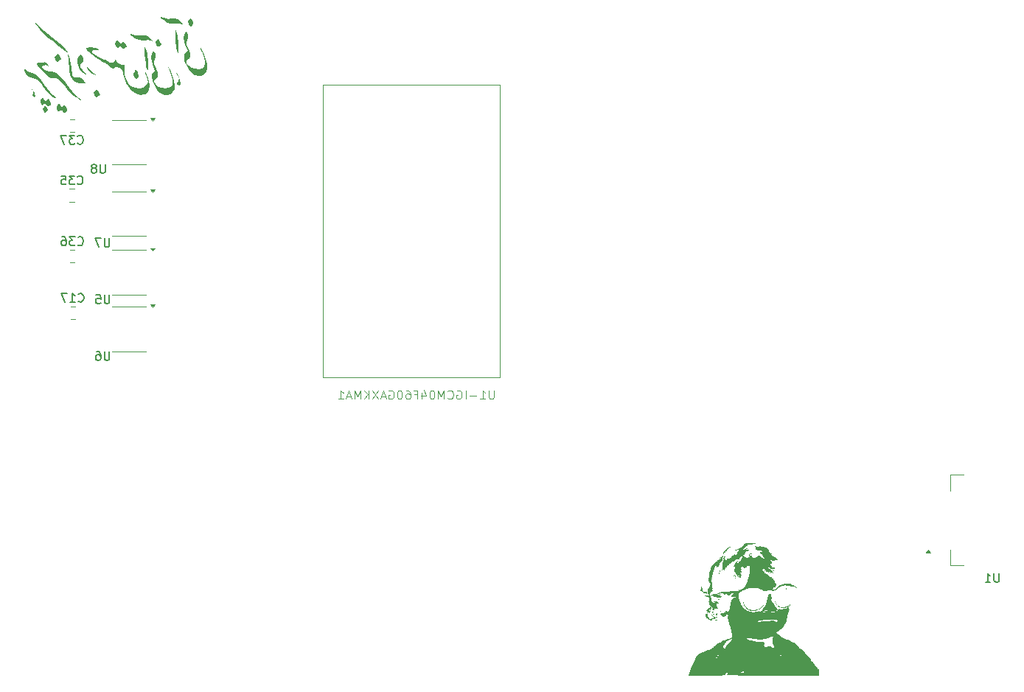
<source format=gbr>
%TF.GenerationSoftware,KiCad,Pcbnew,8.0.6*%
%TF.CreationDate,2024-12-28T02:56:51-05:00*%
%TF.ProjectId,AC_Driver_V2,41435f44-7269-4766-9572-5f56322e6b69,rev?*%
%TF.SameCoordinates,Original*%
%TF.FileFunction,Legend,Bot*%
%TF.FilePolarity,Positive*%
%FSLAX46Y46*%
G04 Gerber Fmt 4.6, Leading zero omitted, Abs format (unit mm)*
G04 Created by KiCad (PCBNEW 8.0.6) date 2024-12-28 02:56:51*
%MOMM*%
%LPD*%
G01*
G04 APERTURE LIST*
%ADD10C,0.150000*%
%ADD11C,0.100000*%
%ADD12C,0.000000*%
%ADD13C,0.120000*%
G04 APERTURE END LIST*
D10*
X145936904Y-98429819D02*
X145936904Y-99239342D01*
X145936904Y-99239342D02*
X145889285Y-99334580D01*
X145889285Y-99334580D02*
X145841666Y-99382200D01*
X145841666Y-99382200D02*
X145746428Y-99429819D01*
X145746428Y-99429819D02*
X145555952Y-99429819D01*
X145555952Y-99429819D02*
X145460714Y-99382200D01*
X145460714Y-99382200D02*
X145413095Y-99334580D01*
X145413095Y-99334580D02*
X145365476Y-99239342D01*
X145365476Y-99239342D02*
X145365476Y-98429819D01*
X144365476Y-99429819D02*
X144936904Y-99429819D01*
X144651190Y-99429819D02*
X144651190Y-98429819D01*
X144651190Y-98429819D02*
X144746428Y-98572676D01*
X144746428Y-98572676D02*
X144841666Y-98667914D01*
X144841666Y-98667914D02*
X144936904Y-98715533D01*
X43761904Y-59954819D02*
X43761904Y-60764342D01*
X43761904Y-60764342D02*
X43714285Y-60859580D01*
X43714285Y-60859580D02*
X43666666Y-60907200D01*
X43666666Y-60907200D02*
X43571428Y-60954819D01*
X43571428Y-60954819D02*
X43380952Y-60954819D01*
X43380952Y-60954819D02*
X43285714Y-60907200D01*
X43285714Y-60907200D02*
X43238095Y-60859580D01*
X43238095Y-60859580D02*
X43190476Y-60764342D01*
X43190476Y-60764342D02*
X43190476Y-59954819D01*
X42809523Y-59954819D02*
X42142857Y-59954819D01*
X42142857Y-59954819D02*
X42571428Y-60954819D01*
X43761904Y-72954819D02*
X43761904Y-73764342D01*
X43761904Y-73764342D02*
X43714285Y-73859580D01*
X43714285Y-73859580D02*
X43666666Y-73907200D01*
X43666666Y-73907200D02*
X43571428Y-73954819D01*
X43571428Y-73954819D02*
X43380952Y-73954819D01*
X43380952Y-73954819D02*
X43285714Y-73907200D01*
X43285714Y-73907200D02*
X43238095Y-73859580D01*
X43238095Y-73859580D02*
X43190476Y-73764342D01*
X43190476Y-73764342D02*
X43190476Y-72954819D01*
X42285714Y-72954819D02*
X42476190Y-72954819D01*
X42476190Y-72954819D02*
X42571428Y-73002438D01*
X42571428Y-73002438D02*
X42619047Y-73050057D01*
X42619047Y-73050057D02*
X42714285Y-73192914D01*
X42714285Y-73192914D02*
X42761904Y-73383390D01*
X42761904Y-73383390D02*
X42761904Y-73764342D01*
X42761904Y-73764342D02*
X42714285Y-73859580D01*
X42714285Y-73859580D02*
X42666666Y-73907200D01*
X42666666Y-73907200D02*
X42571428Y-73954819D01*
X42571428Y-73954819D02*
X42380952Y-73954819D01*
X42380952Y-73954819D02*
X42285714Y-73907200D01*
X42285714Y-73907200D02*
X42238095Y-73859580D01*
X42238095Y-73859580D02*
X42190476Y-73764342D01*
X42190476Y-73764342D02*
X42190476Y-73526247D01*
X42190476Y-73526247D02*
X42238095Y-73431009D01*
X42238095Y-73431009D02*
X42285714Y-73383390D01*
X42285714Y-73383390D02*
X42380952Y-73335771D01*
X42380952Y-73335771D02*
X42571428Y-73335771D01*
X42571428Y-73335771D02*
X42666666Y-73383390D01*
X42666666Y-73383390D02*
X42714285Y-73431009D01*
X42714285Y-73431009D02*
X42761904Y-73526247D01*
X43761904Y-66454819D02*
X43761904Y-67264342D01*
X43761904Y-67264342D02*
X43714285Y-67359580D01*
X43714285Y-67359580D02*
X43666666Y-67407200D01*
X43666666Y-67407200D02*
X43571428Y-67454819D01*
X43571428Y-67454819D02*
X43380952Y-67454819D01*
X43380952Y-67454819D02*
X43285714Y-67407200D01*
X43285714Y-67407200D02*
X43238095Y-67359580D01*
X43238095Y-67359580D02*
X43190476Y-67264342D01*
X43190476Y-67264342D02*
X43190476Y-66454819D01*
X42238095Y-66454819D02*
X42714285Y-66454819D01*
X42714285Y-66454819D02*
X42761904Y-66931009D01*
X42761904Y-66931009D02*
X42714285Y-66883390D01*
X42714285Y-66883390D02*
X42619047Y-66835771D01*
X42619047Y-66835771D02*
X42380952Y-66835771D01*
X42380952Y-66835771D02*
X42285714Y-66883390D01*
X42285714Y-66883390D02*
X42238095Y-66931009D01*
X42238095Y-66931009D02*
X42190476Y-67026247D01*
X42190476Y-67026247D02*
X42190476Y-67264342D01*
X42190476Y-67264342D02*
X42238095Y-67359580D01*
X42238095Y-67359580D02*
X42285714Y-67407200D01*
X42285714Y-67407200D02*
X42380952Y-67454819D01*
X42380952Y-67454819D02*
X42619047Y-67454819D01*
X42619047Y-67454819D02*
X42714285Y-67407200D01*
X42714285Y-67407200D02*
X42761904Y-67359580D01*
X40117857Y-49039580D02*
X40165476Y-49087200D01*
X40165476Y-49087200D02*
X40308333Y-49134819D01*
X40308333Y-49134819D02*
X40403571Y-49134819D01*
X40403571Y-49134819D02*
X40546428Y-49087200D01*
X40546428Y-49087200D02*
X40641666Y-48991961D01*
X40641666Y-48991961D02*
X40689285Y-48896723D01*
X40689285Y-48896723D02*
X40736904Y-48706247D01*
X40736904Y-48706247D02*
X40736904Y-48563390D01*
X40736904Y-48563390D02*
X40689285Y-48372914D01*
X40689285Y-48372914D02*
X40641666Y-48277676D01*
X40641666Y-48277676D02*
X40546428Y-48182438D01*
X40546428Y-48182438D02*
X40403571Y-48134819D01*
X40403571Y-48134819D02*
X40308333Y-48134819D01*
X40308333Y-48134819D02*
X40165476Y-48182438D01*
X40165476Y-48182438D02*
X40117857Y-48230057D01*
X39784523Y-48134819D02*
X39165476Y-48134819D01*
X39165476Y-48134819D02*
X39498809Y-48515771D01*
X39498809Y-48515771D02*
X39355952Y-48515771D01*
X39355952Y-48515771D02*
X39260714Y-48563390D01*
X39260714Y-48563390D02*
X39213095Y-48611009D01*
X39213095Y-48611009D02*
X39165476Y-48706247D01*
X39165476Y-48706247D02*
X39165476Y-48944342D01*
X39165476Y-48944342D02*
X39213095Y-49039580D01*
X39213095Y-49039580D02*
X39260714Y-49087200D01*
X39260714Y-49087200D02*
X39355952Y-49134819D01*
X39355952Y-49134819D02*
X39641666Y-49134819D01*
X39641666Y-49134819D02*
X39736904Y-49087200D01*
X39736904Y-49087200D02*
X39784523Y-49039580D01*
X38832142Y-48134819D02*
X38165476Y-48134819D01*
X38165476Y-48134819D02*
X38594047Y-49134819D01*
X40142857Y-60679580D02*
X40190476Y-60727200D01*
X40190476Y-60727200D02*
X40333333Y-60774819D01*
X40333333Y-60774819D02*
X40428571Y-60774819D01*
X40428571Y-60774819D02*
X40571428Y-60727200D01*
X40571428Y-60727200D02*
X40666666Y-60631961D01*
X40666666Y-60631961D02*
X40714285Y-60536723D01*
X40714285Y-60536723D02*
X40761904Y-60346247D01*
X40761904Y-60346247D02*
X40761904Y-60203390D01*
X40761904Y-60203390D02*
X40714285Y-60012914D01*
X40714285Y-60012914D02*
X40666666Y-59917676D01*
X40666666Y-59917676D02*
X40571428Y-59822438D01*
X40571428Y-59822438D02*
X40428571Y-59774819D01*
X40428571Y-59774819D02*
X40333333Y-59774819D01*
X40333333Y-59774819D02*
X40190476Y-59822438D01*
X40190476Y-59822438D02*
X40142857Y-59870057D01*
X39809523Y-59774819D02*
X39190476Y-59774819D01*
X39190476Y-59774819D02*
X39523809Y-60155771D01*
X39523809Y-60155771D02*
X39380952Y-60155771D01*
X39380952Y-60155771D02*
X39285714Y-60203390D01*
X39285714Y-60203390D02*
X39238095Y-60251009D01*
X39238095Y-60251009D02*
X39190476Y-60346247D01*
X39190476Y-60346247D02*
X39190476Y-60584342D01*
X39190476Y-60584342D02*
X39238095Y-60679580D01*
X39238095Y-60679580D02*
X39285714Y-60727200D01*
X39285714Y-60727200D02*
X39380952Y-60774819D01*
X39380952Y-60774819D02*
X39666666Y-60774819D01*
X39666666Y-60774819D02*
X39761904Y-60727200D01*
X39761904Y-60727200D02*
X39809523Y-60679580D01*
X38333333Y-59774819D02*
X38523809Y-59774819D01*
X38523809Y-59774819D02*
X38619047Y-59822438D01*
X38619047Y-59822438D02*
X38666666Y-59870057D01*
X38666666Y-59870057D02*
X38761904Y-60012914D01*
X38761904Y-60012914D02*
X38809523Y-60203390D01*
X38809523Y-60203390D02*
X38809523Y-60584342D01*
X38809523Y-60584342D02*
X38761904Y-60679580D01*
X38761904Y-60679580D02*
X38714285Y-60727200D01*
X38714285Y-60727200D02*
X38619047Y-60774819D01*
X38619047Y-60774819D02*
X38428571Y-60774819D01*
X38428571Y-60774819D02*
X38333333Y-60727200D01*
X38333333Y-60727200D02*
X38285714Y-60679580D01*
X38285714Y-60679580D02*
X38238095Y-60584342D01*
X38238095Y-60584342D02*
X38238095Y-60346247D01*
X38238095Y-60346247D02*
X38285714Y-60251009D01*
X38285714Y-60251009D02*
X38333333Y-60203390D01*
X38333333Y-60203390D02*
X38428571Y-60155771D01*
X38428571Y-60155771D02*
X38619047Y-60155771D01*
X38619047Y-60155771D02*
X38714285Y-60203390D01*
X38714285Y-60203390D02*
X38761904Y-60251009D01*
X38761904Y-60251009D02*
X38809523Y-60346247D01*
X40092857Y-53679580D02*
X40140476Y-53727200D01*
X40140476Y-53727200D02*
X40283333Y-53774819D01*
X40283333Y-53774819D02*
X40378571Y-53774819D01*
X40378571Y-53774819D02*
X40521428Y-53727200D01*
X40521428Y-53727200D02*
X40616666Y-53631961D01*
X40616666Y-53631961D02*
X40664285Y-53536723D01*
X40664285Y-53536723D02*
X40711904Y-53346247D01*
X40711904Y-53346247D02*
X40711904Y-53203390D01*
X40711904Y-53203390D02*
X40664285Y-53012914D01*
X40664285Y-53012914D02*
X40616666Y-52917676D01*
X40616666Y-52917676D02*
X40521428Y-52822438D01*
X40521428Y-52822438D02*
X40378571Y-52774819D01*
X40378571Y-52774819D02*
X40283333Y-52774819D01*
X40283333Y-52774819D02*
X40140476Y-52822438D01*
X40140476Y-52822438D02*
X40092857Y-52870057D01*
X39759523Y-52774819D02*
X39140476Y-52774819D01*
X39140476Y-52774819D02*
X39473809Y-53155771D01*
X39473809Y-53155771D02*
X39330952Y-53155771D01*
X39330952Y-53155771D02*
X39235714Y-53203390D01*
X39235714Y-53203390D02*
X39188095Y-53251009D01*
X39188095Y-53251009D02*
X39140476Y-53346247D01*
X39140476Y-53346247D02*
X39140476Y-53584342D01*
X39140476Y-53584342D02*
X39188095Y-53679580D01*
X39188095Y-53679580D02*
X39235714Y-53727200D01*
X39235714Y-53727200D02*
X39330952Y-53774819D01*
X39330952Y-53774819D02*
X39616666Y-53774819D01*
X39616666Y-53774819D02*
X39711904Y-53727200D01*
X39711904Y-53727200D02*
X39759523Y-53679580D01*
X38235714Y-52774819D02*
X38711904Y-52774819D01*
X38711904Y-52774819D02*
X38759523Y-53251009D01*
X38759523Y-53251009D02*
X38711904Y-53203390D01*
X38711904Y-53203390D02*
X38616666Y-53155771D01*
X38616666Y-53155771D02*
X38378571Y-53155771D01*
X38378571Y-53155771D02*
X38283333Y-53203390D01*
X38283333Y-53203390D02*
X38235714Y-53251009D01*
X38235714Y-53251009D02*
X38188095Y-53346247D01*
X38188095Y-53346247D02*
X38188095Y-53584342D01*
X38188095Y-53584342D02*
X38235714Y-53679580D01*
X38235714Y-53679580D02*
X38283333Y-53727200D01*
X38283333Y-53727200D02*
X38378571Y-53774819D01*
X38378571Y-53774819D02*
X38616666Y-53774819D01*
X38616666Y-53774819D02*
X38711904Y-53727200D01*
X38711904Y-53727200D02*
X38759523Y-53679580D01*
X40192857Y-67179580D02*
X40240476Y-67227200D01*
X40240476Y-67227200D02*
X40383333Y-67274819D01*
X40383333Y-67274819D02*
X40478571Y-67274819D01*
X40478571Y-67274819D02*
X40621428Y-67227200D01*
X40621428Y-67227200D02*
X40716666Y-67131961D01*
X40716666Y-67131961D02*
X40764285Y-67036723D01*
X40764285Y-67036723D02*
X40811904Y-66846247D01*
X40811904Y-66846247D02*
X40811904Y-66703390D01*
X40811904Y-66703390D02*
X40764285Y-66512914D01*
X40764285Y-66512914D02*
X40716666Y-66417676D01*
X40716666Y-66417676D02*
X40621428Y-66322438D01*
X40621428Y-66322438D02*
X40478571Y-66274819D01*
X40478571Y-66274819D02*
X40383333Y-66274819D01*
X40383333Y-66274819D02*
X40240476Y-66322438D01*
X40240476Y-66322438D02*
X40192857Y-66370057D01*
X39240476Y-67274819D02*
X39811904Y-67274819D01*
X39526190Y-67274819D02*
X39526190Y-66274819D01*
X39526190Y-66274819D02*
X39621428Y-66417676D01*
X39621428Y-66417676D02*
X39716666Y-66512914D01*
X39716666Y-66512914D02*
X39811904Y-66560533D01*
X38907142Y-66274819D02*
X38240476Y-66274819D01*
X38240476Y-66274819D02*
X38669047Y-67274819D01*
D11*
X87904761Y-77407419D02*
X87904761Y-78216942D01*
X87904761Y-78216942D02*
X87857142Y-78312180D01*
X87857142Y-78312180D02*
X87809523Y-78359800D01*
X87809523Y-78359800D02*
X87714285Y-78407419D01*
X87714285Y-78407419D02*
X87523809Y-78407419D01*
X87523809Y-78407419D02*
X87428571Y-78359800D01*
X87428571Y-78359800D02*
X87380952Y-78312180D01*
X87380952Y-78312180D02*
X87333333Y-78216942D01*
X87333333Y-78216942D02*
X87333333Y-77407419D01*
X86333333Y-78407419D02*
X86904761Y-78407419D01*
X86619047Y-78407419D02*
X86619047Y-77407419D01*
X86619047Y-77407419D02*
X86714285Y-77550276D01*
X86714285Y-77550276D02*
X86809523Y-77645514D01*
X86809523Y-77645514D02*
X86904761Y-77693133D01*
X85904761Y-78026466D02*
X85142857Y-78026466D01*
X84666666Y-78407419D02*
X84666666Y-77407419D01*
X83666667Y-77455038D02*
X83761905Y-77407419D01*
X83761905Y-77407419D02*
X83904762Y-77407419D01*
X83904762Y-77407419D02*
X84047619Y-77455038D01*
X84047619Y-77455038D02*
X84142857Y-77550276D01*
X84142857Y-77550276D02*
X84190476Y-77645514D01*
X84190476Y-77645514D02*
X84238095Y-77835990D01*
X84238095Y-77835990D02*
X84238095Y-77978847D01*
X84238095Y-77978847D02*
X84190476Y-78169323D01*
X84190476Y-78169323D02*
X84142857Y-78264561D01*
X84142857Y-78264561D02*
X84047619Y-78359800D01*
X84047619Y-78359800D02*
X83904762Y-78407419D01*
X83904762Y-78407419D02*
X83809524Y-78407419D01*
X83809524Y-78407419D02*
X83666667Y-78359800D01*
X83666667Y-78359800D02*
X83619048Y-78312180D01*
X83619048Y-78312180D02*
X83619048Y-77978847D01*
X83619048Y-77978847D02*
X83809524Y-77978847D01*
X82619048Y-78312180D02*
X82666667Y-78359800D01*
X82666667Y-78359800D02*
X82809524Y-78407419D01*
X82809524Y-78407419D02*
X82904762Y-78407419D01*
X82904762Y-78407419D02*
X83047619Y-78359800D01*
X83047619Y-78359800D02*
X83142857Y-78264561D01*
X83142857Y-78264561D02*
X83190476Y-78169323D01*
X83190476Y-78169323D02*
X83238095Y-77978847D01*
X83238095Y-77978847D02*
X83238095Y-77835990D01*
X83238095Y-77835990D02*
X83190476Y-77645514D01*
X83190476Y-77645514D02*
X83142857Y-77550276D01*
X83142857Y-77550276D02*
X83047619Y-77455038D01*
X83047619Y-77455038D02*
X82904762Y-77407419D01*
X82904762Y-77407419D02*
X82809524Y-77407419D01*
X82809524Y-77407419D02*
X82666667Y-77455038D01*
X82666667Y-77455038D02*
X82619048Y-77502657D01*
X82190476Y-78407419D02*
X82190476Y-77407419D01*
X82190476Y-77407419D02*
X81857143Y-78121704D01*
X81857143Y-78121704D02*
X81523810Y-77407419D01*
X81523810Y-77407419D02*
X81523810Y-78407419D01*
X80857143Y-77407419D02*
X80761905Y-77407419D01*
X80761905Y-77407419D02*
X80666667Y-77455038D01*
X80666667Y-77455038D02*
X80619048Y-77502657D01*
X80619048Y-77502657D02*
X80571429Y-77597895D01*
X80571429Y-77597895D02*
X80523810Y-77788371D01*
X80523810Y-77788371D02*
X80523810Y-78026466D01*
X80523810Y-78026466D02*
X80571429Y-78216942D01*
X80571429Y-78216942D02*
X80619048Y-78312180D01*
X80619048Y-78312180D02*
X80666667Y-78359800D01*
X80666667Y-78359800D02*
X80761905Y-78407419D01*
X80761905Y-78407419D02*
X80857143Y-78407419D01*
X80857143Y-78407419D02*
X80952381Y-78359800D01*
X80952381Y-78359800D02*
X81000000Y-78312180D01*
X81000000Y-78312180D02*
X81047619Y-78216942D01*
X81047619Y-78216942D02*
X81095238Y-78026466D01*
X81095238Y-78026466D02*
X81095238Y-77788371D01*
X81095238Y-77788371D02*
X81047619Y-77597895D01*
X81047619Y-77597895D02*
X81000000Y-77502657D01*
X81000000Y-77502657D02*
X80952381Y-77455038D01*
X80952381Y-77455038D02*
X80857143Y-77407419D01*
X79666667Y-77740752D02*
X79666667Y-78407419D01*
X79904762Y-77359800D02*
X80142857Y-78074085D01*
X80142857Y-78074085D02*
X79523810Y-78074085D01*
X78809524Y-77883609D02*
X79142857Y-77883609D01*
X79142857Y-78407419D02*
X79142857Y-77407419D01*
X79142857Y-77407419D02*
X78666667Y-77407419D01*
X77857143Y-77407419D02*
X78047619Y-77407419D01*
X78047619Y-77407419D02*
X78142857Y-77455038D01*
X78142857Y-77455038D02*
X78190476Y-77502657D01*
X78190476Y-77502657D02*
X78285714Y-77645514D01*
X78285714Y-77645514D02*
X78333333Y-77835990D01*
X78333333Y-77835990D02*
X78333333Y-78216942D01*
X78333333Y-78216942D02*
X78285714Y-78312180D01*
X78285714Y-78312180D02*
X78238095Y-78359800D01*
X78238095Y-78359800D02*
X78142857Y-78407419D01*
X78142857Y-78407419D02*
X77952381Y-78407419D01*
X77952381Y-78407419D02*
X77857143Y-78359800D01*
X77857143Y-78359800D02*
X77809524Y-78312180D01*
X77809524Y-78312180D02*
X77761905Y-78216942D01*
X77761905Y-78216942D02*
X77761905Y-77978847D01*
X77761905Y-77978847D02*
X77809524Y-77883609D01*
X77809524Y-77883609D02*
X77857143Y-77835990D01*
X77857143Y-77835990D02*
X77952381Y-77788371D01*
X77952381Y-77788371D02*
X78142857Y-77788371D01*
X78142857Y-77788371D02*
X78238095Y-77835990D01*
X78238095Y-77835990D02*
X78285714Y-77883609D01*
X78285714Y-77883609D02*
X78333333Y-77978847D01*
X77142857Y-77407419D02*
X77047619Y-77407419D01*
X77047619Y-77407419D02*
X76952381Y-77455038D01*
X76952381Y-77455038D02*
X76904762Y-77502657D01*
X76904762Y-77502657D02*
X76857143Y-77597895D01*
X76857143Y-77597895D02*
X76809524Y-77788371D01*
X76809524Y-77788371D02*
X76809524Y-78026466D01*
X76809524Y-78026466D02*
X76857143Y-78216942D01*
X76857143Y-78216942D02*
X76904762Y-78312180D01*
X76904762Y-78312180D02*
X76952381Y-78359800D01*
X76952381Y-78359800D02*
X77047619Y-78407419D01*
X77047619Y-78407419D02*
X77142857Y-78407419D01*
X77142857Y-78407419D02*
X77238095Y-78359800D01*
X77238095Y-78359800D02*
X77285714Y-78312180D01*
X77285714Y-78312180D02*
X77333333Y-78216942D01*
X77333333Y-78216942D02*
X77380952Y-78026466D01*
X77380952Y-78026466D02*
X77380952Y-77788371D01*
X77380952Y-77788371D02*
X77333333Y-77597895D01*
X77333333Y-77597895D02*
X77285714Y-77502657D01*
X77285714Y-77502657D02*
X77238095Y-77455038D01*
X77238095Y-77455038D02*
X77142857Y-77407419D01*
X75857143Y-77455038D02*
X75952381Y-77407419D01*
X75952381Y-77407419D02*
X76095238Y-77407419D01*
X76095238Y-77407419D02*
X76238095Y-77455038D01*
X76238095Y-77455038D02*
X76333333Y-77550276D01*
X76333333Y-77550276D02*
X76380952Y-77645514D01*
X76380952Y-77645514D02*
X76428571Y-77835990D01*
X76428571Y-77835990D02*
X76428571Y-77978847D01*
X76428571Y-77978847D02*
X76380952Y-78169323D01*
X76380952Y-78169323D02*
X76333333Y-78264561D01*
X76333333Y-78264561D02*
X76238095Y-78359800D01*
X76238095Y-78359800D02*
X76095238Y-78407419D01*
X76095238Y-78407419D02*
X76000000Y-78407419D01*
X76000000Y-78407419D02*
X75857143Y-78359800D01*
X75857143Y-78359800D02*
X75809524Y-78312180D01*
X75809524Y-78312180D02*
X75809524Y-77978847D01*
X75809524Y-77978847D02*
X76000000Y-77978847D01*
X75428571Y-78121704D02*
X74952381Y-78121704D01*
X75523809Y-78407419D02*
X75190476Y-77407419D01*
X75190476Y-77407419D02*
X74857143Y-78407419D01*
X74619047Y-77407419D02*
X73952381Y-78407419D01*
X73952381Y-77407419D02*
X74619047Y-78407419D01*
X73571428Y-78407419D02*
X73571428Y-77407419D01*
X73000000Y-78407419D02*
X73428571Y-77835990D01*
X73000000Y-77407419D02*
X73571428Y-77978847D01*
X72571428Y-78407419D02*
X72571428Y-77407419D01*
X72571428Y-77407419D02*
X72238095Y-78121704D01*
X72238095Y-78121704D02*
X71904762Y-77407419D01*
X71904762Y-77407419D02*
X71904762Y-78407419D01*
X71476190Y-78121704D02*
X71000000Y-78121704D01*
X71571428Y-78407419D02*
X71238095Y-77407419D01*
X71238095Y-77407419D02*
X70904762Y-78407419D01*
X70047619Y-78407419D02*
X70619047Y-78407419D01*
X70333333Y-78407419D02*
X70333333Y-77407419D01*
X70333333Y-77407419D02*
X70428571Y-77550276D01*
X70428571Y-77550276D02*
X70523809Y-77645514D01*
X70523809Y-77645514D02*
X70619047Y-77693133D01*
D10*
X43261904Y-51454819D02*
X43261904Y-52264342D01*
X43261904Y-52264342D02*
X43214285Y-52359580D01*
X43214285Y-52359580D02*
X43166666Y-52407200D01*
X43166666Y-52407200D02*
X43071428Y-52454819D01*
X43071428Y-52454819D02*
X42880952Y-52454819D01*
X42880952Y-52454819D02*
X42785714Y-52407200D01*
X42785714Y-52407200D02*
X42738095Y-52359580D01*
X42738095Y-52359580D02*
X42690476Y-52264342D01*
X42690476Y-52264342D02*
X42690476Y-51454819D01*
X42071428Y-51883390D02*
X42166666Y-51835771D01*
X42166666Y-51835771D02*
X42214285Y-51788152D01*
X42214285Y-51788152D02*
X42261904Y-51692914D01*
X42261904Y-51692914D02*
X42261904Y-51645295D01*
X42261904Y-51645295D02*
X42214285Y-51550057D01*
X42214285Y-51550057D02*
X42166666Y-51502438D01*
X42166666Y-51502438D02*
X42071428Y-51454819D01*
X42071428Y-51454819D02*
X41880952Y-51454819D01*
X41880952Y-51454819D02*
X41785714Y-51502438D01*
X41785714Y-51502438D02*
X41738095Y-51550057D01*
X41738095Y-51550057D02*
X41690476Y-51645295D01*
X41690476Y-51645295D02*
X41690476Y-51692914D01*
X41690476Y-51692914D02*
X41738095Y-51788152D01*
X41738095Y-51788152D02*
X41785714Y-51835771D01*
X41785714Y-51835771D02*
X41880952Y-51883390D01*
X41880952Y-51883390D02*
X42071428Y-51883390D01*
X42071428Y-51883390D02*
X42166666Y-51931009D01*
X42166666Y-51931009D02*
X42214285Y-51978628D01*
X42214285Y-51978628D02*
X42261904Y-52073866D01*
X42261904Y-52073866D02*
X42261904Y-52264342D01*
X42261904Y-52264342D02*
X42214285Y-52359580D01*
X42214285Y-52359580D02*
X42166666Y-52407200D01*
X42166666Y-52407200D02*
X42071428Y-52454819D01*
X42071428Y-52454819D02*
X41880952Y-52454819D01*
X41880952Y-52454819D02*
X41785714Y-52407200D01*
X41785714Y-52407200D02*
X41738095Y-52359580D01*
X41738095Y-52359580D02*
X41690476Y-52264342D01*
X41690476Y-52264342D02*
X41690476Y-52073866D01*
X41690476Y-52073866D02*
X41738095Y-51978628D01*
X41738095Y-51978628D02*
X41785714Y-51931009D01*
X41785714Y-51931009D02*
X41880952Y-51883390D01*
D12*
%TO.C,G\u002A\u002A\u002A*%
G36*
X38106543Y-44675300D02*
G01*
X38171214Y-44752568D01*
X38282033Y-44829033D01*
X38378633Y-44781133D01*
X38545874Y-44682649D01*
X38700469Y-44744389D01*
X38849118Y-44971905D01*
X38877585Y-45032140D01*
X38943462Y-45201943D01*
X38927601Y-45300795D01*
X38826582Y-45392545D01*
X38661905Y-45497862D01*
X38544840Y-45488121D01*
X38422236Y-45346401D01*
X38379189Y-45288805D01*
X38271744Y-45218675D01*
X38127976Y-45277807D01*
X38114028Y-45286144D01*
X37923226Y-45325778D01*
X37771373Y-45240944D01*
X37681548Y-45073062D01*
X37676829Y-44863549D01*
X37780294Y-44653824D01*
X37940625Y-44463633D01*
X38106543Y-44675300D01*
G37*
G36*
X36531945Y-44850348D02*
G01*
X36601974Y-44964505D01*
X36666822Y-45218115D01*
X36571338Y-45420367D01*
X36529175Y-45459695D01*
X36396617Y-45514737D01*
X36273115Y-45416133D01*
X36199832Y-45306566D01*
X36138417Y-45063128D01*
X36239856Y-44835647D01*
X36390951Y-44649052D01*
X36531945Y-44850348D01*
G37*
G36*
X36164938Y-43799329D02*
G01*
X36189160Y-43882089D01*
X36281610Y-44040493D01*
X36341005Y-44116297D01*
X36425059Y-44151909D01*
X36542435Y-44055897D01*
X36596704Y-44006589D01*
X36722076Y-43957381D01*
X36840151Y-44041206D01*
X36979820Y-44272365D01*
X36981891Y-44276373D01*
X37064400Y-44457508D01*
X37059100Y-44559327D01*
X36963035Y-44647996D01*
X36819824Y-44733201D01*
X36658581Y-44734398D01*
X36518277Y-44582664D01*
X36450535Y-44483968D01*
X36370146Y-44456243D01*
X36242564Y-44554672D01*
X36145481Y-44636168D01*
X36055058Y-44651254D01*
X35954617Y-44541474D01*
X35860348Y-44366120D01*
X35849804Y-44101926D01*
X35995604Y-43870967D01*
X36113302Y-43787525D01*
X36164938Y-43799329D01*
G37*
G36*
X36455930Y-39743188D02*
G01*
X36627824Y-39896634D01*
X36720975Y-40004128D01*
X36801574Y-40136433D01*
X36761691Y-40169784D01*
X36602789Y-40092718D01*
X36599902Y-40090923D01*
X36420476Y-40028691D01*
X36213544Y-40085036D01*
X36099584Y-40144600D01*
X36011075Y-40247363D01*
X36062338Y-40376131D01*
X36256101Y-40561440D01*
X36318921Y-40611388D01*
X36576569Y-40743427D01*
X36900809Y-40780633D01*
X37094501Y-40790415D01*
X37458191Y-40874638D01*
X37804668Y-41057497D01*
X38153288Y-41353899D01*
X38523405Y-41778753D01*
X38934376Y-42346967D01*
X39520348Y-43095386D01*
X40271271Y-43803010D01*
X40321581Y-43843888D01*
X40486152Y-43996003D01*
X40519477Y-44064971D01*
X40434588Y-44051682D01*
X40244512Y-43957025D01*
X39962279Y-43781893D01*
X39932941Y-43762315D01*
X39672132Y-43574925D01*
X39440822Y-43374902D01*
X39208221Y-43130137D01*
X38943538Y-42808520D01*
X38615982Y-42377942D01*
X38322456Y-42023081D01*
X37996019Y-41743069D01*
X37657401Y-41589468D01*
X37275066Y-41542633D01*
X37175594Y-41539908D01*
X37036720Y-41515461D01*
X36897075Y-41448865D01*
X36727445Y-41320204D01*
X36498617Y-41109563D01*
X36181376Y-40797025D01*
X36004386Y-40619780D01*
X35696263Y-40302828D01*
X35498823Y-40079167D01*
X35403526Y-39932918D01*
X35401831Y-39848201D01*
X35485200Y-39809137D01*
X35645093Y-39799846D01*
X35651941Y-39799840D01*
X35933985Y-39779580D01*
X36182483Y-39731876D01*
X36301763Y-39706884D01*
X36455930Y-39743188D01*
G37*
G36*
X34201691Y-40584097D02*
G01*
X34233591Y-40619081D01*
X34435146Y-40756956D01*
X34691389Y-40858461D01*
X34892604Y-40923337D01*
X35234439Y-41102389D01*
X35566154Y-41378228D01*
X35910660Y-41771545D01*
X36290870Y-42303035D01*
X36614806Y-42760017D01*
X36969708Y-43187576D01*
X37278486Y-43473681D01*
X37463272Y-43619047D01*
X37626201Y-43765615D01*
X37688938Y-43848880D01*
X37653493Y-43873786D01*
X37517434Y-43827194D01*
X37311861Y-43709545D01*
X37071669Y-43541418D01*
X36831748Y-43343387D01*
X36826384Y-43338513D01*
X36606181Y-43106251D01*
X36355377Y-42795505D01*
X36127220Y-42472121D01*
X35922351Y-42177115D01*
X35603276Y-41818170D01*
X35297501Y-41609904D01*
X34993213Y-41542633D01*
X34641521Y-41498422D01*
X34349929Y-41334141D01*
X34130491Y-41029836D01*
X34045460Y-40830802D01*
X33997747Y-40626077D01*
X34010952Y-40497494D01*
X34080469Y-40473888D01*
X34201691Y-40584097D01*
G37*
G36*
X42506761Y-43135272D02*
G01*
X42683198Y-43481116D01*
X42495562Y-43612541D01*
X42422479Y-43662172D01*
X42269375Y-43730881D01*
X42161199Y-43675106D01*
X42043453Y-43478716D01*
X42026698Y-43446150D01*
X41955546Y-43274047D01*
X41981702Y-43153738D01*
X42118306Y-43001447D01*
X42330325Y-42789428D01*
X42506761Y-43135272D01*
G37*
G36*
X35072082Y-43040578D02*
G01*
X35082642Y-43053096D01*
X35150920Y-43206711D01*
X35205423Y-43433774D01*
X35218487Y-43580943D01*
X35184630Y-43726494D01*
X35098853Y-43730728D01*
X34982354Y-43579771D01*
X34938430Y-43462277D01*
X34986752Y-43358549D01*
X35032194Y-43292413D01*
X35034051Y-43129548D01*
X35020196Y-43027327D01*
X35072082Y-43040578D01*
G37*
G36*
X48932033Y-38521847D02*
G01*
X49027339Y-38758884D01*
X49083479Y-38992068D01*
X49075024Y-39198585D01*
X48984263Y-39442986D01*
X48983450Y-39444789D01*
X48913433Y-39610474D01*
X48884792Y-39744964D01*
X48903222Y-39895234D01*
X48974422Y-40108260D01*
X49104088Y-40431016D01*
X49132353Y-40500541D01*
X49280206Y-40891974D01*
X49352407Y-41166334D01*
X49349341Y-41353419D01*
X49271390Y-41483030D01*
X49118938Y-41584967D01*
X49039579Y-41631300D01*
X48890179Y-41800018D01*
X48902678Y-42004849D01*
X49076541Y-42254230D01*
X49104748Y-42283746D01*
X49426840Y-42527830D01*
X49793992Y-42676071D01*
X50169823Y-42727694D01*
X50517950Y-42681918D01*
X50801993Y-42537967D01*
X50985569Y-42295061D01*
X51002757Y-42249760D01*
X51044935Y-42012873D01*
X51016183Y-41721842D01*
X50910992Y-41346381D01*
X50723854Y-40856204D01*
X50653995Y-40682771D01*
X50551674Y-40403166D01*
X50511006Y-40250407D01*
X50531059Y-40232565D01*
X50610897Y-40357707D01*
X50749588Y-40633902D01*
X51019011Y-41261090D01*
X51216784Y-41897386D01*
X51286556Y-42428874D01*
X51228301Y-42858851D01*
X51041992Y-43190614D01*
X50727604Y-43427459D01*
X50452292Y-43518585D01*
X50073038Y-43503569D01*
X49700279Y-43339378D01*
X49349543Y-43036890D01*
X49036354Y-42606980D01*
X48776240Y-42060524D01*
X48700775Y-41842385D01*
X48617601Y-41430229D01*
X48654852Y-41113216D01*
X48813060Y-40874267D01*
X49015181Y-40684383D01*
X48753856Y-39923283D01*
X48750191Y-39912609D01*
X48630910Y-39555812D01*
X48563374Y-39312338D01*
X48541983Y-39137343D01*
X48561137Y-38985987D01*
X48615234Y-38813425D01*
X48615317Y-38813189D01*
X48730794Y-38548368D01*
X48834775Y-38451464D01*
X48932033Y-38521847D01*
G37*
G36*
X41992279Y-38041687D02*
G01*
X42225806Y-38082174D01*
X42373908Y-38145167D01*
X42417425Y-38183787D01*
X42506584Y-38306003D01*
X42483007Y-38366105D01*
X42351148Y-38328267D01*
X42331874Y-38318998D01*
X42150304Y-38290820D01*
X41956410Y-38327062D01*
X41810710Y-38408187D01*
X41773724Y-38514659D01*
X41814045Y-38571256D01*
X41973955Y-38713140D01*
X42214064Y-38892267D01*
X42492391Y-39080688D01*
X42766955Y-39250451D01*
X42995775Y-39373607D01*
X43136868Y-39422206D01*
X43311518Y-39470608D01*
X43517868Y-39584192D01*
X43788287Y-39746946D01*
X44041766Y-39812246D01*
X44229223Y-39733104D01*
X44364907Y-39508243D01*
X44413018Y-39391806D01*
X44457721Y-39358801D01*
X44508994Y-39468300D01*
X44580667Y-39621359D01*
X44811527Y-39866730D01*
X45153888Y-39988404D01*
X45478271Y-40040275D01*
X45479098Y-40643288D01*
X45512962Y-41092776D01*
X45666233Y-41647079D01*
X45933717Y-42101896D01*
X46305141Y-42441261D01*
X46770229Y-42649212D01*
X47238230Y-42710804D01*
X47636265Y-42624621D01*
X47954771Y-42390905D01*
X47994091Y-42346232D01*
X48128338Y-42151876D01*
X48175128Y-41954157D01*
X48137455Y-41704177D01*
X48018314Y-41353041D01*
X48015118Y-41344622D01*
X47908296Y-41041978D01*
X47857537Y-40851214D01*
X47865417Y-40787324D01*
X47934511Y-40865300D01*
X48087080Y-41169464D01*
X48226383Y-41571363D01*
X48327767Y-41991122D01*
X48368954Y-42352479D01*
X48365087Y-42499904D01*
X48283872Y-42908578D01*
X48108477Y-43216960D01*
X47852564Y-43397407D01*
X47761374Y-43427079D01*
X47316390Y-43470830D01*
X46870227Y-43361938D01*
X46444633Y-43112339D01*
X46061352Y-42733974D01*
X45742131Y-42238779D01*
X45691240Y-42132508D01*
X45551906Y-41783056D01*
X45429291Y-41400932D01*
X45341900Y-41048077D01*
X45308239Y-40786433D01*
X45293055Y-40678523D01*
X45190396Y-40531008D01*
X44960091Y-40380307D01*
X44878711Y-40336817D01*
X44688022Y-40252509D01*
X44560281Y-40248315D01*
X44433951Y-40316807D01*
X44380055Y-40352307D01*
X44154208Y-40432724D01*
X43946854Y-40366485D01*
X43725047Y-40145636D01*
X43657028Y-40065616D01*
X43493806Y-39910796D01*
X43376681Y-39849302D01*
X43231549Y-39811278D01*
X42964761Y-39675591D01*
X42621998Y-39458030D01*
X42230234Y-39175929D01*
X41816438Y-38846620D01*
X41623469Y-38684541D01*
X41384496Y-38480508D01*
X41220917Y-38336575D01*
X41160271Y-38276661D01*
X41156505Y-38257651D01*
X41117519Y-38141725D01*
X41123728Y-38107314D01*
X41239052Y-38056519D01*
X41452912Y-38028733D01*
X41719317Y-38023832D01*
X41992279Y-38041687D01*
G37*
G36*
X34857497Y-42731776D02*
G01*
X34937271Y-42812633D01*
X34953041Y-42842610D01*
X34947265Y-42897300D01*
X34932379Y-42893490D01*
X34852604Y-42812633D01*
X34836834Y-42782657D01*
X34842611Y-42727967D01*
X34857497Y-42731776D01*
G37*
G36*
X51805954Y-41576263D02*
G01*
X51854387Y-41692963D01*
X51894481Y-41869688D01*
X51911641Y-42071800D01*
X51905860Y-42224901D01*
X51860751Y-42355379D01*
X51752663Y-42389300D01*
X51593970Y-42333438D01*
X51541287Y-42186347D01*
X51619727Y-41995363D01*
X51688456Y-41874739D01*
X51742208Y-41669633D01*
X51742438Y-41661489D01*
X51763773Y-41554226D01*
X51805954Y-41576263D01*
G37*
G36*
X39038113Y-38870451D02*
G01*
X39132044Y-39071460D01*
X39153346Y-39123687D01*
X39241735Y-39433929D01*
X39320492Y-39852862D01*
X39379973Y-40331473D01*
X39410784Y-40612767D01*
X39460917Y-40956481D01*
X39513395Y-41213267D01*
X39560883Y-41342147D01*
X39591096Y-41368263D01*
X39780564Y-41433483D01*
X40067149Y-41457967D01*
X40111653Y-41458197D01*
X40371066Y-41481949D01*
X40564649Y-41569775D01*
X40776449Y-41757122D01*
X40880073Y-41864574D01*
X41020537Y-42027273D01*
X41075604Y-42117806D01*
X41075254Y-42119913D01*
X40988695Y-42143487D01*
X40779140Y-42149212D01*
X40489361Y-42135777D01*
X40356345Y-42124665D01*
X40051733Y-42079856D01*
X39843461Y-42004314D01*
X39676983Y-41880926D01*
X39642791Y-41848378D01*
X39464286Y-41645583D01*
X39334934Y-41415418D01*
X39243036Y-41122397D01*
X39176895Y-40731033D01*
X39124813Y-40205838D01*
X39094195Y-39841644D01*
X39059176Y-39454414D01*
X39028573Y-39145556D01*
X39006674Y-38960300D01*
X38998287Y-38899773D01*
X38997191Y-38816471D01*
X39038113Y-38870451D01*
G37*
G36*
X46992106Y-40868225D02*
G01*
X47044438Y-40957108D01*
X47151576Y-41200581D01*
X47143945Y-41371767D01*
X47023438Y-41509440D01*
X46860819Y-41604996D01*
X46712623Y-41587343D01*
X46592528Y-41411649D01*
X46510681Y-41183503D01*
X46522460Y-40981686D01*
X46653755Y-40771771D01*
X46813240Y-40574816D01*
X46992106Y-40868225D01*
G37*
G36*
X51453878Y-40870247D02*
G01*
X51527545Y-40966248D01*
X51623984Y-41134760D01*
X51707801Y-41309838D01*
X51743604Y-41425540D01*
X51743497Y-41432536D01*
X51723712Y-41458093D01*
X51660505Y-41366981D01*
X51540531Y-41140467D01*
X51517447Y-41093874D01*
X51448985Y-40931078D01*
X51442923Y-40865300D01*
X51453878Y-40870247D01*
G37*
G36*
X52669806Y-36319857D02*
G01*
X52753988Y-36569572D01*
X52803913Y-36784969D01*
X52801859Y-36984549D01*
X52723179Y-37183406D01*
X52703351Y-37221591D01*
X52631712Y-37377104D01*
X52605020Y-37514304D01*
X52628210Y-37676890D01*
X52706219Y-37908564D01*
X52843981Y-38253027D01*
X52849712Y-38267107D01*
X52999610Y-38658716D01*
X53073969Y-38931702D01*
X53072781Y-39118026D01*
X52996039Y-39249648D01*
X52843736Y-39358529D01*
X52714863Y-39447703D01*
X52606219Y-39623196D01*
X52656279Y-39829260D01*
X52865438Y-40079049D01*
X52888772Y-40100877D01*
X53242891Y-40343749D01*
X53632716Y-40478503D01*
X54019288Y-40502332D01*
X54363651Y-40412429D01*
X54626847Y-40205985D01*
X54660202Y-40159821D01*
X54757073Y-39910208D01*
X54755473Y-39589180D01*
X54653055Y-39176395D01*
X54447471Y-38651511D01*
X54332541Y-38379707D01*
X54242245Y-38134255D01*
X54225253Y-38037340D01*
X54276128Y-38089408D01*
X54389429Y-38290907D01*
X54559718Y-38642283D01*
X54828534Y-39309274D01*
X54982201Y-39915522D01*
X55002253Y-40420491D01*
X54888661Y-40823304D01*
X54641397Y-41123082D01*
X54634605Y-41128413D01*
X54457874Y-41235807D01*
X54253682Y-41277423D01*
X53953117Y-41267746D01*
X53699598Y-41236846D01*
X53508037Y-41171992D01*
X53328037Y-41041934D01*
X53099168Y-40814606D01*
X52855945Y-40516042D01*
X52584267Y-40048335D01*
X52402527Y-39560102D01*
X52336271Y-39108471D01*
X52336455Y-39085766D01*
X52387227Y-38820452D01*
X52551236Y-38624814D01*
X52766201Y-38452300D01*
X52537184Y-37901967D01*
X52468511Y-37720613D01*
X52354511Y-37296296D01*
X52305046Y-36897474D01*
X52323477Y-36566319D01*
X52413162Y-36345003D01*
X52486951Y-36265507D01*
X52588085Y-36223306D01*
X52669806Y-36319857D01*
G37*
G36*
X41219994Y-40237166D02*
G01*
X41435438Y-40451378D01*
X41596606Y-40611677D01*
X41846509Y-40841970D01*
X42049271Y-41008763D01*
X42098694Y-41045799D01*
X42221123Y-41157732D01*
X42202829Y-41192034D01*
X42052004Y-41148196D01*
X41776837Y-41025710D01*
X41487340Y-40838413D01*
X41242106Y-40521083D01*
X41174513Y-40385772D01*
X41095951Y-40202048D01*
X41108971Y-40153284D01*
X41219994Y-40237166D01*
G37*
G36*
X40628995Y-38963733D02*
G01*
X40739703Y-39222679D01*
X40742078Y-39229892D01*
X40794706Y-39440363D01*
X40760320Y-39586052D01*
X40618880Y-39755299D01*
X40589436Y-39787245D01*
X40453523Y-39974035D01*
X40398271Y-40121338D01*
X40398926Y-40129954D01*
X40460244Y-40269992D01*
X40601777Y-40489555D01*
X40795753Y-40745061D01*
X40928207Y-40908312D01*
X41064135Y-41083257D01*
X41103341Y-41156618D01*
X41052667Y-41146497D01*
X40918955Y-41070991D01*
X40631257Y-40860011D01*
X40331515Y-40516304D01*
X40133563Y-40129162D01*
X40048097Y-39731485D01*
X40085812Y-39356171D01*
X40257404Y-39036121D01*
X40367210Y-38925055D01*
X40510821Y-38866842D01*
X40628995Y-38963733D01*
G37*
G36*
X47949711Y-38208267D02*
G01*
X47958343Y-38227823D01*
X48041614Y-38448378D01*
X48103659Y-38695649D01*
X48149936Y-39005293D01*
X48185903Y-39412961D01*
X48217019Y-39954308D01*
X48223207Y-40111403D01*
X48224741Y-40401584D01*
X48211345Y-40593498D01*
X48184657Y-40651812D01*
X48184162Y-40651504D01*
X48085339Y-40508625D01*
X47994819Y-40226470D01*
X47918440Y-39834930D01*
X47862040Y-39363898D01*
X47831457Y-38843267D01*
X47803149Y-37879567D01*
X47949711Y-38208267D01*
G37*
G36*
X38022368Y-39013663D02*
G01*
X38128311Y-39194083D01*
X38182895Y-39341249D01*
X38143503Y-39441355D01*
X38008766Y-39548166D01*
X37907788Y-39616412D01*
X37781523Y-39665286D01*
X37690699Y-39597107D01*
X37583426Y-39392937D01*
X37556664Y-39336299D01*
X37493675Y-39165562D01*
X37520525Y-39051282D01*
X37647491Y-38917134D01*
X37848431Y-38728360D01*
X38022368Y-39013663D01*
G37*
G36*
X51489039Y-36404787D02*
G01*
X51560797Y-36607295D01*
X51625288Y-36904614D01*
X51667319Y-37289146D01*
X51692858Y-37801787D01*
X51725165Y-38790967D01*
X51549975Y-38409967D01*
X51524355Y-38351697D01*
X51449469Y-38129031D01*
X51398747Y-37858697D01*
X51366280Y-37500180D01*
X51346156Y-37012967D01*
X51317527Y-35996967D01*
X51489039Y-36404787D01*
G37*
G36*
X35274695Y-35164835D02*
G01*
X35413154Y-35272136D01*
X35626195Y-35461689D01*
X35889771Y-35713003D01*
X35972204Y-35792671D01*
X36314212Y-36109129D01*
X36730330Y-36478692D01*
X37175401Y-36861706D01*
X37604271Y-37218521D01*
X38028755Y-37571298D01*
X38446007Y-37940970D01*
X38735104Y-38231063D01*
X38903461Y-38449155D01*
X38958492Y-38602824D01*
X38941765Y-38604165D01*
X38822494Y-38532380D01*
X38606471Y-38377067D01*
X38314958Y-38155436D01*
X37969217Y-37884694D01*
X37590512Y-37582051D01*
X37200103Y-37264716D01*
X36819255Y-36949898D01*
X36469229Y-36654806D01*
X36171287Y-36396649D01*
X35946693Y-36192636D01*
X35816708Y-36059977D01*
X35744685Y-35970047D01*
X35565437Y-35725552D01*
X35400797Y-35477379D01*
X35280330Y-35271479D01*
X35233604Y-35153799D01*
X35274695Y-35164835D01*
G37*
G36*
X44907539Y-37415133D02*
G01*
X44993789Y-37532025D01*
X45077522Y-37552194D01*
X45209854Y-37448276D01*
X45262921Y-37401461D01*
X45360430Y-37345109D01*
X45441750Y-37396803D01*
X45558277Y-37575276D01*
X45663302Y-37754075D01*
X45718255Y-37901535D01*
X45679162Y-38001714D01*
X45544646Y-38108449D01*
X45412465Y-38184991D01*
X45311362Y-38163082D01*
X45181427Y-38019650D01*
X45068567Y-37890759D01*
X44981590Y-37857327D01*
X44893018Y-37935367D01*
X44882864Y-37947464D01*
X44756360Y-38055083D01*
X44644143Y-38025331D01*
X44505525Y-37849156D01*
X44477737Y-37805029D01*
X44406637Y-37614549D01*
X44451639Y-37425823D01*
X44453091Y-37422657D01*
X44585722Y-37255157D01*
X44742492Y-37252525D01*
X44907539Y-37415133D01*
G37*
G36*
X49481689Y-37139096D02*
G01*
X49605757Y-37360234D01*
X49650147Y-37454588D01*
X49705811Y-37612931D01*
X49676053Y-37713998D01*
X49553235Y-37825447D01*
X49474449Y-37885428D01*
X49334091Y-37943429D01*
X49228497Y-37869464D01*
X49118795Y-37647622D01*
X49069757Y-37512954D01*
X49066316Y-37363818D01*
X49163227Y-37222472D01*
X49244445Y-37139277D01*
X49372789Y-37069035D01*
X49481689Y-37139096D01*
G37*
G36*
X46501694Y-36525766D02*
G01*
X46505655Y-36527793D01*
X46736859Y-36612479D01*
X47033909Y-36652159D01*
X47447079Y-36653632D01*
X47706379Y-36646935D01*
X47950378Y-36654536D01*
X48118467Y-36695422D01*
X48264395Y-36784994D01*
X48441912Y-36938650D01*
X48573195Y-37062755D01*
X48722252Y-37222753D01*
X48780271Y-37314131D01*
X48780187Y-37316013D01*
X48712512Y-37328901D01*
X48556593Y-37267879D01*
X48470692Y-37232164D01*
X48184851Y-37186334D01*
X47770035Y-37199022D01*
X47656382Y-37206397D01*
X47143049Y-37168917D01*
X46711898Y-36998150D01*
X46331660Y-36682873D01*
X46212680Y-36539557D01*
X46175830Y-36434059D01*
X46273439Y-36428287D01*
X46501694Y-36525766D01*
G37*
G36*
X53203385Y-34762697D02*
G01*
X53326106Y-34979115D01*
X53347249Y-35023790D01*
X53417978Y-35204261D01*
X53406851Y-35320453D01*
X53311614Y-35444781D01*
X53235129Y-35523880D01*
X53102862Y-35602053D01*
X52993157Y-35537903D01*
X52870437Y-35321485D01*
X52849293Y-35276810D01*
X52778564Y-35096339D01*
X52789691Y-34980147D01*
X52884929Y-34855818D01*
X52961413Y-34776720D01*
X53093681Y-34698546D01*
X53203385Y-34762697D01*
G37*
G36*
X49766551Y-34495395D02*
G01*
X50013713Y-34606202D01*
X50063905Y-34631579D01*
X50291516Y-34718381D01*
X50535399Y-34746328D01*
X50869917Y-34725809D01*
X50950041Y-34718448D01*
X51338164Y-34714174D01*
X51589584Y-34773533D01*
X51634320Y-34798307D01*
X51834111Y-34937234D01*
X52034820Y-35109099D01*
X52189601Y-35270986D01*
X52251604Y-35379981D01*
X52250997Y-35384758D01*
X52176255Y-35392824D01*
X52014634Y-35328439D01*
X51904851Y-35280574D01*
X51684265Y-35247691D01*
X51387080Y-35289200D01*
X51315524Y-35303078D01*
X50837820Y-35314320D01*
X50391381Y-35169400D01*
X49954791Y-34861932D01*
X49829860Y-34746064D01*
X49673417Y-34570566D01*
X49652716Y-34485263D01*
X49766551Y-34495395D01*
G37*
G36*
X117051852Y-95202533D02*
G01*
X117041776Y-95218619D01*
X117037413Y-95228961D01*
X117025521Y-95243715D01*
X117018884Y-95251950D01*
X116990760Y-95278932D01*
X116980136Y-95288093D01*
X116951601Y-95312437D01*
X116930119Y-95329751D01*
X116907041Y-95346786D01*
X116873724Y-95370289D01*
X116871494Y-95371863D01*
X116834298Y-95399940D01*
X116789051Y-95436668D01*
X116739070Y-95479051D01*
X116687674Y-95524096D01*
X116638181Y-95568807D01*
X116593911Y-95610190D01*
X116558180Y-95645251D01*
X116534309Y-95670994D01*
X116525614Y-95684426D01*
X116525572Y-95685154D01*
X116517824Y-95702775D01*
X116500745Y-95727687D01*
X116489421Y-95745036D01*
X116487503Y-95761469D01*
X116502372Y-95763442D01*
X116531401Y-95749118D01*
X116548907Y-95738736D01*
X116563432Y-95738314D01*
X116577527Y-95754515D01*
X116582439Y-95761348D01*
X116594079Y-95771918D01*
X116609740Y-95770686D01*
X116638145Y-95758177D01*
X116647460Y-95753521D01*
X116671874Y-95738683D01*
X116681663Y-95728206D01*
X116684311Y-95724005D01*
X116702645Y-95710655D01*
X116732679Y-95694403D01*
X116742893Y-95689422D01*
X116771779Y-95674754D01*
X116807739Y-95655648D01*
X116854212Y-95630231D01*
X116914639Y-95596630D01*
X116992460Y-95552973D01*
X117003849Y-95546142D01*
X117036620Y-95522116D01*
X117058713Y-95499680D01*
X117073454Y-95483692D01*
X117084908Y-95480907D01*
X117085175Y-95481257D01*
X117080075Y-95494612D01*
X117059681Y-95521963D01*
X117026005Y-95560974D01*
X116981054Y-95609310D01*
X116926840Y-95664634D01*
X116913554Y-95678352D01*
X116880666Y-95715840D01*
X116850515Y-95754504D01*
X116826448Y-95789605D01*
X116811814Y-95816402D01*
X116809959Y-95830155D01*
X116819883Y-95834279D01*
X116846510Y-95829644D01*
X116880001Y-95813054D01*
X116913679Y-95787269D01*
X116931523Y-95771064D01*
X116970182Y-95739820D01*
X116998566Y-95722829D01*
X117013842Y-95721940D01*
X117014232Y-95722427D01*
X117010146Y-95735132D01*
X116992461Y-95754336D01*
X116963752Y-95779404D01*
X117010680Y-95771738D01*
X117045362Y-95762912D01*
X117091764Y-95746968D01*
X117139613Y-95727406D01*
X117173798Y-95712680D01*
X117206009Y-95701471D01*
X117226216Y-95699550D01*
X117239731Y-95705771D01*
X117249706Y-95715506D01*
X117257845Y-95729557D01*
X117253316Y-95740037D01*
X117235388Y-95761992D01*
X117210521Y-95786224D01*
X117185983Y-95805826D01*
X117169046Y-95813894D01*
X117160393Y-95817218D01*
X117154145Y-95834901D01*
X117154187Y-95838981D01*
X117144750Y-95853103D01*
X117116112Y-95859720D01*
X117113790Y-95859971D01*
X117085250Y-95867873D01*
X117069813Y-95880727D01*
X117055637Y-95892580D01*
X117028488Y-95897921D01*
X117004170Y-95900821D01*
X116993761Y-95907998D01*
X116987984Y-95916813D01*
X116966440Y-95930166D01*
X116937584Y-95941287D01*
X116910696Y-95945936D01*
X116888587Y-95950197D01*
X116854567Y-95961945D01*
X116818121Y-95977559D01*
X116787708Y-95993395D01*
X116771782Y-96005808D01*
X116769865Y-96014201D01*
X116770897Y-96017250D01*
X116777318Y-96036219D01*
X116794003Y-96056849D01*
X116812991Y-96065974D01*
X116823946Y-96068808D01*
X116815606Y-96080878D01*
X116802475Y-96089473D01*
X116790539Y-96079340D01*
X116776975Y-96069840D01*
X116761090Y-96076172D01*
X116753686Y-96096315D01*
X116756184Y-96104600D01*
X116771691Y-96106326D01*
X116782870Y-96106793D01*
X116789679Y-96120544D01*
X116786961Y-96141169D01*
X116774290Y-96159847D01*
X116762293Y-96167386D01*
X116745870Y-96165000D01*
X116738377Y-96143228D01*
X116741232Y-96104447D01*
X116744067Y-96086895D01*
X116744703Y-96062480D01*
X116737159Y-96057418D01*
X116727688Y-96066893D01*
X116719714Y-96090921D01*
X116714019Y-96106803D01*
X116694630Y-96137552D01*
X116667072Y-96170117D01*
X116642152Y-96197941D01*
X116627069Y-96223149D01*
X116627223Y-96242139D01*
X116631389Y-96251732D01*
X116635884Y-96254606D01*
X116637750Y-96255799D01*
X116646013Y-96238256D01*
X116657668Y-96216961D01*
X116675031Y-96201121D01*
X116689560Y-96201911D01*
X116691927Y-96206292D01*
X116689351Y-96228116D01*
X116675539Y-96257749D01*
X116653723Y-96287469D01*
X116630787Y-96313200D01*
X116606971Y-96340850D01*
X116588923Y-96355747D01*
X116569882Y-96359270D01*
X116554695Y-96358843D01*
X116535343Y-96378140D01*
X116519238Y-96420676D01*
X116506553Y-96486106D01*
X116506552Y-96486116D01*
X116499986Y-96545099D01*
X116499247Y-96584913D01*
X116503653Y-96604615D01*
X116512521Y-96603261D01*
X116525170Y-96579909D01*
X116540917Y-96533613D01*
X116555515Y-96492121D01*
X116574781Y-96460715D01*
X116594870Y-96453222D01*
X116615837Y-96469596D01*
X116618965Y-96473636D01*
X116630100Y-96483784D01*
X116633450Y-96474102D01*
X116633559Y-96471227D01*
X116636156Y-96462148D01*
X116645419Y-96474102D01*
X116650528Y-96491595D01*
X116652208Y-96534061D01*
X116648309Y-96597666D01*
X116638870Y-96681167D01*
X116637447Y-96693321D01*
X116636959Y-96726921D01*
X116644525Y-96738185D01*
X116646641Y-96737613D01*
X116654483Y-96722864D01*
X116657656Y-96694404D01*
X116659795Y-96669873D01*
X116668375Y-96629539D01*
X116681379Y-96586953D01*
X116696495Y-96548559D01*
X116711412Y-96520799D01*
X116723815Y-96510114D01*
X116732600Y-96510915D01*
X116750342Y-96521738D01*
X116760492Y-96547442D01*
X116763778Y-96590863D01*
X116760927Y-96654837D01*
X116758208Y-96698457D01*
X116757729Y-96748361D01*
X116761986Y-96775190D01*
X116771048Y-96779243D01*
X116784981Y-96760814D01*
X116791546Y-96749504D01*
X116799138Y-96741846D01*
X116801276Y-96754190D01*
X116804239Y-96767348D01*
X116814928Y-96771394D01*
X116827473Y-96760310D01*
X116835510Y-96737245D01*
X116842572Y-96696817D01*
X116853025Y-96657312D01*
X116864313Y-96628989D01*
X116874380Y-96618148D01*
X116882944Y-96622362D01*
X116897428Y-96645509D01*
X116913892Y-96689681D01*
X116932665Y-96755810D01*
X116954073Y-96844829D01*
X116968335Y-96904962D01*
X116979573Y-96944563D01*
X116987887Y-96961985D01*
X116993672Y-96956868D01*
X116997317Y-96928849D01*
X116999217Y-96877565D01*
X116999763Y-96802655D01*
X116999805Y-96784715D01*
X117000760Y-96734726D01*
X117003292Y-96704784D01*
X117007821Y-96691814D01*
X117014768Y-96692736D01*
X117022010Y-96701405D01*
X117029773Y-96726670D01*
X117033443Y-96755793D01*
X117042968Y-96776141D01*
X117055038Y-96779421D01*
X117055356Y-96779208D01*
X117062848Y-96763037D01*
X117066166Y-96734476D01*
X117066267Y-96732184D01*
X117173818Y-96732184D01*
X117174601Y-96770603D01*
X117176763Y-96799256D01*
X117179820Y-96810208D01*
X117182858Y-96810002D01*
X117185296Y-96806303D01*
X117187272Y-96794009D01*
X117189541Y-96768195D01*
X117342777Y-96768195D01*
X117343479Y-96786182D01*
X117349515Y-96830078D01*
X117359682Y-96864225D01*
X117361897Y-96868965D01*
X117369827Y-96884011D01*
X117373493Y-96883435D01*
X117373698Y-96864465D01*
X117372149Y-96839106D01*
X117933962Y-96839106D01*
X117940587Y-96864465D01*
X117942149Y-96870443D01*
X117942927Y-96872286D01*
X117956152Y-96896327D01*
X117966379Y-96905240D01*
X117967524Y-96906238D01*
X117974903Y-96903522D01*
X117976892Y-96890214D01*
X117965485Y-96875869D01*
X117959779Y-96868840D01*
X117967455Y-96850550D01*
X117968084Y-96849783D01*
X117968538Y-96848652D01*
X118052563Y-96848652D01*
X118054148Y-96873228D01*
X118058316Y-96875264D01*
X118060203Y-96858223D01*
X118058529Y-96841711D01*
X118054148Y-96843218D01*
X118052563Y-96848652D01*
X117968538Y-96848652D01*
X117975104Y-96832300D01*
X117972158Y-96827908D01*
X118267561Y-96827908D01*
X118268891Y-96851296D01*
X118270639Y-96858223D01*
X118275384Y-96877020D01*
X118286267Y-96890214D01*
X118287169Y-96891308D01*
X118292284Y-96892272D01*
X118301285Y-96884417D01*
X118298350Y-96864632D01*
X118283896Y-96839511D01*
X118272246Y-96825814D01*
X118267561Y-96827908D01*
X117972158Y-96827908D01*
X117962477Y-96813476D01*
X117953943Y-96805304D01*
X117942818Y-96800607D01*
X117935132Y-96814294D01*
X117933962Y-96839106D01*
X117372149Y-96839106D01*
X117371247Y-96824330D01*
X117368061Y-96789912D01*
X117362068Y-96752516D01*
X117356182Y-96732184D01*
X117509924Y-96732184D01*
X117515926Y-96738185D01*
X117521928Y-96732184D01*
X117515926Y-96726182D01*
X117509924Y-96732184D01*
X117356182Y-96732184D01*
X117355338Y-96729270D01*
X117349076Y-96722549D01*
X117344487Y-96734732D01*
X117342777Y-96768195D01*
X117189541Y-96768195D01*
X117189558Y-96768006D01*
X117192921Y-96723181D01*
X117194163Y-96695956D01*
X117192259Y-96665302D01*
X117185936Y-96654159D01*
X117180113Y-96663123D01*
X117175536Y-96690943D01*
X117173818Y-96732184D01*
X117066267Y-96732184D01*
X117067233Y-96710144D01*
X117072016Y-96705441D01*
X117083841Y-96719021D01*
X117095051Y-96731277D01*
X117103582Y-96730328D01*
X117110548Y-96711639D01*
X117118182Y-96672165D01*
X117123888Y-96640611D01*
X117125612Y-96631799D01*
X117344714Y-96631799D01*
X117349074Y-96638240D01*
X117355161Y-96643901D01*
X117369869Y-96666163D01*
X117374930Y-96674532D01*
X117374670Y-96661156D01*
X117370243Y-96647855D01*
X117353875Y-96633233D01*
X117344714Y-96631799D01*
X117125612Y-96631799D01*
X117129457Y-96612146D01*
X117161814Y-96612146D01*
X117167816Y-96618148D01*
X117173818Y-96612146D01*
X117167816Y-96606144D01*
X117161814Y-96612146D01*
X117129457Y-96612146D01*
X117131806Y-96600142D01*
X117138160Y-96569376D01*
X117144889Y-96536631D01*
X117151462Y-96520591D01*
X117162654Y-96516635D01*
X117168275Y-96525079D01*
X117167496Y-96547135D01*
X117165616Y-96560842D01*
X117173009Y-96570132D01*
X117179369Y-96572719D01*
X117185822Y-96589608D01*
X117188879Y-96601936D01*
X117201931Y-96595714D01*
X117211263Y-96589669D01*
X117224323Y-96588627D01*
X117225001Y-96589065D01*
X117233883Y-96581371D01*
X117245681Y-96558514D01*
X117246555Y-96556466D01*
X117261780Y-96532139D01*
X117277307Y-96522117D01*
X117289426Y-96518675D01*
X117292362Y-96505337D01*
X117277730Y-96489703D01*
X117273383Y-96485469D01*
X117270888Y-96479941D01*
X117348188Y-96479941D01*
X117348807Y-96501053D01*
X117354167Y-96527567D01*
X117356343Y-96563812D01*
X117360786Y-96593574D01*
X117374147Y-96611404D01*
X117392314Y-96610645D01*
X117397413Y-96604002D01*
X117401890Y-96582136D01*
X117406851Y-96561221D01*
X117422205Y-96549325D01*
X117441105Y-96556531D01*
X117447568Y-96572647D01*
X117438041Y-96599881D01*
X117432738Y-96610992D01*
X117432501Y-96612146D01*
X117428272Y-96632755D01*
X117436885Y-96638742D01*
X117456193Y-96625579D01*
X117470029Y-96613754D01*
X117485310Y-96606144D01*
X117495373Y-96611945D01*
X117511461Y-96630924D01*
X117516103Y-96637705D01*
X117523998Y-96645140D01*
X117527278Y-96635034D01*
X117527930Y-96604157D01*
X117527729Y-96584601D01*
X117523846Y-96561703D01*
X117510188Y-96551034D01*
X117480590Y-96544878D01*
X117445796Y-96534406D01*
X117408116Y-96505623D01*
X117406203Y-96503277D01*
X117382091Y-96481454D01*
X117361018Y-96473542D01*
X117348188Y-96479941D01*
X117270888Y-96479941D01*
X117262193Y-96460680D01*
X117252299Y-96421989D01*
X117244755Y-96376731D01*
X117240619Y-96332239D01*
X117240947Y-96295848D01*
X117246794Y-96274891D01*
X117257899Y-96266121D01*
X117279137Y-96263636D01*
X117286735Y-96265269D01*
X117292214Y-96256892D01*
X117289069Y-96230279D01*
X117286345Y-96210857D01*
X117290489Y-96190208D01*
X117308712Y-96176673D01*
X117340391Y-96166711D01*
X117386271Y-96160613D01*
X117435563Y-96159516D01*
X117479339Y-96163583D01*
X117508672Y-96172980D01*
X117515998Y-96180533D01*
X117518487Y-96201670D01*
X117513442Y-96210294D01*
X117499637Y-96213593D01*
X117471724Y-96205786D01*
X117469298Y-96204927D01*
X117438068Y-96192607D01*
X117416787Y-96182139D01*
X117393929Y-96176887D01*
X117363773Y-96188379D01*
X117336917Y-96216107D01*
X117328712Y-96230052D01*
X117324069Y-96248035D01*
X117327389Y-96271980D01*
X117338844Y-96310168D01*
X117359877Y-96375070D01*
X117425897Y-96387256D01*
X117439392Y-96389585D01*
X117483427Y-96393367D01*
X117506923Y-96387288D01*
X117516296Y-96381566D01*
X117521928Y-96388606D01*
X117521340Y-96392761D01*
X117509924Y-96402080D01*
X117507055Y-96402428D01*
X117497920Y-96414083D01*
X117501784Y-96420778D01*
X117520503Y-96426087D01*
X117526719Y-96426719D01*
X117553722Y-96441845D01*
X117577655Y-96471489D01*
X117593641Y-96508105D01*
X117596802Y-96544144D01*
X117596021Y-96568998D01*
X117603509Y-96604157D01*
X117603579Y-96604488D01*
X117618652Y-96631450D01*
X117637992Y-96642155D01*
X117649840Y-96644822D01*
X117671784Y-96658432D01*
X117690169Y-96674532D01*
X117702975Y-96685747D01*
X117713186Y-96695956D01*
X117746420Y-96729183D01*
X117749414Y-96732184D01*
X117762573Y-96745375D01*
X117789766Y-96768252D01*
X117805216Y-96772619D01*
X117810450Y-96759192D01*
X117811007Y-96755989D01*
X117821714Y-96734941D01*
X117841643Y-96708176D01*
X117872404Y-96672165D01*
X117864990Y-96705175D01*
X117862994Y-96728111D01*
X117869809Y-96738185D01*
X117872018Y-96738922D01*
X117879295Y-96754256D01*
X117882423Y-96783200D01*
X117882517Y-96791878D01*
X117883962Y-96814990D01*
X117889219Y-96818035D01*
X117901130Y-96804206D01*
X117911310Y-96783649D01*
X117912229Y-96774391D01*
X118208043Y-96774391D01*
X118217906Y-96791912D01*
X118231664Y-96804958D01*
X118247717Y-96808676D01*
X118254158Y-96793487D01*
X118254034Y-96791692D01*
X118243612Y-96775743D01*
X118224626Y-96765511D01*
X118208716Y-96767622D01*
X118208043Y-96774391D01*
X117912229Y-96774391D01*
X117914362Y-96752904D01*
X117913078Y-96742546D01*
X117916349Y-96723201D01*
X117925688Y-96720540D01*
X117936015Y-96738048D01*
X117938177Y-96744433D01*
X117946601Y-96755203D01*
X117960886Y-96745082D01*
X117962064Y-96743856D01*
X117975267Y-96718633D01*
X117976868Y-96690990D01*
X117966068Y-96672165D01*
X117958647Y-96658417D01*
X117954676Y-96630136D01*
X117955027Y-96597264D01*
X117959538Y-96569231D01*
X117968050Y-96555467D01*
X117974786Y-96556298D01*
X117995659Y-96569414D01*
X118021236Y-96593479D01*
X118042085Y-96614559D01*
X118058324Y-96624738D01*
X118066117Y-96618148D01*
X118071642Y-96600589D01*
X118081441Y-96571176D01*
X118088108Y-96559545D01*
X118094875Y-96562146D01*
X118104968Y-96575428D01*
X118109875Y-96582758D01*
X118120773Y-96611006D01*
X118118560Y-96633180D01*
X118103403Y-96642155D01*
X118094829Y-96643883D01*
X118092107Y-96654159D01*
X118100755Y-96663950D01*
X118120204Y-96666563D01*
X118139947Y-96649514D01*
X118156137Y-96615147D01*
X118159157Y-96605660D01*
X118173840Y-96563445D01*
X118187784Y-96528119D01*
X118200763Y-96497023D01*
X118210483Y-96471101D01*
X118216306Y-96459929D01*
X118231320Y-96450095D01*
X118237308Y-96453749D01*
X118239907Y-96473484D01*
X118235515Y-96513115D01*
X118232520Y-96534254D01*
X118227370Y-96580757D01*
X118224966Y-96618148D01*
X118224889Y-96621027D01*
X118221296Y-96653500D01*
X118214438Y-96675166D01*
X118211108Y-96682988D01*
X118218562Y-96690170D01*
X118227800Y-96685651D01*
X118238676Y-96666163D01*
X118244480Y-96652154D01*
X118256267Y-96642155D01*
X118260034Y-96641224D01*
X118260108Y-96630067D01*
X118258722Y-96623201D01*
X118270163Y-96611253D01*
X118274974Y-96610583D01*
X118297514Y-96619289D01*
X118325354Y-96641347D01*
X118330158Y-96645958D01*
X118363944Y-96671778D01*
X118387991Y-96676137D01*
X118402921Y-96659179D01*
X118407072Y-96646184D01*
X118407830Y-96607641D01*
X118389201Y-96579670D01*
X118375619Y-96567163D01*
X118355064Y-96539977D01*
X118344232Y-96520934D01*
X118325776Y-96490082D01*
X118322506Y-96484614D01*
X118315736Y-96463598D01*
X118325495Y-96444919D01*
X118336893Y-96435354D01*
X118354782Y-96436079D01*
X118362596Y-96441259D01*
X118387842Y-96453335D01*
X118401850Y-96453869D01*
X118401447Y-96437193D01*
X118400387Y-96423543D01*
X118408314Y-96414083D01*
X118431413Y-96419825D01*
X118466796Y-96438369D01*
X118502884Y-96464505D01*
X118531207Y-96492808D01*
X118555367Y-96521235D01*
X118596788Y-96563164D01*
X118641458Y-96602464D01*
X118684593Y-96635291D01*
X118721408Y-96657804D01*
X118747119Y-96666163D01*
X118772024Y-96669368D01*
X118788327Y-96678167D01*
X118794712Y-96684075D01*
X118816712Y-96690170D01*
X118822518Y-96690980D01*
X118848522Y-96701884D01*
X118879024Y-96721453D01*
X118893454Y-96731835D01*
X118941483Y-96760688D01*
X118989001Y-96782248D01*
X119027193Y-96792300D01*
X119031263Y-96793487D01*
X119041545Y-96796486D01*
X119064391Y-96814149D01*
X119077010Y-96825833D01*
X119089542Y-96821640D01*
X119090654Y-96815969D01*
X119108991Y-96815969D01*
X119110428Y-96830214D01*
X119114039Y-96832092D01*
X119118431Y-96822212D01*
X119117564Y-96815857D01*
X119110428Y-96814209D01*
X119108991Y-96815969D01*
X119090654Y-96815969D01*
X119094423Y-96796754D01*
X119093077Y-96790459D01*
X119077249Y-96767762D01*
X119048845Y-96741357D01*
X119014474Y-96716272D01*
X118980747Y-96697534D01*
X118954277Y-96690170D01*
X118934641Y-96686301D01*
X118916906Y-96666067D01*
X118909581Y-96626094D01*
X118909216Y-96621791D01*
X118900317Y-96604848D01*
X118875259Y-96600615D01*
X118865790Y-96600448D01*
X118847041Y-96593694D01*
X118842344Y-96572898D01*
X118839422Y-96556218D01*
X118830477Y-96552042D01*
X118825156Y-96553330D01*
X118825277Y-96542005D01*
X118826412Y-96537025D01*
X118825531Y-96510242D01*
X118818696Y-96475441D01*
X118818259Y-96473841D01*
X118799912Y-96432895D01*
X118769880Y-96407853D01*
X118769232Y-96407517D01*
X118742231Y-96389401D01*
X118735807Y-96369517D01*
X118747373Y-96340080D01*
X118752947Y-96324774D01*
X118747859Y-96306628D01*
X118726367Y-96282433D01*
X118722045Y-96278356D01*
X118685863Y-96249591D01*
X118646987Y-96224961D01*
X118632716Y-96216035D01*
X118601458Y-96191333D01*
X118567868Y-96160254D01*
X118537223Y-96128137D01*
X118514795Y-96100319D01*
X118505858Y-96082137D01*
X118505420Y-96079393D01*
X118493748Y-96059169D01*
X118472080Y-96034897D01*
X118448291Y-96014513D01*
X118430259Y-96005955D01*
X118410126Y-95999353D01*
X118395628Y-95980745D01*
X118397191Y-95959579D01*
X118397977Y-95958477D01*
X118410356Y-95951920D01*
X118436490Y-95948345D01*
X118479761Y-95947512D01*
X118543550Y-95949179D01*
X118591621Y-95951423D01*
X118644755Y-95954949D01*
X118686401Y-95958881D01*
X118710302Y-95962711D01*
X118735770Y-95968760D01*
X118766533Y-95974282D01*
X118793427Y-95977717D01*
X118809883Y-95978247D01*
X118809333Y-95975054D01*
X118803224Y-95970623D01*
X118794328Y-95950325D01*
X118793989Y-95947892D01*
X118780775Y-95931476D01*
X118754300Y-95915982D01*
X118748045Y-95913159D01*
X118711079Y-95891182D01*
X118676365Y-95863847D01*
X118645449Y-95841057D01*
X118587353Y-95821773D01*
X118580240Y-95820844D01*
X118534854Y-95814853D01*
X118494348Y-95809426D01*
X118490622Y-95808972D01*
X118459134Y-95808922D01*
X118438774Y-95815091D01*
X118421014Y-95818445D01*
X118388263Y-95805298D01*
X118370751Y-95796188D01*
X118344226Y-95790557D01*
X118313191Y-95798589D01*
X118286594Y-95805804D01*
X118253342Y-95801454D01*
X118246898Y-95798780D01*
X118216393Y-95792427D01*
X118178393Y-95789887D01*
X118173770Y-95789840D01*
X118133743Y-95784578D01*
X118110113Y-95771881D01*
X118093214Y-95760327D01*
X118063629Y-95753711D01*
X118038756Y-95752882D01*
X118003310Y-95746090D01*
X117986169Y-95730712D01*
X117983923Y-95704649D01*
X117983320Y-95678586D01*
X117971195Y-95669849D01*
X117961197Y-95665306D01*
X117954064Y-95645841D01*
X117957542Y-95631165D01*
X117976211Y-95621834D01*
X117986573Y-95620404D01*
X118012070Y-95605622D01*
X118029225Y-95581629D01*
X118030862Y-95556946D01*
X118015941Y-95541064D01*
X117988247Y-95529639D01*
X117974484Y-95526312D01*
X117959760Y-95516296D01*
X117961348Y-95497232D01*
X117965634Y-95481800D01*
X117962010Y-95479191D01*
X117944764Y-95493650D01*
X117933614Y-95503012D01*
X117919173Y-95509132D01*
X117900185Y-95505252D01*
X117868145Y-95491088D01*
X117858819Y-95486678D01*
X117835858Y-95474388D01*
X117832625Y-95467232D01*
X117850546Y-95463325D01*
X117891044Y-95460783D01*
X117892837Y-95460648D01*
X117920554Y-95448764D01*
X117944112Y-95424818D01*
X117954064Y-95398193D01*
X117951759Y-95387846D01*
X117938825Y-95383379D01*
X117909050Y-95387504D01*
X117878886Y-95391774D01*
X117834042Y-95395021D01*
X117784500Y-95396412D01*
X117735990Y-95396012D01*
X117694244Y-95393882D01*
X117664993Y-95390086D01*
X117653969Y-95384688D01*
X117653972Y-95384566D01*
X117664035Y-95373785D01*
X117687728Y-95360672D01*
X117709725Y-95353658D01*
X117743662Y-95352067D01*
X117791732Y-95358715D01*
X117807660Y-95361448D01*
X117856265Y-95365529D01*
X117887014Y-95359405D01*
X117906542Y-95352473D01*
X117948249Y-95343260D01*
X117998508Y-95336018D01*
X118048299Y-95332264D01*
X118072019Y-95334777D01*
X118090050Y-95344085D01*
X118093001Y-95355884D01*
X118076896Y-95365546D01*
X118060736Y-95373784D01*
X118050094Y-95395971D01*
X118054690Y-95412371D01*
X118072940Y-95412136D01*
X118077470Y-95410726D01*
X118152679Y-95394437D01*
X118225521Y-95390782D01*
X118287288Y-95400244D01*
X118296268Y-95402843D01*
X118343693Y-95412933D01*
X118387763Y-95417143D01*
X118421914Y-95415189D01*
X118439583Y-95406791D01*
X118441117Y-95402857D01*
X118433603Y-95391557D01*
X118427712Y-95385157D01*
X118429439Y-95364887D01*
X118434507Y-95355583D01*
X118444985Y-95349134D01*
X118465077Y-95346494D01*
X118499548Y-95347108D01*
X118553164Y-95350415D01*
X118599940Y-95354018D01*
X118664039Y-95360651D01*
X118728780Y-95369836D01*
X118801705Y-95382688D01*
X118890359Y-95400325D01*
X118929238Y-95408128D01*
X118975886Y-95417018D01*
X119010412Y-95423070D01*
X119031945Y-95429178D01*
X119071679Y-95447340D01*
X119111556Y-95471770D01*
X119139100Y-95490217D01*
X119168714Y-95507234D01*
X119186321Y-95513800D01*
X119190852Y-95514252D01*
X119215976Y-95520806D01*
X119249146Y-95532676D01*
X119253697Y-95534551D01*
X119288393Y-95555800D01*
X119304341Y-95583692D01*
X119306154Y-95590077D01*
X119321441Y-95622446D01*
X119342077Y-95647675D01*
X119361913Y-95657845D01*
X119368509Y-95660141D01*
X119390348Y-95674218D01*
X119418710Y-95696857D01*
X119433550Y-95709070D01*
X119476870Y-95740995D01*
X119520152Y-95769013D01*
X119542029Y-95783334D01*
X119564604Y-95803147D01*
X119571029Y-95817029D01*
X119567732Y-95822520D01*
X119550573Y-95828401D01*
X119540875Y-95833285D01*
X119541850Y-95857735D01*
X119543336Y-95871072D01*
X119536456Y-95896358D01*
X119512422Y-95923922D01*
X119495078Y-95943234D01*
X119484906Y-95964320D01*
X119489665Y-95976037D01*
X119509610Y-95973879D01*
X119511390Y-95973340D01*
X119530508Y-95977315D01*
X119550872Y-95991847D01*
X119564860Y-96009940D01*
X119564849Y-96024595D01*
X119564185Y-96028551D01*
X119578030Y-96026075D01*
X119592436Y-96024372D01*
X119607367Y-96039168D01*
X119617093Y-96058734D01*
X119641956Y-96082728D01*
X119671035Y-96086391D01*
X119685671Y-96085281D01*
X119694612Y-96096799D01*
X119694612Y-96096852D01*
X119704344Y-96113620D01*
X119727622Y-96130668D01*
X119746760Y-96141682D01*
X119781814Y-96168458D01*
X119803286Y-96194782D01*
X119806954Y-96216107D01*
X119806793Y-96216524D01*
X119797673Y-96230395D01*
X119783538Y-96230760D01*
X119760659Y-96216218D01*
X119725307Y-96185362D01*
X119716377Y-96177217D01*
X119691098Y-96156129D01*
X119679355Y-96151181D01*
X119678923Y-96161213D01*
X119691909Y-96186752D01*
X119718856Y-96222696D01*
X119754578Y-96262751D01*
X119794060Y-96301307D01*
X119832287Y-96332754D01*
X119850093Y-96346196D01*
X119891870Y-96380289D01*
X119930800Y-96414778D01*
X119948962Y-96430964D01*
X119992954Y-96466124D01*
X120034385Y-96494938D01*
X120062992Y-96512971D01*
X120109881Y-96543160D01*
X120155256Y-96572950D01*
X120189861Y-96595193D01*
X120230759Y-96619807D01*
X120261737Y-96636635D01*
X120272234Y-96641719D01*
X120314465Y-96662921D01*
X120339596Y-96677628D01*
X120351692Y-96688535D01*
X120354820Y-96698338D01*
X120359383Y-96710267D01*
X120377214Y-96728502D01*
X120385156Y-96734306D01*
X120399696Y-96751116D01*
X120402835Y-96775596D01*
X120409801Y-96783190D01*
X120432845Y-96783263D01*
X120442674Y-96781727D01*
X120459008Y-96785537D01*
X120462854Y-96805871D01*
X120466205Y-96822212D01*
X120466576Y-96824019D01*
X120478875Y-96834216D01*
X120485858Y-96836629D01*
X120506529Y-96851600D01*
X120530603Y-96874025D01*
X120550561Y-96896594D01*
X120558884Y-96911999D01*
X120553827Y-96921836D01*
X120549571Y-96927376D01*
X120538583Y-96941677D01*
X120522711Y-96955271D01*
X120504986Y-96954352D01*
X120486199Y-96947712D01*
X120456265Y-96946684D01*
X120427697Y-96945521D01*
X120403884Y-96937147D01*
X120391399Y-96930598D01*
X120381877Y-96939249D01*
X120368809Y-96952970D01*
X120348955Y-96949753D01*
X120330812Y-96930246D01*
X120324474Y-96922994D01*
X120466105Y-96922994D01*
X120466291Y-96927091D01*
X120481860Y-96929298D01*
X120493659Y-96927376D01*
X120489112Y-96922046D01*
X120482171Y-96920128D01*
X120466105Y-96922994D01*
X120324474Y-96922994D01*
X120318308Y-96915938D01*
X120293521Y-96906238D01*
X120277322Y-96903326D01*
X120251073Y-96888233D01*
X120227288Y-96873875D01*
X120199607Y-96871441D01*
X120180119Y-96883277D01*
X120179788Y-96884417D01*
X120177910Y-96890896D01*
X120185412Y-96909685D01*
X120194458Y-96920620D01*
X120194876Y-96924244D01*
X120196283Y-96936449D01*
X120176928Y-96942250D01*
X120175583Y-96942304D01*
X120152575Y-96952027D01*
X120127986Y-96973417D01*
X120124529Y-96977289D01*
X120099641Y-96996469D01*
X120074805Y-96996623D01*
X120073535Y-96996246D01*
X120042540Y-96989788D01*
X120005279Y-96985140D01*
X120000634Y-96984726D01*
X119968905Y-96979935D01*
X119949090Y-96973742D01*
X119943804Y-96971709D01*
X119928676Y-96978277D01*
X119915164Y-96981048D01*
X119890217Y-96966469D01*
X119861787Y-96949420D01*
X119836249Y-96942250D01*
X119817375Y-96939517D01*
X119787135Y-96928369D01*
X119777626Y-96924244D01*
X120150756Y-96924244D01*
X120156758Y-96930246D01*
X120162759Y-96924244D01*
X120156758Y-96918242D01*
X120150756Y-96924244D01*
X119777626Y-96924244D01*
X119757427Y-96915482D01*
X119721228Y-96905708D01*
X119691120Y-96903032D01*
X119675005Y-96908830D01*
X119673496Y-96916275D01*
X119684071Y-96931404D01*
X119687676Y-96934247D01*
X119691249Y-96937065D01*
X119689751Y-96942066D01*
X119688331Y-96948954D01*
X119700614Y-96966257D01*
X119721104Y-96981634D01*
X119750489Y-96990265D01*
X119772728Y-96995359D01*
X119778178Y-97006474D01*
X119767689Y-97014272D01*
X119763666Y-97017263D01*
X119759197Y-97023952D01*
X119774592Y-97036114D01*
X119781896Y-97040549D01*
X119809707Y-97061808D01*
X119839627Y-97089111D01*
X119853067Y-97104301D01*
X119860087Y-97112235D01*
X119876422Y-97144620D01*
X119881205Y-97174529D01*
X119883407Y-97188297D01*
X119888050Y-97248346D01*
X119859806Y-97215216D01*
X119831563Y-97182086D01*
X119816851Y-97222771D01*
X119809288Y-97252427D01*
X119813623Y-97293662D01*
X119818217Y-97307459D01*
X119816122Y-97322449D01*
X119796102Y-97329412D01*
X119773783Y-97329315D01*
X119742858Y-97317979D01*
X119726751Y-97309008D01*
X119718620Y-97310085D01*
X119716310Y-97312694D01*
X119704215Y-97304764D01*
X119698091Y-97299082D01*
X119677982Y-97289148D01*
X119668201Y-97299844D01*
X119671164Y-97329372D01*
X119674229Y-97340950D01*
X119685108Y-97381942D01*
X119696668Y-97425402D01*
X119699332Y-97434405D01*
X119702491Y-97445084D01*
X119713025Y-97471903D01*
X119721240Y-97482420D01*
X119725447Y-97484305D01*
X119730623Y-97500066D01*
X119730975Y-97502785D01*
X119742939Y-97522431D01*
X119766635Y-97544337D01*
X119771455Y-97548084D01*
X119781579Y-97558650D01*
X119793631Y-97571229D01*
X119802646Y-97591355D01*
X119806442Y-97606008D01*
X119820607Y-97636437D01*
X119841658Y-97672424D01*
X119858047Y-97696960D01*
X119878035Y-97720424D01*
X119897606Y-97731035D01*
X119923427Y-97733800D01*
X119933555Y-97734259D01*
X119954879Y-97740501D01*
X119966160Y-97743803D01*
X119992694Y-97770356D01*
X120017847Y-97793518D01*
X120047279Y-97804082D01*
X120072949Y-97799847D01*
X120087890Y-97780102D01*
X120089997Y-97774579D01*
X120098471Y-97771496D01*
X120115234Y-97782606D01*
X120144006Y-97809881D01*
X120162586Y-97830529D01*
X120165020Y-97833234D01*
X120188689Y-97866628D01*
X120203799Y-97896618D01*
X120208015Y-97918248D01*
X120199000Y-97926560D01*
X120193444Y-97924608D01*
X120186767Y-97908783D01*
X120176984Y-97891072D01*
X120154002Y-97882270D01*
X120127429Y-97883801D01*
X120106875Y-97897074D01*
X120102685Y-97902658D01*
X120093069Y-97911315D01*
X120090737Y-97900314D01*
X120083695Y-97878400D01*
X120057647Y-97865752D01*
X120012712Y-97867363D01*
X120006538Y-97868372D01*
X119982816Y-97872849D01*
X119981350Y-97875322D01*
X120000822Y-97876841D01*
X120026023Y-97882290D01*
X120053053Y-97904334D01*
X120057236Y-97911159D01*
X120061383Y-97921801D01*
X120054433Y-97926361D01*
X120032127Y-97926039D01*
X119990202Y-97922035D01*
X119952248Y-97916496D01*
X119898963Y-97904486D01*
X119855951Y-97890243D01*
X119826624Y-97878210D01*
X119795638Y-97868347D01*
X119781516Y-97869559D01*
X119781695Y-97881546D01*
X119783398Y-97893730D01*
X119778941Y-97920066D01*
X119777372Y-97924349D01*
X119770557Y-97935238D01*
X119759602Y-97931346D01*
X119738324Y-97911344D01*
X119735188Y-97908256D01*
X119707039Y-97883558D01*
X119682977Y-97866738D01*
X119667967Y-97856977D01*
X119638243Y-97834425D01*
X119633544Y-97830529D01*
X120090737Y-97830529D01*
X120091086Y-97833399D01*
X120102741Y-97842533D01*
X120105610Y-97842184D01*
X120114744Y-97830529D01*
X120114396Y-97827660D01*
X120102741Y-97818526D01*
X120099871Y-97818874D01*
X120090737Y-97830529D01*
X119633544Y-97830529D01*
X119604488Y-97806439D01*
X119577075Y-97784450D01*
X119541606Y-97764426D01*
X119508695Y-97758507D01*
X119471894Y-97751323D01*
X119459274Y-97740501D01*
X119490548Y-97740501D01*
X119496550Y-97746503D01*
X119502552Y-97740501D01*
X119496550Y-97734499D01*
X119490548Y-97740501D01*
X119459274Y-97740501D01*
X119441775Y-97725496D01*
X119437358Y-97720259D01*
X119419950Y-97705131D01*
X119410433Y-97705874D01*
X119408101Y-97708263D01*
X119392854Y-97703642D01*
X119368779Y-97684867D01*
X119359932Y-97676875D01*
X119336036Y-97658013D01*
X119321363Y-97650473D01*
X119319787Y-97650325D01*
X119299907Y-97640119D01*
X119270454Y-97616984D01*
X119237123Y-97585326D01*
X119219543Y-97569717D01*
X119208077Y-97566528D01*
X119206953Y-97577638D01*
X119215255Y-97599467D01*
X119232067Y-97628435D01*
X119256474Y-97660961D01*
X119271306Y-97676392D01*
X119300457Y-97703024D01*
X119336582Y-97733854D01*
X119374698Y-97764851D01*
X119409825Y-97791983D01*
X119436979Y-97811218D01*
X119451181Y-97818526D01*
X119460100Y-97823687D01*
X119483695Y-97842307D01*
X119517452Y-97871314D01*
X119557354Y-97907347D01*
X119584554Y-97932092D01*
X119633017Y-97974778D01*
X119678230Y-98013057D01*
X119713117Y-98040865D01*
X119723601Y-98048911D01*
X119768895Y-98087013D01*
X119814322Y-98129743D01*
X119856167Y-98173103D01*
X119890715Y-98213091D01*
X119914252Y-98245706D01*
X119923063Y-98266950D01*
X119923398Y-98270760D01*
X119933812Y-98298154D01*
X119954166Y-98327626D01*
X119970672Y-98344960D01*
X119985547Y-98353343D01*
X119995835Y-98345631D01*
X119996638Y-98344456D01*
X120006805Y-98339394D01*
X120022856Y-98349326D01*
X120048759Y-98376570D01*
X120050389Y-98378434D01*
X120078286Y-98412832D01*
X120088636Y-98432960D01*
X120081697Y-98440565D01*
X120057726Y-98437392D01*
X120030172Y-98430938D01*
X119991191Y-98422551D01*
X119983359Y-98420319D01*
X119951438Y-98403536D01*
X119920092Y-98378264D01*
X119909622Y-98368195D01*
X119886078Y-98348511D01*
X119871624Y-98340690D01*
X119862236Y-98336630D01*
X119845369Y-98319684D01*
X119833798Y-98307409D01*
X119816327Y-98298677D01*
X119812039Y-98298182D01*
X119802646Y-98288896D01*
X119801957Y-98286795D01*
X119787791Y-98274333D01*
X119761087Y-98259298D01*
X119738033Y-98250280D01*
X119715531Y-98249773D01*
X119710627Y-98264818D01*
X119724546Y-98294244D01*
X119734629Y-98312001D01*
X119737602Y-98329501D01*
X119724573Y-98330251D01*
X119697417Y-98312957D01*
X119665266Y-98289675D01*
X119629720Y-98267471D01*
X119599278Y-98248082D01*
X119570439Y-98225378D01*
X119543141Y-98209770D01*
X119506998Y-98202647D01*
X119505328Y-98202636D01*
X119476595Y-98198949D01*
X119460538Y-98190643D01*
X119445413Y-98180158D01*
X119427284Y-98180520D01*
X119418525Y-98191686D01*
X119418560Y-98192276D01*
X119429637Y-98205283D01*
X119454536Y-98218325D01*
X119479700Y-98233234D01*
X119490548Y-98253293D01*
X119493413Y-98264826D01*
X119508553Y-98274669D01*
X119516864Y-98276224D01*
X119526559Y-98288351D01*
X119529995Y-98298535D01*
X119546399Y-98316539D01*
X119556409Y-98327727D01*
X119557667Y-98344915D01*
X119549005Y-98351123D01*
X119523740Y-98352076D01*
X119492534Y-98343063D01*
X119464296Y-98325898D01*
X119449436Y-98316765D01*
X119431888Y-98315843D01*
X119421212Y-98315056D01*
X119406701Y-98299013D01*
X119393658Y-98284356D01*
X119362484Y-98274669D01*
X119357126Y-98274281D01*
X119324391Y-98261615D01*
X119287883Y-98234270D01*
X119202793Y-98156878D01*
X119127715Y-98092773D01*
X119064414Y-98043749D01*
X119038497Y-98023865D01*
X119000091Y-97990903D01*
X118971384Y-97962194D01*
X118961062Y-97950805D01*
X118943953Y-97936988D01*
X118938374Y-97943331D01*
X118936335Y-97954136D01*
X118923876Y-97962222D01*
X118908364Y-97950567D01*
X118900685Y-97944099D01*
X118877748Y-97938563D01*
X118860549Y-97933592D01*
X118839558Y-97914556D01*
X118827349Y-97899684D01*
X118811065Y-97890548D01*
X118810069Y-97890489D01*
X118791010Y-97882509D01*
X118765306Y-97865172D01*
X118761755Y-97862454D01*
X118739037Y-97848696D01*
X118725965Y-97846877D01*
X118723945Y-97851624D01*
X118730624Y-97867595D01*
X118747149Y-97883397D01*
X118765789Y-97890548D01*
X118772717Y-97891683D01*
X118782325Y-97902809D01*
X118790259Y-97914708D01*
X118812334Y-97928744D01*
X118815124Y-97930561D01*
X118835111Y-97943579D01*
X118840471Y-97964357D01*
X118824488Y-97993287D01*
X118811831Y-98007895D01*
X118801146Y-98007533D01*
X118785016Y-97989039D01*
X118767270Y-97972110D01*
X118754857Y-97970033D01*
X118746752Y-97987751D01*
X118749363Y-98005293D01*
X118751166Y-98017409D01*
X118770321Y-98046598D01*
X118785980Y-98069565D01*
X118794328Y-98100615D01*
X118797866Y-98120174D01*
X118803927Y-98124622D01*
X118812105Y-98130624D01*
X118826300Y-98139693D01*
X118837116Y-98163634D01*
X118843554Y-98191340D01*
X118851440Y-98213333D01*
X118861519Y-98220602D01*
X118877621Y-98218321D01*
X118896272Y-98217823D01*
X118902362Y-98233483D01*
X118907011Y-98251005D01*
X118924987Y-98278310D01*
X118949205Y-98301126D01*
X118971777Y-98310681D01*
X118983014Y-98316816D01*
X118981709Y-98339698D01*
X118980780Y-98360347D01*
X118992564Y-98380312D01*
X119021147Y-98405718D01*
X119037295Y-98417705D01*
X119066697Y-98435657D01*
X119086583Y-98442722D01*
X119118343Y-98449729D01*
X119162814Y-98469634D01*
X119213135Y-98499628D01*
X119220830Y-98504528D01*
X119251695Y-98520363D01*
X119274685Y-98526749D01*
X119286599Y-98528885D01*
X119309514Y-98543577D01*
X119325328Y-98555976D01*
X119354201Y-98568115D01*
X119391670Y-98584035D01*
X119439108Y-98615505D01*
X119487480Y-98657415D01*
X119493434Y-98663455D01*
X119507245Y-98683356D01*
X119502063Y-98695103D01*
X119500370Y-98696731D01*
X119501423Y-98712538D01*
X119513990Y-98736627D01*
X119533151Y-98762223D01*
X119553985Y-98782550D01*
X119571573Y-98790832D01*
X119577104Y-98791694D01*
X119586578Y-98803012D01*
X119588314Y-98808430D01*
X119605212Y-98825241D01*
X119633524Y-98842999D01*
X119665096Y-98857067D01*
X119691774Y-98862810D01*
X119711682Y-98865547D01*
X119743156Y-98877859D01*
X119746540Y-98879909D01*
X119765513Y-98886673D01*
X119777504Y-98876578D01*
X119784254Y-98868918D01*
X119795339Y-98872747D01*
X119797285Y-98877723D01*
X119790838Y-98892743D01*
X119790769Y-98892786D01*
X119778412Y-98906008D01*
X119786524Y-98913973D01*
X119811649Y-98913272D01*
X119827965Y-98910648D01*
X119837185Y-98913072D01*
X119829072Y-98925872D01*
X119821478Y-98943236D01*
X119830753Y-98954615D01*
X119854335Y-98952115D01*
X119861233Y-98951473D01*
X119878568Y-98964855D01*
X119899559Y-99000092D01*
X119905280Y-99010989D01*
X119905924Y-99011902D01*
X119928229Y-99043530D01*
X119948819Y-99054915D01*
X119960827Y-99057889D01*
X119970699Y-99072921D01*
X119971090Y-99075314D01*
X119972053Y-99081204D01*
X119982703Y-99090926D01*
X119987761Y-99092484D01*
X119994707Y-99107552D01*
X120003152Y-99124618D01*
X120024716Y-99143840D01*
X120045503Y-99162454D01*
X120054725Y-99181311D01*
X120054798Y-99182591D01*
X120064606Y-99202818D01*
X120085914Y-99226048D01*
X120106050Y-99244492D01*
X120139275Y-99282824D01*
X120154567Y-99314669D01*
X120150414Y-99337416D01*
X120146926Y-99342106D01*
X120142026Y-99361657D01*
X120150751Y-99391010D01*
X120151673Y-99393201D01*
X120163957Y-99417193D01*
X120173219Y-99427114D01*
X120182425Y-99435000D01*
X120199503Y-99456073D01*
X120218679Y-99482728D01*
X120234469Y-99507315D01*
X120239004Y-99517061D01*
X120241388Y-99522183D01*
X120246253Y-99538789D01*
X120261292Y-99571422D01*
X120282165Y-99609606D01*
X120304475Y-99645414D01*
X120323830Y-99670918D01*
X120337105Y-99685517D01*
X120351780Y-99704688D01*
X120350865Y-99713195D01*
X120335434Y-99715123D01*
X120324711Y-99716144D01*
X120323077Y-99723865D01*
X120335434Y-99744710D01*
X120344195Y-99759311D01*
X120354811Y-99788515D01*
X120349238Y-99804682D01*
X120327811Y-99805174D01*
X120312007Y-99802280D01*
X120315936Y-99808154D01*
X120320391Y-99812441D01*
X120319143Y-99826121D01*
X120299285Y-99847952D01*
X120294900Y-99851892D01*
X120272692Y-99866845D01*
X120262145Y-99862169D01*
X120247684Y-99851586D01*
X120220308Y-99847165D01*
X120202376Y-99847787D01*
X120191811Y-99852669D01*
X120198771Y-99865170D01*
X120209205Y-99874711D01*
X120230159Y-99883176D01*
X120249969Y-99890144D01*
X120275797Y-99908981D01*
X120297616Y-99932053D01*
X120306805Y-99951659D01*
X120299115Y-99965341D01*
X120276795Y-99979206D01*
X120265119Y-99985208D01*
X120256687Y-99989542D01*
X120246786Y-100000990D01*
X120239321Y-100012794D01*
X120215591Y-100025076D01*
X120184132Y-100032488D01*
X120153822Y-100032063D01*
X120147141Y-100030953D01*
X120103175Y-100033734D01*
X120065704Y-100051611D01*
X120042804Y-100081023D01*
X120031947Y-100101311D01*
X120019240Y-100111248D01*
X120016745Y-100113175D01*
X120009305Y-100118921D01*
X119999566Y-100141537D01*
X119989529Y-100163897D01*
X119969949Y-100185859D01*
X119966656Y-100189552D01*
X119965518Y-100190355D01*
X119955910Y-100199276D01*
X119951552Y-100203323D01*
X119959025Y-100207660D01*
X119966416Y-100209831D01*
X119963039Y-100218325D01*
X119947777Y-100229463D01*
X119926726Y-100239150D01*
X119905985Y-100243289D01*
X119895828Y-100244178D01*
X119892270Y-100250179D01*
X119906422Y-100260541D01*
X119934779Y-100273734D01*
X119973839Y-100288226D01*
X120020097Y-100302486D01*
X120070050Y-100314984D01*
X120107649Y-100321272D01*
X120137595Y-100319041D01*
X120168341Y-100306432D01*
X120178247Y-100299999D01*
X120206482Y-100277564D01*
X120245252Y-100244079D01*
X120290498Y-100203331D01*
X120338162Y-100159106D01*
X120384186Y-100115193D01*
X120424511Y-100075378D01*
X120455081Y-100043449D01*
X120471836Y-100023192D01*
X120482837Y-100011318D01*
X120508075Y-99988655D01*
X120540879Y-99961626D01*
X120569572Y-99937993D01*
X120596458Y-99913842D01*
X120610497Y-99898606D01*
X120619309Y-99890339D01*
X120643507Y-99883176D01*
X120656872Y-99881402D01*
X120666918Y-99873331D01*
X120667644Y-99871180D01*
X120683480Y-99858006D01*
X120717352Y-99838456D01*
X120765709Y-99814134D01*
X120825003Y-99786648D01*
X120891682Y-99757602D01*
X120962199Y-99728603D01*
X121033002Y-99701256D01*
X121100542Y-99677167D01*
X121285113Y-99614648D01*
X121567202Y-99613869D01*
X121592447Y-99613821D01*
X121697253Y-99614310D01*
X121781860Y-99616350D01*
X121849394Y-99620436D01*
X121902977Y-99627062D01*
X121945734Y-99636726D01*
X121980789Y-99649921D01*
X122011267Y-99667143D01*
X122040292Y-99688889D01*
X122079973Y-99715786D01*
X122146914Y-99749651D01*
X122233688Y-99784877D01*
X122285287Y-99805129D01*
X122308381Y-99815155D01*
X122348716Y-99832666D01*
X122405445Y-99859956D01*
X122447444Y-99883304D01*
X122488558Y-99908570D01*
X122535222Y-99936024D01*
X122548144Y-99943195D01*
X122572518Y-99956722D01*
X122589158Y-99965986D01*
X122613829Y-99982473D01*
X122623535Y-99993338D01*
X122624039Y-99996072D01*
X122626011Y-99997212D01*
X122636396Y-100003214D01*
X122647531Y-100006114D01*
X122669827Y-100024999D01*
X122688849Y-100054140D01*
X122699621Y-100084901D01*
X122697164Y-100108648D01*
X122697146Y-100108678D01*
X122687179Y-100109622D01*
X122674370Y-100089640D01*
X122668724Y-100079958D01*
X122649147Y-100059128D01*
X122624323Y-100041128D01*
X122600109Y-100029170D01*
X122582362Y-100026465D01*
X122576941Y-100036224D01*
X122577934Y-100045849D01*
X122575055Y-100060867D01*
X122566333Y-100057231D01*
X122563232Y-100053981D01*
X122542549Y-100039282D01*
X122512152Y-100022143D01*
X122499886Y-100015393D01*
X122480498Y-100001032D01*
X122479425Y-99997212D01*
X122527504Y-99997212D01*
X122533506Y-100003214D01*
X122539508Y-99997212D01*
X122533506Y-99991210D01*
X122527504Y-99997212D01*
X122479425Y-99997212D01*
X122477999Y-99992133D01*
X122477319Y-99990368D01*
X122459949Y-99987440D01*
X122425744Y-99985163D01*
X122379316Y-99983920D01*
X122335800Y-99983328D01*
X122256756Y-99981606D01*
X122198395Y-99979169D01*
X122158437Y-99975856D01*
X122134602Y-99971507D01*
X122124610Y-99965960D01*
X122123116Y-99962056D01*
X122131380Y-99955199D01*
X122136031Y-99954238D01*
X122137381Y-99943195D01*
X122136517Y-99941927D01*
X122127067Y-99936952D01*
X122265986Y-99936952D01*
X122267422Y-99951197D01*
X122271033Y-99953075D01*
X122275425Y-99943195D01*
X122274559Y-99936840D01*
X122267422Y-99935192D01*
X122265986Y-99936952D01*
X122127067Y-99936952D01*
X122118047Y-99932203D01*
X122094894Y-99933858D01*
X122080315Y-99946196D01*
X122080297Y-99946248D01*
X122072152Y-99954663D01*
X122055307Y-99944726D01*
X122052354Y-99942349D01*
X122034087Y-99934292D01*
X122014343Y-99944726D01*
X122000738Y-99956285D01*
X121984333Y-99973204D01*
X121978934Y-99977195D01*
X121966588Y-99971028D01*
X121956069Y-99950694D01*
X121951507Y-99922565D01*
X121947457Y-99904161D01*
X121932601Y-99903117D01*
X121919611Y-99903738D01*
X121907558Y-99886130D01*
X121900437Y-99872112D01*
X121880971Y-99867257D01*
X121880318Y-99867414D01*
X121855584Y-99865389D01*
X121824989Y-99853933D01*
X121815365Y-99849212D01*
X121781371Y-99837550D01*
X121756747Y-99836700D01*
X121747259Y-99847165D01*
X121751760Y-99854142D01*
X121771266Y-99859168D01*
X121785220Y-99861419D01*
X121795274Y-99871172D01*
X121797305Y-99876694D01*
X121813279Y-99883176D01*
X121821562Y-99884530D01*
X121831285Y-99895180D01*
X121829254Y-99900702D01*
X121813279Y-99907184D01*
X121804977Y-99905685D01*
X121795274Y-99893971D01*
X121794401Y-99891180D01*
X121777429Y-99884897D01*
X121741257Y-99885055D01*
X121728755Y-99885794D01*
X121698285Y-99884053D01*
X121687240Y-99876400D01*
X121687210Y-99876001D01*
X121674441Y-99869198D01*
X121639755Y-99864964D01*
X121585033Y-99863535D01*
X121548830Y-99862832D01*
X121498588Y-99858131D01*
X121467967Y-99849453D01*
X121458388Y-99837314D01*
X121471272Y-99822230D01*
X121472963Y-99820956D01*
X121471965Y-99818765D01*
X121509306Y-99818765D01*
X121519187Y-99823157D01*
X121525541Y-99822291D01*
X121527189Y-99815155D01*
X121525430Y-99813718D01*
X121511184Y-99815155D01*
X121509306Y-99818765D01*
X121471965Y-99818765D01*
X121470520Y-99815590D01*
X121446237Y-99813776D01*
X121399149Y-99815423D01*
X121291646Y-99825693D01*
X121178477Y-99846575D01*
X121060587Y-99879276D01*
X120931001Y-99925436D01*
X120908245Y-99934715D01*
X120851018Y-99960982D01*
X120789491Y-99992436D01*
X120728006Y-100026521D01*
X120670907Y-100060685D01*
X120622539Y-100092372D01*
X120587243Y-100119029D01*
X120569366Y-100138100D01*
X120560457Y-100149882D01*
X120547778Y-100153816D01*
X120543011Y-100153410D01*
X120521149Y-100163261D01*
X120486806Y-100186057D01*
X120443373Y-100219267D01*
X120394246Y-100260356D01*
X120342816Y-100306794D01*
X120321131Y-100325811D01*
X120289732Y-100350994D01*
X120257961Y-100374747D01*
X120232083Y-100392415D01*
X120218359Y-100399339D01*
X120204293Y-100403301D01*
X120178546Y-100412961D01*
X120149094Y-100422869D01*
X120115833Y-100430352D01*
X120095849Y-100436050D01*
X120077187Y-100449740D01*
X120076387Y-100450986D01*
X120064114Y-100459278D01*
X120043644Y-100450600D01*
X120027765Y-100443297D01*
X120012259Y-100448088D01*
X120003778Y-100453768D01*
X119981693Y-100453035D01*
X119965834Y-100451348D01*
X119958695Y-100464550D01*
X119958689Y-100465438D01*
X119953170Y-100481704D01*
X119940468Y-100478301D01*
X119925181Y-100456356D01*
X119912005Y-100429348D01*
X119903941Y-100456356D01*
X119897066Y-100473391D01*
X119887943Y-100483365D01*
X119879193Y-100481339D01*
X119856437Y-100467060D01*
X119835708Y-100446392D01*
X119826654Y-100428043D01*
X119826635Y-100427459D01*
X119815694Y-100411356D01*
X119790657Y-100397545D01*
X119788390Y-100396726D01*
X119766817Y-100384466D01*
X119762439Y-100372408D01*
X119761472Y-100367226D01*
X119741693Y-100364598D01*
X119699405Y-100367754D01*
X119671952Y-100370810D01*
X119616369Y-100376918D01*
X119567942Y-100382152D01*
X119546143Y-100385056D01*
X119536159Y-100386386D01*
X119482295Y-100395589D01*
X119429898Y-100406398D01*
X119391054Y-100415310D01*
X119349913Y-100424724D01*
X119322495Y-100430968D01*
X119318200Y-100432056D01*
X119288888Y-100441440D01*
X119246800Y-100456624D01*
X119199527Y-100474897D01*
X119106569Y-100512037D01*
X119019470Y-100489575D01*
X118990608Y-100481047D01*
X118942920Y-100463349D01*
X118896475Y-100442600D01*
X118856647Y-100421489D01*
X118828809Y-100402705D01*
X118818336Y-100388937D01*
X118817617Y-100387087D01*
X118803313Y-100376383D01*
X118777383Y-100363252D01*
X118748704Y-100351810D01*
X118726154Y-100346177D01*
X118722582Y-100345656D01*
X118703147Y-100336166D01*
X118691898Y-100330768D01*
X118666288Y-100327316D01*
X118648490Y-100324649D01*
X118638279Y-100315689D01*
X118636441Y-100311012D01*
X118622197Y-100310233D01*
X118610397Y-100310453D01*
X118590718Y-100297853D01*
X118579326Y-100287921D01*
X118555184Y-100279301D01*
X118544959Y-100278249D01*
X118523643Y-100269418D01*
X118510468Y-100262497D01*
X118479893Y-100250713D01*
X118440217Y-100237727D01*
X118406453Y-100227315D01*
X118818596Y-100227315D01*
X118822510Y-100237293D01*
X118840348Y-100256514D01*
X118874058Y-100288401D01*
X118876648Y-100290797D01*
X118916366Y-100324743D01*
X118955351Y-100353760D01*
X118985513Y-100371793D01*
X118993512Y-100375450D01*
X119021006Y-100388113D01*
X119035835Y-100395094D01*
X119036582Y-100395270D01*
X119038726Y-100385056D01*
X119035343Y-100360065D01*
X119034773Y-100357436D01*
X119024976Y-100331364D01*
X119012905Y-100319813D01*
X119009518Y-100319458D01*
X118986092Y-100316813D01*
X118974989Y-100308149D01*
X118962381Y-100285303D01*
X118950118Y-100265331D01*
X118932669Y-100255293D01*
X118924086Y-100253710D01*
X118914366Y-100241820D01*
X118911559Y-100234636D01*
X118897762Y-100242126D01*
X118884046Y-100249260D01*
X118874170Y-100237694D01*
X118863493Y-100226601D01*
X118836337Y-100222035D01*
X118826660Y-100223154D01*
X118818596Y-100227315D01*
X118406453Y-100227315D01*
X118392311Y-100222954D01*
X118353454Y-100209950D01*
X118334984Y-100202886D01*
X118760440Y-100202886D01*
X118770321Y-100207278D01*
X118776676Y-100206412D01*
X118778323Y-100199276D01*
X118776564Y-100197839D01*
X118762318Y-100199276D01*
X118760440Y-100202886D01*
X118334984Y-100202886D01*
X118318702Y-100196659D01*
X118278166Y-100179530D01*
X118267454Y-100175296D01*
X118224259Y-100162258D01*
X118179135Y-100152936D01*
X118160094Y-100149602D01*
X118132829Y-100142283D01*
X118129398Y-100140072D01*
X118666287Y-100140072D01*
X118674784Y-100152104D01*
X118696459Y-100169957D01*
X118725776Y-100189165D01*
X118741736Y-100194436D01*
X118746313Y-100185859D01*
X118743727Y-100180633D01*
X118727206Y-100166377D01*
X118702952Y-100151146D01*
X118679845Y-100140194D01*
X118666767Y-100138778D01*
X118666287Y-100140072D01*
X118129398Y-100140072D01*
X118122117Y-100135379D01*
X118115189Y-100130644D01*
X118090137Y-100124205D01*
X118053095Y-100118758D01*
X117985069Y-100111793D01*
X117859359Y-100101291D01*
X117801079Y-100098169D01*
X118573233Y-100098169D01*
X118595093Y-100110802D01*
X118620074Y-100119310D01*
X118643194Y-100122297D01*
X118650283Y-100113175D01*
X118640887Y-100099928D01*
X118617918Y-100088165D01*
X118592176Y-100082313D01*
X118574480Y-100086219D01*
X118573233Y-100098169D01*
X117801079Y-100098169D01*
X117748978Y-100095378D01*
X117655571Y-100094057D01*
X117580785Y-100097331D01*
X117526268Y-100105204D01*
X117493665Y-100117678D01*
X117472544Y-100126459D01*
X117436157Y-100127104D01*
X117412104Y-100125382D01*
X117401890Y-100134564D01*
X117397411Y-100142274D01*
X117376553Y-100140835D01*
X117370934Y-100139978D01*
X117343019Y-100140746D01*
X117300650Y-100144978D01*
X117250327Y-100151745D01*
X117198556Y-100160118D01*
X117151837Y-100169167D01*
X117116674Y-100177965D01*
X117110824Y-100179496D01*
X117098141Y-100179941D01*
X117087251Y-100183605D01*
X117065256Y-100196464D01*
X117061209Y-100198925D01*
X117027078Y-100213790D01*
X116987759Y-100224547D01*
X116978305Y-100226421D01*
X116946534Y-100234578D01*
X116927741Y-100242297D01*
X116920366Y-100246510D01*
X116894076Y-100258333D01*
X116858719Y-100272225D01*
X116838254Y-100280564D01*
X116811979Y-100294479D01*
X116801701Y-100304914D01*
X116800591Y-100307939D01*
X116784938Y-100320925D01*
X116756687Y-100335279D01*
X116747242Y-100339328D01*
X116719695Y-100352650D01*
X116705671Y-100361883D01*
X116704727Y-100362909D01*
X116695592Y-100368194D01*
X116675955Y-100375499D01*
X116642631Y-100385826D01*
X116592437Y-100400176D01*
X116522187Y-100419549D01*
X116495035Y-100428197D01*
X116459569Y-100444490D01*
X116440979Y-100460495D01*
X116430877Y-100472153D01*
X116411784Y-100475781D01*
X116406601Y-100475541D01*
X116382377Y-100483139D01*
X116346111Y-100500224D01*
X116303507Y-100524243D01*
X116285151Y-100535264D01*
X116246025Y-100557861D01*
X116216736Y-100573532D01*
X116202556Y-100579395D01*
X116194618Y-100582323D01*
X116177504Y-100597401D01*
X116166716Y-100606774D01*
X116142116Y-100615407D01*
X116129546Y-100617957D01*
X116102275Y-100637462D01*
X116078352Y-100670623D01*
X116063300Y-100710758D01*
X116056811Y-100736128D01*
X116049980Y-100742480D01*
X116039417Y-100731412D01*
X116026917Y-100718996D01*
X116018984Y-100726089D01*
X116018250Y-100731815D01*
X116017441Y-100759069D01*
X116017357Y-100804796D01*
X116017971Y-100865388D01*
X116019255Y-100937238D01*
X116021183Y-101016739D01*
X116022510Y-101062445D01*
X116025693Y-101149555D01*
X116029217Y-101214954D01*
X116033206Y-101260236D01*
X116037785Y-101286996D01*
X116043079Y-101296827D01*
X116044439Y-101297463D01*
X116053683Y-101313729D01*
X116057466Y-101342636D01*
X116057546Y-101347294D01*
X116061559Y-101373116D01*
X116069767Y-101383649D01*
X116081720Y-101393012D01*
X116094023Y-101416659D01*
X116104373Y-101443840D01*
X116116780Y-101473677D01*
X116120268Y-101483354D01*
X116128222Y-101516508D01*
X116134554Y-101556498D01*
X116136999Y-101573098D01*
X116147044Y-101616942D01*
X116159515Y-101651371D01*
X116160102Y-101652557D01*
X116172413Y-101682301D01*
X116177504Y-101704095D01*
X116183987Y-101722413D01*
X116201512Y-101746527D01*
X116217931Y-101768240D01*
X116225519Y-101787321D01*
X116229882Y-101802876D01*
X116242894Y-101833650D01*
X116261531Y-101871754D01*
X116278601Y-101906621D01*
X116292292Y-101938917D01*
X116297542Y-101957508D01*
X116298368Y-101961987D01*
X116307599Y-101985819D01*
X116324898Y-102022413D01*
X116347545Y-102065873D01*
X116355747Y-102080968D01*
X116379515Y-102124718D01*
X116381234Y-102127883D01*
X116398981Y-102160560D01*
X116410565Y-102181900D01*
X116419620Y-102197551D01*
X116429652Y-102211909D01*
X116433659Y-102216666D01*
X116449031Y-102236851D01*
X116470297Y-102265926D01*
X116486235Y-102285947D01*
X116518977Y-102322844D01*
X116559945Y-102366100D01*
X116603816Y-102409972D01*
X116638419Y-102444266D01*
X116676408Y-102483657D01*
X116705817Y-102516115D01*
X116722201Y-102536875D01*
X116729299Y-102546078D01*
X116757927Y-102571471D01*
X116793675Y-102593734D01*
X116808440Y-102601595D01*
X116843438Y-102623768D01*
X116867578Y-102643887D01*
X116884742Y-102660032D01*
X116899358Y-102668053D01*
X116912275Y-102673267D01*
X116939703Y-102688433D01*
X116974946Y-102710066D01*
X117007649Y-102730396D01*
X117034814Y-102746077D01*
X117047971Y-102752080D01*
X117056711Y-102754613D01*
X117082413Y-102764696D01*
X117117569Y-102779839D01*
X117138030Y-102787975D01*
X117186853Y-102804003D01*
X117245660Y-102820505D01*
X117305860Y-102834965D01*
X117342315Y-102842888D01*
X117400388Y-102855538D01*
X117450907Y-102866575D01*
X117485916Y-102874264D01*
X117542322Y-102884439D01*
X117654587Y-102893406D01*
X117782105Y-102890272D01*
X117926657Y-102874955D01*
X118090022Y-102847379D01*
X118105695Y-102844586D01*
X118151688Y-102838523D01*
X118190130Y-102836106D01*
X118220874Y-102831920D01*
X118252234Y-102812707D01*
X118279991Y-102794692D01*
X118326181Y-102787586D01*
X118358040Y-102786737D01*
X118392396Y-102787539D01*
X118411623Y-102792716D01*
X118421152Y-102804244D01*
X118426413Y-102824102D01*
X118428859Y-102833637D01*
X118443469Y-102856058D01*
X118462952Y-102857245D01*
X118482230Y-102836106D01*
X118492641Y-102821489D01*
X118507517Y-102812098D01*
X118518678Y-102808338D01*
X118538999Y-102793056D01*
X118554227Y-102783222D01*
X118583156Y-102780074D01*
X118624305Y-102792008D01*
X118664952Y-102808125D01*
X118693719Y-102824367D01*
X118704846Y-102837991D01*
X118706550Y-102844585D01*
X118720548Y-102850878D01*
X118730764Y-102851341D01*
X118760926Y-102859870D01*
X118801330Y-102875975D01*
X118843091Y-102896125D01*
X118845182Y-102897134D01*
X118862704Y-102903531D01*
X118894728Y-102908129D01*
X118915183Y-102911934D01*
X118938961Y-102926842D01*
X118945111Y-102932873D01*
X118966761Y-102940338D01*
X119002989Y-102937362D01*
X119011807Y-102935770D01*
X119046558Y-102927682D01*
X119069954Y-102919525D01*
X119083124Y-102913276D01*
X119112429Y-102901606D01*
X119125426Y-102894871D01*
X119121431Y-102887725D01*
X119115926Y-102884670D01*
X119106427Y-102867883D01*
X119099475Y-102862941D01*
X119074669Y-102859057D01*
X119038395Y-102857610D01*
X118997554Y-102858427D01*
X118959043Y-102861331D01*
X118929764Y-102866148D01*
X118916616Y-102872702D01*
X118916274Y-102873236D01*
X118903239Y-102871749D01*
X118876659Y-102860618D01*
X118842510Y-102842917D01*
X118806768Y-102821718D01*
X118775409Y-102800095D01*
X118738037Y-102759181D01*
X118716636Y-102710371D01*
X118991720Y-102710371D01*
X118999270Y-102735131D01*
X119008499Y-102743952D01*
X119019793Y-102746684D01*
X119020506Y-102746214D01*
X119035540Y-102748982D01*
X119060604Y-102761286D01*
X119073474Y-102768438D01*
X119093561Y-102774623D01*
X119104893Y-102766565D01*
X119113886Y-102759193D01*
X119137396Y-102758826D01*
X119151498Y-102763463D01*
X119178449Y-102772371D01*
X119195632Y-102776590D01*
X119228361Y-102780682D01*
X119261867Y-102781846D01*
X119287969Y-102779921D01*
X119298487Y-102774744D01*
X119304629Y-102768043D01*
X119325943Y-102764083D01*
X119337079Y-102765009D01*
X119350962Y-102775423D01*
X119356356Y-102802883D01*
X119366474Y-102837681D01*
X119397922Y-102880526D01*
X119432014Y-102910010D01*
X119456221Y-102919183D01*
X119472218Y-102908653D01*
X119476936Y-102904297D01*
X119495720Y-102903469D01*
X119503634Y-102904923D01*
X119520051Y-102896943D01*
X119522120Y-102891533D01*
X119514406Y-102884121D01*
X119501201Y-102880403D01*
X119478469Y-102860039D01*
X119462025Y-102828786D01*
X119454984Y-102816677D01*
X119431779Y-102791941D01*
X119399822Y-102766150D01*
X119392010Y-102760438D01*
X119365191Y-102735890D01*
X119354299Y-102716786D01*
X119360224Y-102706371D01*
X119383857Y-102707894D01*
X119397440Y-102710716D01*
X119411637Y-102708988D01*
X119411574Y-102708816D01*
X120021965Y-102708816D01*
X120022151Y-102712914D01*
X120037720Y-102715121D01*
X120049519Y-102713198D01*
X120044972Y-102707868D01*
X120038031Y-102705950D01*
X120021965Y-102708816D01*
X119411574Y-102708816D01*
X119408049Y-102699216D01*
X119388632Y-102684220D01*
X119355343Y-102666819D01*
X119349439Y-102664314D01*
X119294667Y-102648722D01*
X119228781Y-102639629D01*
X119160231Y-102637371D01*
X119097470Y-102642281D01*
X119048950Y-102654695D01*
X119036500Y-102660559D01*
X119004977Y-102684142D01*
X118991720Y-102710371D01*
X118716636Y-102710371D01*
X118715615Y-102708043D01*
X118710676Y-102654261D01*
X118725035Y-102604870D01*
X118753173Y-102556956D01*
X118813722Y-102469786D01*
X118889933Y-102377316D01*
X118984404Y-102276254D01*
X119007404Y-102252792D01*
X119056043Y-102202257D01*
X119091572Y-102162082D01*
X119116674Y-102127402D01*
X119134036Y-102093356D01*
X119146342Y-102055079D01*
X119156278Y-102007707D01*
X119166528Y-101946379D01*
X119166946Y-101943911D01*
X119175699Y-101906025D01*
X119190695Y-101852959D01*
X119209942Y-101791409D01*
X119231449Y-101728070D01*
X119246016Y-101685303D01*
X119269132Y-101608622D01*
X119290651Y-101524161D01*
X119311895Y-101426551D01*
X119334183Y-101310421D01*
X119350401Y-101222976D01*
X119365131Y-101148224D01*
X119378041Y-101090601D01*
X119390229Y-101046705D01*
X119402795Y-101013134D01*
X119416839Y-100986485D01*
X119433460Y-100963356D01*
X119453756Y-100940344D01*
X119463978Y-100929000D01*
X119483002Y-100905018D01*
X119490548Y-100890786D01*
X119491755Y-100886355D01*
X119509117Y-100871633D01*
X119542447Y-100856896D01*
X119585763Y-100844032D01*
X119633084Y-100834929D01*
X119678429Y-100831475D01*
X119680354Y-100831475D01*
X119721719Y-100832315D01*
X119745691Y-100836249D01*
X119758639Y-100845494D01*
X119766932Y-100862266D01*
X119770900Y-100876547D01*
X119776457Y-100914499D01*
X119778638Y-100957710D01*
X119779087Y-100974036D01*
X119783758Y-101020864D01*
X119792302Y-101070212D01*
X119803219Y-101115470D01*
X119815011Y-101150031D01*
X119826179Y-101167287D01*
X119831923Y-101176980D01*
X119839715Y-101205122D01*
X119845991Y-101243769D01*
X119847580Y-101258236D01*
X119849260Y-101296095D01*
X119843984Y-101322128D01*
X119830368Y-101345342D01*
X119811590Y-101380356D01*
X119796000Y-101430441D01*
X119787255Y-101484163D01*
X119786659Y-101533157D01*
X119795514Y-101569053D01*
X119797726Y-101573208D01*
X119803319Y-101583062D01*
X119810929Y-101594983D01*
X119822614Y-101611833D01*
X119840430Y-101636475D01*
X119866435Y-101671771D01*
X119902683Y-101720584D01*
X119951233Y-101785775D01*
X120012102Y-101874214D01*
X120093681Y-102020387D01*
X120155323Y-102169896D01*
X120171564Y-102214051D01*
X120188300Y-102245784D01*
X120210010Y-102269771D01*
X120242297Y-102294005D01*
X120253593Y-102301803D01*
X120317498Y-102349526D01*
X120363170Y-102392415D01*
X120393826Y-102434763D01*
X120412683Y-102480862D01*
X120422959Y-102535004D01*
X120424010Y-102588110D01*
X120406633Y-102656846D01*
X120372143Y-102713198D01*
X120366339Y-102722681D01*
X120355663Y-102737242D01*
X120341130Y-102763464D01*
X120338844Y-102779372D01*
X120341006Y-102784933D01*
X120331906Y-102782765D01*
X120316517Y-102781695D01*
X120284938Y-102787956D01*
X120245426Y-102800603D01*
X120224325Y-102808147D01*
X120182271Y-102819354D01*
X120140512Y-102822837D01*
X120087137Y-102820060D01*
X120042967Y-102816116D01*
X120003621Y-102811774D01*
X119977718Y-102807153D01*
X119959375Y-102801135D01*
X119942709Y-102792601D01*
X119941835Y-102792099D01*
X119930398Y-102782922D01*
X119935733Y-102774076D01*
X119960526Y-102760758D01*
X119980178Y-102750362D01*
X119989413Y-102740759D01*
X119980070Y-102733706D01*
X119972589Y-102733123D01*
X119943227Y-102740487D01*
X119897762Y-102758510D01*
X119839234Y-102786062D01*
X119798337Y-102805907D01*
X119748474Y-102828641D01*
X119707634Y-102845645D01*
X119681959Y-102854254D01*
X119655180Y-102864991D01*
X119649038Y-102882221D01*
X119649943Y-102884892D01*
X119658931Y-102891533D01*
X119666591Y-102897193D01*
X119696660Y-102905015D01*
X119731425Y-102907583D01*
X119762159Y-102904121D01*
X119780136Y-102893857D01*
X119780796Y-102892821D01*
X119792602Y-102884181D01*
X119811307Y-102893365D01*
X119830275Y-102905432D01*
X119873310Y-102925910D01*
X119919318Y-102941196D01*
X119962216Y-102949850D01*
X119995921Y-102950429D01*
X120014349Y-102941491D01*
X120014845Y-102940814D01*
X120031640Y-102935411D01*
X120060091Y-102937227D01*
X120065291Y-102938128D01*
X120096830Y-102937283D01*
X120120595Y-102920299D01*
X120139062Y-102904354D01*
X120158618Y-102896125D01*
X120165159Y-102895210D01*
X120174763Y-102885521D01*
X120178086Y-102878599D01*
X120195770Y-102867228D01*
X120203008Y-102864182D01*
X120231067Y-102849956D01*
X120264792Y-102830784D01*
X120278721Y-102822886D01*
X120311154Y-102807586D01*
X120333813Y-102801062D01*
X120344861Y-102798940D01*
X120354820Y-102789375D01*
X120354869Y-102788354D01*
X120365817Y-102775127D01*
X120387418Y-102769130D01*
X120407357Y-102773974D01*
X120417709Y-102779305D01*
X120446202Y-102778072D01*
X120474542Y-102760630D01*
X120493013Y-102733833D01*
X120537441Y-102733833D01*
X120538878Y-102748078D01*
X120542488Y-102749956D01*
X120546880Y-102740076D01*
X120546014Y-102733721D01*
X120538878Y-102732073D01*
X120537441Y-102733833D01*
X120493013Y-102733833D01*
X120495170Y-102730704D01*
X120496720Y-102726784D01*
X120503332Y-102701680D01*
X120499094Y-102692061D01*
X120496463Y-102686144D01*
X120501261Y-102665683D01*
X120512302Y-102637720D01*
X120526527Y-102609773D01*
X120540879Y-102589357D01*
X120545285Y-102585148D01*
X120569463Y-102570437D01*
X120608500Y-102556833D01*
X120666918Y-102542661D01*
X120708905Y-102535370D01*
X120741843Y-102535591D01*
X120771921Y-102544369D01*
X120779670Y-102547002D01*
X120818906Y-102554262D01*
X120875914Y-102559156D01*
X120945976Y-102561225D01*
X121004421Y-102561409D01*
X121060741Y-102560715D01*
X121098457Y-102558664D01*
X121120608Y-102554924D01*
X121130228Y-102549164D01*
X121130355Y-102541049D01*
X121130072Y-102539372D01*
X121141014Y-102531709D01*
X121173637Y-102525703D01*
X121229089Y-102521125D01*
X121242309Y-102520189D01*
X121337682Y-102504888D01*
X121444116Y-102473573D01*
X121563309Y-102425661D01*
X121696957Y-102360571D01*
X121697504Y-102360285D01*
X121760680Y-102327758D01*
X121803450Y-102306847D01*
X121826303Y-102297348D01*
X121829726Y-102299061D01*
X121814205Y-102311780D01*
X121802504Y-102323740D01*
X121797244Y-102344853D01*
X121800401Y-102380802D01*
X121804983Y-102414577D01*
X121811225Y-102465819D01*
X121817002Y-102518006D01*
X121817127Y-102519199D01*
X121822640Y-102562818D01*
X121828697Y-102597228D01*
X121834008Y-102615073D01*
X121835388Y-102628817D01*
X121830808Y-102659675D01*
X121820654Y-102699099D01*
X121816831Y-102711490D01*
X121807296Y-102740076D01*
X121806157Y-102743492D01*
X121794097Y-102774184D01*
X121778146Y-102809177D01*
X121755802Y-102854079D01*
X121724563Y-102914501D01*
X121723523Y-102916549D01*
X121708008Y-102959957D01*
X121705479Y-102971219D01*
X121693568Y-103024265D01*
X121692966Y-103028167D01*
X121689209Y-103052508D01*
X121680867Y-103106561D01*
X121654148Y-103290916D01*
X121616082Y-103493765D01*
X121611103Y-103520296D01*
X121559979Y-103728109D01*
X121500860Y-103914066D01*
X121497422Y-103922469D01*
X121433830Y-104077878D01*
X121358972Y-104219255D01*
X121333513Y-104261593D01*
X121297909Y-104321584D01*
X121265331Y-104377285D01*
X121240536Y-104420605D01*
X121236072Y-104428224D01*
X121205212Y-104472971D01*
X121159966Y-104530154D01*
X121102974Y-104596553D01*
X121036875Y-104668951D01*
X120999625Y-104708545D01*
X120945907Y-104764864D01*
X120901118Y-104809967D01*
X120860624Y-104847923D01*
X120819792Y-104882804D01*
X120773985Y-104918680D01*
X120718570Y-104959622D01*
X120648913Y-105009700D01*
X120609942Y-105037906D01*
X120524648Y-105102943D01*
X120459674Y-105158183D01*
X120414236Y-105204390D01*
X120387549Y-105242329D01*
X120378828Y-105272764D01*
X120382095Y-105295244D01*
X120405285Y-105335915D01*
X120448583Y-105371877D01*
X120509450Y-105400640D01*
X120533321Y-105410532D01*
X120583265Y-105437466D01*
X120626990Y-105467935D01*
X120651709Y-105487331D01*
X120678595Y-105505810D01*
X120693914Y-105512949D01*
X120695484Y-105513400D01*
X120711641Y-105524861D01*
X120740413Y-105549454D01*
X120778262Y-105584061D01*
X120821648Y-105625559D01*
X120876180Y-105676229D01*
X120963855Y-105748253D01*
X121047619Y-105806083D01*
X121083854Y-105828755D01*
X121124041Y-105855057D01*
X121124165Y-105855138D01*
X121153101Y-105875479D01*
X121166047Y-105886638D01*
X121177726Y-105896534D01*
X121207101Y-105913929D01*
X121247411Y-105934679D01*
X121292441Y-105955878D01*
X121335975Y-105974619D01*
X121371798Y-105987996D01*
X121393695Y-105993100D01*
X121401985Y-105994229D01*
X121432296Y-106001696D01*
X121478193Y-106014999D01*
X121535088Y-106032779D01*
X121598394Y-106053680D01*
X121628429Y-106063814D01*
X121693957Y-106085676D01*
X121753476Y-106105220D01*
X121801419Y-106120625D01*
X121832217Y-106130072D01*
X121858578Y-106138447D01*
X121893572Y-106153259D01*
X121929911Y-106174255D01*
X121973087Y-106204734D01*
X122028594Y-106247996D01*
X122059851Y-106271177D01*
X122106012Y-106298578D01*
X122142630Y-106311565D01*
X122214366Y-106327425D01*
X122319327Y-106364512D01*
X122428954Y-106417576D01*
X122538163Y-106484398D01*
X122569734Y-106507600D01*
X122632079Y-106560239D01*
X122702972Y-106626790D01*
X122779048Y-106703699D01*
X122856944Y-106787414D01*
X122929481Y-106870038D01*
X122933296Y-106874383D01*
X123004741Y-106961053D01*
X123067915Y-107043873D01*
X123082976Y-107058324D01*
X123114886Y-107080528D01*
X123154015Y-107102506D01*
X123168236Y-107110129D01*
X123224406Y-107146914D01*
X123291551Y-107198851D01*
X123366738Y-107263042D01*
X123447035Y-107336588D01*
X123472334Y-107361128D01*
X123529511Y-107416591D01*
X123611232Y-107500154D01*
X123681640Y-107576148D01*
X123689266Y-107584379D01*
X123760682Y-107666366D01*
X123773766Y-107682620D01*
X123822547Y-107743219D01*
X123828599Y-107751654D01*
X123871928Y-107812039D01*
X123888183Y-107834977D01*
X123922356Y-107878871D01*
X123963575Y-107928476D01*
X124006168Y-107976829D01*
X124035395Y-108009077D01*
X124121052Y-108105525D01*
X124207114Y-108205055D01*
X124290760Y-108304250D01*
X124369168Y-108399692D01*
X124439519Y-108487965D01*
X124498993Y-108565650D01*
X124535442Y-108616359D01*
X124544767Y-108629333D01*
X124548233Y-108634245D01*
X124566416Y-108658981D01*
X124595065Y-108697274D01*
X124631145Y-108745118D01*
X124671624Y-108798509D01*
X124713466Y-108853441D01*
X124738404Y-108886012D01*
X124753640Y-108905911D01*
X124789111Y-108951912D01*
X124791938Y-108955544D01*
X124819612Y-108990357D01*
X124854868Y-109033839D01*
X124890792Y-109077453D01*
X124898664Y-109087064D01*
X124935225Y-109134388D01*
X124938298Y-109138366D01*
X124980648Y-109196842D01*
X124993715Y-109216115D01*
X125014062Y-109246125D01*
X125017794Y-109251629D01*
X125035394Y-109276423D01*
X125066603Y-109320387D01*
X125120128Y-109381824D01*
X125171452Y-109426848D01*
X125217533Y-109452400D01*
X125252362Y-109464542D01*
X125252362Y-109702644D01*
X125252362Y-109824023D01*
X125252362Y-109949763D01*
X125252362Y-110008365D01*
X125252362Y-110183505D01*
X120507868Y-110177377D01*
X120238382Y-110177029D01*
X119898868Y-110176593D01*
X119563538Y-110176164D01*
X119233337Y-110175742D01*
X118909209Y-110175331D01*
X118592096Y-110174929D01*
X118282944Y-110174539D01*
X117982696Y-110174162D01*
X117692297Y-110173799D01*
X117412689Y-110173451D01*
X117144818Y-110173120D01*
X116889626Y-110172805D01*
X116648059Y-110172510D01*
X116421059Y-110172234D01*
X116209572Y-110171979D01*
X116014540Y-110171746D01*
X115836908Y-110171537D01*
X115677620Y-110171352D01*
X115537620Y-110171192D01*
X115417852Y-110171059D01*
X115319259Y-110170954D01*
X115242786Y-110170878D01*
X115189376Y-110170833D01*
X114615378Y-110170416D01*
X114639166Y-110137406D01*
X114661674Y-110107946D01*
X114684997Y-110080209D01*
X114703784Y-110057672D01*
X114749550Y-109984450D01*
X114784258Y-109901325D01*
X114797994Y-109841750D01*
X116264014Y-109841750D01*
X116268677Y-109886166D01*
X116288202Y-109918312D01*
X116325415Y-109944413D01*
X116337868Y-109947983D01*
X116363821Y-109940744D01*
X116384921Y-109919253D01*
X116393756Y-109889468D01*
X116395530Y-109873378D01*
X116404687Y-109847342D01*
X116410837Y-109842215D01*
X116419759Y-109851985D01*
X116430536Y-109883353D01*
X116434934Y-109896778D01*
X116451885Y-109932621D01*
X116470622Y-109956663D01*
X116487084Y-109973717D01*
X116495604Y-109991674D01*
X116496797Y-109997700D01*
X116511144Y-110011544D01*
X116517910Y-110010377D01*
X116519687Y-110008365D01*
X117053780Y-110008365D01*
X117055135Y-110016648D01*
X117065784Y-110026371D01*
X117071306Y-110024339D01*
X117077788Y-110008365D01*
X117076434Y-110000082D01*
X117065784Y-109990359D01*
X117060262Y-109992391D01*
X117053780Y-110008365D01*
X116519687Y-110008365D01*
X116534052Y-109992102D01*
X116552539Y-109955527D01*
X116562360Y-109934925D01*
X117029773Y-109934925D01*
X117030852Y-109943033D01*
X117041776Y-109960350D01*
X117047777Y-109961631D01*
X117053780Y-109949763D01*
X117052701Y-109941655D01*
X117041776Y-109924339D01*
X117035776Y-109923057D01*
X117029773Y-109934925D01*
X116562360Y-109934925D01*
X116564333Y-109930785D01*
X116581103Y-109904523D01*
X116594017Y-109894329D01*
X116600106Y-109893375D01*
X116609640Y-109882325D01*
X116611159Y-109877310D01*
X116626146Y-109870322D01*
X116630494Y-109869771D01*
X116638088Y-109863360D01*
X116643143Y-109846938D01*
X116646107Y-109817009D01*
X116647426Y-109770076D01*
X116647545Y-109702644D01*
X116646649Y-109655784D01*
X116643431Y-109619822D01*
X116636979Y-109598213D01*
X116626363Y-109585810D01*
X116617212Y-109580322D01*
X116595844Y-109579762D01*
X116582788Y-109599260D01*
X116580313Y-109636325D01*
X116580651Y-109642027D01*
X116578625Y-109667792D01*
X116571359Y-109678261D01*
X116566106Y-109679609D01*
X116544221Y-109691362D01*
X116515338Y-109711271D01*
X116489203Y-109730496D01*
X116446665Y-109758264D01*
X116419945Y-109769488D01*
X116408323Y-109764525D01*
X116403364Y-109752668D01*
X116382800Y-109723607D01*
X116357348Y-109703401D01*
X116334341Y-109698584D01*
X116329365Y-109700042D01*
X116298559Y-109719708D01*
X116278068Y-109756772D01*
X116266254Y-109814012D01*
X116264014Y-109841750D01*
X114797994Y-109841750D01*
X114803418Y-109818226D01*
X114812109Y-109748125D01*
X114755655Y-109791218D01*
X114742355Y-109800905D01*
X114694978Y-109826239D01*
X114643091Y-109837319D01*
X114578000Y-109836354D01*
X114563309Y-109838542D01*
X114557697Y-109849786D01*
X114571999Y-109861745D01*
X114572890Y-109862115D01*
X114573011Y-109870448D01*
X114553993Y-109882678D01*
X114537123Y-109891948D01*
X114522622Y-109905734D01*
X114526614Y-109913589D01*
X114549682Y-109911591D01*
X114561403Y-109909419D01*
X114582007Y-109912766D01*
X114582930Y-109925727D01*
X114569981Y-109936342D01*
X114562025Y-109942864D01*
X114553807Y-109947587D01*
X114539818Y-109961042D01*
X114534395Y-109982429D01*
X114534713Y-110019696D01*
X114535332Y-110050783D01*
X114530357Y-110098321D01*
X114516503Y-110125700D01*
X114493165Y-110134589D01*
X114488149Y-110134679D01*
X114475579Y-110137461D01*
X114484624Y-110145940D01*
X114492630Y-110153488D01*
X114492716Y-110166672D01*
X114490264Y-110167061D01*
X114468030Y-110167969D01*
X114423908Y-110168839D01*
X114359380Y-110169668D01*
X114275924Y-110170456D01*
X114175022Y-110171201D01*
X114058155Y-110171903D01*
X113926803Y-110172559D01*
X113782446Y-110173169D01*
X113626565Y-110173730D01*
X113460640Y-110174243D01*
X113286152Y-110174705D01*
X113104581Y-110175115D01*
X112917408Y-110175472D01*
X112726113Y-110175775D01*
X112532177Y-110176021D01*
X112337080Y-110176211D01*
X112142303Y-110176342D01*
X111949326Y-110176414D01*
X111759630Y-110176425D01*
X111574694Y-110176373D01*
X111396001Y-110176258D01*
X111225029Y-110176078D01*
X111063261Y-110175831D01*
X110912175Y-110175517D01*
X110773252Y-110175135D01*
X110647974Y-110174682D01*
X110537821Y-110174157D01*
X110444272Y-110173560D01*
X110368809Y-110172888D01*
X110312912Y-110172141D01*
X110278061Y-110171318D01*
X110265737Y-110170416D01*
X110267242Y-110161216D01*
X110275118Y-110132397D01*
X110288536Y-110087780D01*
X110306347Y-110031165D01*
X110327403Y-109966352D01*
X110336717Y-109938081D01*
X110337289Y-109936342D01*
X114484971Y-109936342D01*
X114490973Y-109942344D01*
X114496975Y-109936342D01*
X114490973Y-109930340D01*
X114484971Y-109936342D01*
X110337289Y-109936342D01*
X110365091Y-109851826D01*
X110395053Y-109760596D01*
X110423563Y-109673647D01*
X110447583Y-109600236D01*
X110452607Y-109585007D01*
X110475842Y-109517694D01*
X110499541Y-109453342D01*
X110521188Y-109398612D01*
X110538267Y-109360161D01*
X110547757Y-109340531D01*
X110568699Y-109295424D01*
X112372306Y-109295424D01*
X112375549Y-109304053D01*
X112389594Y-109303615D01*
X112408317Y-109288138D01*
X112416738Y-109276423D01*
X112413756Y-109270710D01*
X112391293Y-109277419D01*
X112381899Y-109282437D01*
X112372306Y-109295424D01*
X110568699Y-109295424D01*
X110570340Y-109291890D01*
X110593889Y-109239882D01*
X121893869Y-109239882D01*
X121895305Y-109254127D01*
X121898916Y-109256005D01*
X121903308Y-109246125D01*
X121902441Y-109239770D01*
X121895305Y-109238122D01*
X121893869Y-109239882D01*
X110593889Y-109239882D01*
X110599075Y-109228428D01*
X110604565Y-109216115D01*
X112420321Y-109216115D01*
X112426323Y-109222117D01*
X112432325Y-109216115D01*
X112426323Y-109210114D01*
X112420321Y-109216115D01*
X110604565Y-109216115D01*
X110631926Y-109154750D01*
X110662950Y-109084333D01*
X117198936Y-109084333D01*
X117207012Y-109108326D01*
X117221275Y-109120228D01*
X117247507Y-109134469D01*
X117258948Y-109139022D01*
X117281869Y-109140578D01*
X117304525Y-109124754D01*
X117321693Y-109104159D01*
X117329867Y-109083850D01*
X117321597Y-109069937D01*
X117297809Y-109051752D01*
X117266587Y-109034943D01*
X117236138Y-109023858D01*
X117214668Y-109022841D01*
X117206749Y-109030340D01*
X117199179Y-109054645D01*
X117198936Y-109084333D01*
X110662950Y-109084333D01*
X110666858Y-109075463D01*
X110701833Y-108995171D01*
X110730454Y-108928625D01*
X121855744Y-108928625D01*
X121856223Y-108937204D01*
X121860531Y-108972013D01*
X121868309Y-109019531D01*
X121878345Y-109072070D01*
X121878764Y-109074112D01*
X121880881Y-109083850D01*
X121889045Y-109121393D01*
X121895999Y-109146327D01*
X121900120Y-109150223D01*
X121901902Y-109134388D01*
X121901032Y-109099846D01*
X121896790Y-109053289D01*
X121890137Y-109003759D01*
X121882119Y-108957984D01*
X121873783Y-108922694D01*
X121866174Y-108904617D01*
X121865855Y-108904294D01*
X121858286Y-108906145D01*
X121855744Y-108928625D01*
X110730454Y-108928625D01*
X110734817Y-108918482D01*
X110751186Y-108879768D01*
X112758991Y-108879768D01*
X112760428Y-108894014D01*
X112764039Y-108895892D01*
X112768431Y-108886012D01*
X112767564Y-108879657D01*
X112760428Y-108878009D01*
X112758991Y-108879768D01*
X110751186Y-108879768D01*
X110763773Y-108850000D01*
X110764253Y-108848856D01*
X110788108Y-108798182D01*
X110819012Y-108740456D01*
X110850406Y-108687949D01*
X110865173Y-108663181D01*
X110875511Y-108643012D01*
X112950307Y-108643012D01*
X112956638Y-108643454D01*
X112979203Y-108628312D01*
X112991334Y-108616359D01*
X112988969Y-108610306D01*
X112979322Y-108612949D01*
X112960491Y-108627930D01*
X112950307Y-108643012D01*
X110875511Y-108643012D01*
X110895568Y-108603882D01*
X110926145Y-108535145D01*
X110952799Y-108465879D01*
X110953334Y-108464355D01*
X110977676Y-108398008D01*
X111007995Y-108319697D01*
X111040480Y-108239072D01*
X111071319Y-108165785D01*
X111082246Y-108140605D01*
X111094524Y-108113088D01*
X113416635Y-108113088D01*
X113416700Y-108114099D01*
X113427763Y-108130511D01*
X113452050Y-108147471D01*
X113453652Y-108148293D01*
X113481171Y-108160674D01*
X113499086Y-108165785D01*
X113504786Y-108162970D01*
X113520881Y-108145627D01*
X113539276Y-108119539D01*
X113554400Y-108092988D01*
X113560680Y-108074254D01*
X113560720Y-108073797D01*
X113568865Y-108058803D01*
X113588426Y-108031570D01*
X113615437Y-107997647D01*
X113642876Y-107963683D01*
X113678006Y-107918252D01*
X120777149Y-107918252D01*
X120780954Y-107946957D01*
X120801426Y-107921328D01*
X120810127Y-107910915D01*
X120819793Y-107904279D01*
X120822433Y-107915965D01*
X120830163Y-107930872D01*
X120855675Y-107933971D01*
X120855710Y-107933968D01*
X120877684Y-107928506D01*
X120893120Y-107911793D01*
X120907688Y-107877694D01*
X120912556Y-107863756D01*
X120926208Y-107821747D01*
X120935976Y-107787666D01*
X120944959Y-107751654D01*
X120914623Y-107780144D01*
X120892449Y-107810449D01*
X120880606Y-107846165D01*
X120876925Y-107883696D01*
X120855948Y-107845280D01*
X120854661Y-107842874D01*
X120840415Y-107808700D01*
X120834024Y-107779259D01*
X120831891Y-107764516D01*
X120827259Y-107769660D01*
X120824708Y-107776635D01*
X120813148Y-107804064D01*
X120797392Y-107838606D01*
X120791204Y-107853013D01*
X120779867Y-107890032D01*
X120777149Y-107918252D01*
X113678006Y-107918252D01*
X113683634Y-107910973D01*
X113719209Y-107862689D01*
X113720466Y-107860927D01*
X113746987Y-107826975D01*
X113770078Y-107802848D01*
X113784866Y-107793667D01*
X113793348Y-107791614D01*
X113808419Y-107775662D01*
X113813381Y-107767312D01*
X113830649Y-107757656D01*
X113841063Y-107752725D01*
X113852484Y-107732750D01*
X113854379Y-107726260D01*
X113863960Y-107714426D01*
X113883598Y-107721011D01*
X113893698Y-107725831D01*
X113907548Y-107724776D01*
X113915777Y-107703986D01*
X113924185Y-107685502D01*
X113936118Y-107681684D01*
X113942933Y-107682620D01*
X113937848Y-107666596D01*
X113937631Y-107666128D01*
X113932173Y-107642306D01*
X113928288Y-107603039D01*
X113926805Y-107556583D01*
X113926791Y-107550711D01*
X113925844Y-107509601D01*
X113923707Y-107480564D01*
X113920794Y-107469568D01*
X113914719Y-107475731D01*
X113899835Y-107497893D01*
X113880508Y-107530629D01*
X113861278Y-107561789D01*
X113827391Y-107609942D01*
X113792573Y-107653655D01*
X113763447Y-107687279D01*
X113720770Y-107736489D01*
X113681545Y-107781664D01*
X113671954Y-107792705D01*
X113597059Y-107879384D01*
X113536960Y-107949939D01*
X113490462Y-108005862D01*
X113456374Y-108048647D01*
X113433501Y-108079784D01*
X113420653Y-108100768D01*
X113416635Y-108113088D01*
X111094524Y-108113088D01*
X111107924Y-108083057D01*
X111129441Y-108039818D01*
X111150589Y-108005130D01*
X111175159Y-107973235D01*
X111206942Y-107938373D01*
X111249729Y-107894787D01*
X111311440Y-107835504D01*
X111412521Y-107748610D01*
X111516887Y-107669935D01*
X111620318Y-107602371D01*
X111718598Y-107548812D01*
X111807507Y-107512152D01*
X111862401Y-107495553D01*
X111930824Y-107477354D01*
X111992841Y-107463116D01*
X112031733Y-107454585D01*
X112119845Y-107429571D01*
X112183482Y-107403545D01*
X114484971Y-107403545D01*
X114490973Y-107409546D01*
X114496975Y-107403545D01*
X114490973Y-107397543D01*
X114484971Y-107403545D01*
X112183482Y-107403545D01*
X112190588Y-107400639D01*
X112219099Y-107382647D01*
X120630521Y-107382647D01*
X120639479Y-107403545D01*
X120654511Y-107438615D01*
X120660920Y-107453030D01*
X120685048Y-107502454D01*
X120709862Y-107548095D01*
X120721880Y-107568242D01*
X120736572Y-107591567D01*
X120743083Y-107599972D01*
X120750138Y-107597819D01*
X120771951Y-107593136D01*
X120781718Y-107590461D01*
X120797099Y-107576148D01*
X120793243Y-107551602D01*
X120769823Y-107516276D01*
X120726512Y-107469625D01*
X120662983Y-107411102D01*
X120630521Y-107382647D01*
X112219099Y-107382647D01*
X112240663Y-107369039D01*
X112274918Y-107345714D01*
X112313693Y-107326815D01*
X112316445Y-107325780D01*
X112349163Y-107312084D01*
X112393478Y-107291997D01*
X112408124Y-107285002D01*
X114450848Y-107285002D01*
X114455217Y-107307514D01*
X114463498Y-107335646D01*
X114473817Y-107354929D01*
X114474908Y-107356027D01*
X114483917Y-107361128D01*
X114481105Y-107346610D01*
X114466371Y-107311893D01*
X114461435Y-107301194D01*
X114452321Y-107282660D01*
X114450848Y-107285002D01*
X112408124Y-107285002D01*
X112440623Y-107269481D01*
X112520658Y-107236937D01*
X112629284Y-107211975D01*
X112632541Y-107211487D01*
X112723643Y-107191443D01*
X112797322Y-107162159D01*
X112846630Y-107133563D01*
X112920003Y-107084742D01*
X112999226Y-107026392D01*
X113078319Y-106962961D01*
X113151300Y-106898897D01*
X113166346Y-106885135D01*
X113191277Y-106863197D01*
X114229788Y-106863197D01*
X114239244Y-106886382D01*
X114265071Y-106917704D01*
X114275658Y-106931105D01*
X114302360Y-106973746D01*
X114331502Y-107029595D01*
X114359769Y-107092039D01*
X114383843Y-107154466D01*
X114393616Y-107180408D01*
X114406057Y-107207128D01*
X114414440Y-107217486D01*
X114419681Y-107220665D01*
X114427333Y-107238493D01*
X114429692Y-107238950D01*
X114431969Y-107219738D01*
X114433634Y-107184916D01*
X114436280Y-107138050D01*
X114447396Y-107069850D01*
X114467362Y-107020510D01*
X114496985Y-106987508D01*
X114504016Y-106981973D01*
X114527924Y-106952004D01*
X114540007Y-106908779D01*
X114551901Y-106866100D01*
X114575251Y-106838098D01*
X114597765Y-106816444D01*
X114617192Y-106784917D01*
X114618184Y-106782583D01*
X114627092Y-106767344D01*
X118902362Y-106767344D01*
X118908364Y-106773346D01*
X118914366Y-106767344D01*
X118908364Y-106761342D01*
X118902362Y-106767344D01*
X114627092Y-106767344D01*
X114630768Y-106761055D01*
X114641100Y-106755390D01*
X114641145Y-106755417D01*
X114653468Y-106750625D01*
X114669993Y-106731230D01*
X114688577Y-106710551D01*
X114707615Y-106701323D01*
X114719230Y-106695435D01*
X114735582Y-106674450D01*
X114747857Y-106647575D01*
X114750482Y-106624766D01*
X114754206Y-106619647D01*
X114772551Y-106620641D01*
X114787489Y-106622258D01*
X114797069Y-106616064D01*
X114802156Y-106602550D01*
X114819920Y-106580304D01*
X114843851Y-106558318D01*
X114866972Y-106542815D01*
X114882307Y-106540021D01*
X114889389Y-106543237D01*
X114888757Y-106535955D01*
X114886609Y-106530391D01*
X114892904Y-106515386D01*
X114899473Y-106507651D01*
X114905104Y-106484649D01*
X114910075Y-106467450D01*
X114929111Y-106446458D01*
X114943933Y-106433955D01*
X114953119Y-106416347D01*
X114954148Y-106410673D01*
X114967123Y-106401229D01*
X114971944Y-106400694D01*
X114974125Y-106394227D01*
X114974454Y-106384201D01*
X114987129Y-106365057D01*
X114987332Y-106364833D01*
X115009015Y-106339272D01*
X115033022Y-106309040D01*
X115051555Y-106285018D01*
X115080244Y-106248142D01*
X115111047Y-106208780D01*
X115119211Y-106198319D01*
X115158933Y-106144193D01*
X115187475Y-106096855D01*
X115209612Y-106047409D01*
X115230121Y-105986961D01*
X115234146Y-105973663D01*
X115245813Y-105928129D01*
X115247087Y-105909074D01*
X116892655Y-105909074D01*
X116939744Y-105933081D01*
X116950657Y-105938317D01*
X116986204Y-105951719D01*
X117013496Y-105957089D01*
X117030234Y-105960870D01*
X117047744Y-105980989D01*
X117051248Y-105999677D01*
X117042240Y-106021692D01*
X117014060Y-106029296D01*
X116996524Y-106031345D01*
X116969754Y-106041115D01*
X116964000Y-106046493D01*
X116971746Y-106051378D01*
X117001294Y-106052935D01*
X117004927Y-106052986D01*
X117042736Y-106058531D01*
X117066025Y-106071415D01*
X117075898Y-106080927D01*
X117087025Y-106083895D01*
X117088191Y-106083256D01*
X117104938Y-106085190D01*
X117132577Y-106094681D01*
X117135514Y-106095867D01*
X117169013Y-106104856D01*
X117195671Y-106105176D01*
X117196777Y-106104917D01*
X117223896Y-106106654D01*
X117255846Y-106118107D01*
X117293821Y-106131422D01*
X117335273Y-106137146D01*
X117366719Y-106141160D01*
X117377882Y-106153571D01*
X117379411Y-106158353D01*
X117397505Y-106169496D01*
X117431163Y-106176906D01*
X117474278Y-106179601D01*
X117520744Y-106176595D01*
X117547858Y-106174367D01*
X117568330Y-106179653D01*
X117581719Y-106196739D01*
X117589991Y-106210835D01*
X117600918Y-106215972D01*
X117618663Y-106202528D01*
X117626119Y-106196059D01*
X117640205Y-106188984D01*
X117648061Y-106199082D01*
X117662303Y-106210683D01*
X117696001Y-106211444D01*
X117701771Y-106210902D01*
X117739682Y-106211675D01*
X117781143Y-106217793D01*
X117819274Y-106227564D01*
X117847197Y-106239298D01*
X117858034Y-106251301D01*
X117858917Y-106254454D01*
X117873390Y-106262784D01*
X117907356Y-106269421D01*
X117963067Y-106274871D01*
X117974814Y-106275786D01*
X118032483Y-106281168D01*
X118087064Y-106287506D01*
X118128119Y-106293613D01*
X118145344Y-106296698D01*
X118192991Y-106304897D01*
X118233152Y-106311403D01*
X118241361Y-106312851D01*
X118267591Y-106320773D01*
X118278166Y-106329750D01*
X118282046Y-106333813D01*
X118303546Y-106339129D01*
X118337588Y-106341210D01*
X118358889Y-106341787D01*
X118391719Y-106347718D01*
X118408182Y-106361172D01*
X118412107Y-106367443D01*
X118421998Y-106373843D01*
X118439262Y-106369742D01*
X118470622Y-106354412D01*
X118494823Y-106342756D01*
X118518817Y-106336084D01*
X118530848Y-106342185D01*
X118536912Y-106348034D01*
X118556276Y-106350527D01*
X118592043Y-106343751D01*
X118636501Y-106334435D01*
X118687450Y-106326773D01*
X118736550Y-106321876D01*
X118778359Y-106320133D01*
X118807435Y-106321930D01*
X118818336Y-106327655D01*
X118818702Y-106329452D01*
X118832643Y-106337827D01*
X118860726Y-106341210D01*
X118862827Y-106341227D01*
X118893652Y-106346058D01*
X118909367Y-106357501D01*
X118911848Y-106361401D01*
X118931792Y-106375940D01*
X118963008Y-106389432D01*
X118964148Y-106389813D01*
X118993910Y-106404157D01*
X119008929Y-106419690D01*
X119007118Y-106432141D01*
X118986389Y-106437240D01*
X118972532Y-106439959D01*
X118964395Y-106453842D01*
X118962381Y-106485255D01*
X118962702Y-106495892D01*
X118967221Y-106522608D01*
X118975411Y-106533270D01*
X118978046Y-106537839D01*
X118972541Y-106557792D01*
X118957732Y-106588215D01*
X118941516Y-106618236D01*
X118934016Y-106639305D01*
X118936821Y-106655501D01*
X118949098Y-106675243D01*
X118951241Y-106678555D01*
X118963685Y-106711005D01*
X118967918Y-106748621D01*
X118966136Y-106767344D01*
X118964522Y-106784292D01*
X118954077Y-106810909D01*
X118937165Y-106821361D01*
X118923386Y-106822181D01*
X118913385Y-106827812D01*
X118923422Y-106837531D01*
X118951441Y-106849862D01*
X118995392Y-106863323D01*
X119016908Y-106868906D01*
X119063842Y-106879443D01*
X119099224Y-106883208D01*
X119131347Y-106880621D01*
X119168503Y-106872105D01*
X119196358Y-106865780D01*
X119207145Y-106867946D01*
X119205390Y-106879856D01*
X119200778Y-106889722D01*
X119185327Y-106909521D01*
X119182518Y-106914115D01*
X119196455Y-106910924D01*
X119202780Y-106908767D01*
X119234098Y-106899522D01*
X119271946Y-106889657D01*
X119282772Y-106886773D01*
X119310929Y-106874871D01*
X119317767Y-106862367D01*
X119317889Y-106850863D01*
X119336898Y-106836736D01*
X119350900Y-106833365D01*
X119472542Y-106833365D01*
X119475006Y-106836957D01*
X119485254Y-106845369D01*
X119486452Y-106845057D01*
X119490548Y-106833365D01*
X119490059Y-106830075D01*
X119477836Y-106821361D01*
X119473494Y-106822304D01*
X119472542Y-106833365D01*
X119350900Y-106833365D01*
X119378845Y-106826637D01*
X119443982Y-106820516D01*
X119532561Y-106818321D01*
X119541349Y-106818308D01*
X119606168Y-106819129D01*
X119652326Y-106822260D01*
X119684589Y-106828586D01*
X119695210Y-106833365D01*
X119707723Y-106838995D01*
X119726495Y-106854372D01*
X119753188Y-106873132D01*
X119781553Y-106881380D01*
X119800923Y-106888177D01*
X119830210Y-106910352D01*
X119860922Y-106942086D01*
X119887299Y-106977309D01*
X119903576Y-107009949D01*
X119913679Y-107026215D01*
X119937764Y-107039670D01*
X119954595Y-107046812D01*
X119970416Y-107072033D01*
X119971634Y-107076782D01*
X119977806Y-107089088D01*
X119986954Y-107087511D01*
X120000788Y-107070046D01*
X120021018Y-107034685D01*
X120049355Y-106979421D01*
X120055237Y-106967866D01*
X120076162Y-106929930D01*
X120093358Y-106903381D01*
X120103571Y-106893384D01*
X120112177Y-106889665D01*
X120115479Y-106870038D01*
X120106979Y-106836946D01*
X120087831Y-106794235D01*
X120059194Y-106745752D01*
X120032159Y-106703659D01*
X120003840Y-106654784D01*
X119981524Y-106607645D01*
X119962650Y-106555902D01*
X119944661Y-106493212D01*
X119924995Y-106413233D01*
X119920151Y-106392475D01*
X119903064Y-106314604D01*
X119892632Y-106256749D01*
X119888582Y-106216507D01*
X119890644Y-106191472D01*
X119898546Y-106179240D01*
X119902593Y-106173348D01*
X119908399Y-106148510D01*
X119910680Y-106112806D01*
X119910761Y-106100122D01*
X119912787Y-106071275D01*
X119919081Y-106059802D01*
X119931687Y-106060630D01*
X119943374Y-106063208D01*
X119938195Y-106056857D01*
X119931955Y-106049138D01*
X119931445Y-106029660D01*
X119941412Y-105994908D01*
X119946118Y-105979978D01*
X119952767Y-105949534D01*
X119952201Y-105932284D01*
X119943414Y-105923221D01*
X119928729Y-105923906D01*
X119923312Y-105942084D01*
X119924414Y-105956193D01*
X119922039Y-105984286D01*
X119910680Y-105993100D01*
X119907989Y-105991876D01*
X119901339Y-105975152D01*
X119898676Y-105945085D01*
X119898997Y-105934318D01*
X119903367Y-105907718D01*
X119911224Y-105897070D01*
X119911632Y-105897055D01*
X119918407Y-105885797D01*
X119916148Y-105856432D01*
X119916061Y-105855057D01*
X119934688Y-105855057D01*
X119940690Y-105861059D01*
X119946691Y-105855057D01*
X119940690Y-105849055D01*
X119934688Y-105855057D01*
X119916061Y-105855057D01*
X119914161Y-105825060D01*
X119921606Y-105807708D01*
X119927196Y-105805480D01*
X119934688Y-105812335D01*
X119935112Y-105815798D01*
X119945883Y-105825047D01*
X119950070Y-105823782D01*
X119962101Y-105806926D01*
X119971090Y-105776681D01*
X119974336Y-105741021D01*
X119974192Y-105732140D01*
X119972233Y-105693462D01*
X119965865Y-105671078D01*
X119951651Y-105658422D01*
X119926157Y-105648927D01*
X119921132Y-105647430D01*
X119887421Y-105642626D01*
X119853784Y-105649593D01*
X119814765Y-105670285D01*
X119764907Y-105706654D01*
X119751960Y-105716226D01*
X119722507Y-105733980D01*
X119701887Y-105741021D01*
X119692451Y-105742190D01*
X119682608Y-105750094D01*
X119682337Y-105751274D01*
X119669568Y-105762101D01*
X119643596Y-105774878D01*
X119641978Y-105775533D01*
X119609981Y-105789660D01*
X119586578Y-105801892D01*
X119577103Y-105807402D01*
X119550567Y-105819988D01*
X119541193Y-105823933D01*
X119514555Y-105837859D01*
X119510868Y-105840008D01*
X119484974Y-105853121D01*
X119454277Y-105867061D01*
X119451535Y-105868306D01*
X119441364Y-105872924D01*
X119416480Y-105886896D01*
X119406521Y-105897040D01*
X119405427Y-105900443D01*
X119391517Y-105905044D01*
X119378497Y-105905527D01*
X119347880Y-105910704D01*
X119311146Y-105919474D01*
X119275718Y-105929803D01*
X119249018Y-105939654D01*
X119238468Y-105946995D01*
X119238206Y-105948136D01*
X119224832Y-105954495D01*
X119197455Y-105957089D01*
X119193473Y-105957137D01*
X119165892Y-105960438D01*
X119152441Y-105967339D01*
X119145168Y-105970630D01*
X119117708Y-105976778D01*
X119073988Y-105984354D01*
X119018392Y-105992783D01*
X118955304Y-106001491D01*
X118889107Y-106009903D01*
X118824185Y-106017445D01*
X118764922Y-106023544D01*
X118715701Y-106027624D01*
X118680907Y-106029112D01*
X118663887Y-106029467D01*
X118637181Y-106033571D01*
X118633088Y-106042427D01*
X118634492Y-106046068D01*
X118625201Y-106051213D01*
X118594784Y-106048637D01*
X118588026Y-106047681D01*
X118549452Y-106044186D01*
X118495970Y-106042051D01*
X118424555Y-106041192D01*
X118332183Y-106041530D01*
X118308333Y-106040778D01*
X118260853Y-106036632D01*
X118212145Y-106030008D01*
X118183388Y-106025521D01*
X118125570Y-106017598D01*
X118074102Y-106011726D01*
X118052880Y-106009438D01*
X117995391Y-106001723D01*
X117942060Y-105992879D01*
X117914998Y-105987974D01*
X117879395Y-105982246D01*
X117858034Y-105979762D01*
X117848546Y-105978871D01*
X117815930Y-105974212D01*
X117767357Y-105966350D01*
X117707707Y-105956144D01*
X117641857Y-105944451D01*
X117574688Y-105932130D01*
X117511078Y-105920039D01*
X117455907Y-105909037D01*
X117374278Y-105892911D01*
X117267845Y-105874278D01*
X117217677Y-105867061D01*
X119382514Y-105867061D01*
X119388516Y-105873063D01*
X119394518Y-105867061D01*
X119388516Y-105861059D01*
X119382514Y-105867061D01*
X117217677Y-105867061D01*
X117174377Y-105860832D01*
X117096418Y-105852874D01*
X117036512Y-105850705D01*
X116997203Y-105854627D01*
X116981036Y-105859201D01*
X116973182Y-105865628D01*
X116984928Y-105874598D01*
X116998966Y-105884188D01*
X117004324Y-105897391D01*
X116991757Y-105903788D01*
X116987416Y-105905998D01*
X116949210Y-105909074D01*
X116892655Y-105909074D01*
X115247087Y-105909074D01*
X115247441Y-105903788D01*
X115238955Y-105900103D01*
X115220279Y-105916539D01*
X115205708Y-105929716D01*
X115171131Y-105954486D01*
X115127452Y-105981764D01*
X115081805Y-106007397D01*
X115041323Y-106027235D01*
X115013138Y-106037123D01*
X115012351Y-106037267D01*
X114973767Y-106050630D01*
X114940129Y-106072480D01*
X114920827Y-106096751D01*
X114911743Y-106109688D01*
X114888462Y-106126033D01*
X114871031Y-106134165D01*
X114845085Y-106148006D01*
X114839651Y-106150846D01*
X114811920Y-106161615D01*
X114776063Y-106172524D01*
X114765641Y-106175594D01*
X114736094Y-106189159D01*
X114725047Y-106203648D01*
X114724022Y-106211451D01*
X114715306Y-106221172D01*
X114701052Y-106228130D01*
X114679295Y-106245647D01*
X114677976Y-106246861D01*
X114660309Y-106259462D01*
X114653024Y-106257651D01*
X114651956Y-106253048D01*
X114638019Y-106245273D01*
X114624540Y-106252050D01*
X114607804Y-106278599D01*
X114593827Y-106320882D01*
X114584550Y-106374220D01*
X114580297Y-106406410D01*
X114573566Y-106430366D01*
X114563733Y-106435337D01*
X114548746Y-106424191D01*
X114539615Y-106417633D01*
X114527631Y-106424191D01*
X114525476Y-106429791D01*
X114532986Y-106437240D01*
X114537638Y-106438201D01*
X114538988Y-106449244D01*
X114530498Y-106456011D01*
X114506986Y-106461248D01*
X114491159Y-106464615D01*
X114489335Y-106479314D01*
X114485676Y-106495744D01*
X114463944Y-106526034D01*
X114424599Y-106567726D01*
X114413020Y-106579231D01*
X114382343Y-106611254D01*
X114360953Y-106635939D01*
X114352915Y-106648691D01*
X114352790Y-106650573D01*
X114342714Y-106671162D01*
X114322097Y-106693743D01*
X114298855Y-106710969D01*
X114280907Y-106715497D01*
X114275200Y-106713715D01*
X114269167Y-106715111D01*
X114279831Y-106729929D01*
X114285335Y-106737622D01*
X114288292Y-106752160D01*
X114279991Y-106772305D01*
X114258562Y-106804626D01*
X114257934Y-106805518D01*
X114236189Y-106839219D01*
X114229788Y-106863197D01*
X113191277Y-106863197D01*
X113222938Y-106835336D01*
X113283968Y-106783907D01*
X113338610Y-106740032D01*
X113354248Y-106727871D01*
X113412922Y-106681614D01*
X113475439Y-106631588D01*
X113530671Y-106586677D01*
X113551891Y-106569668D01*
X113605815Y-106529352D01*
X113659763Y-106492319D01*
X113704725Y-106464873D01*
X113747433Y-106441212D01*
X113807096Y-106407668D01*
X113860775Y-106377021D01*
X113879947Y-106366025D01*
X113992199Y-106304366D01*
X114106588Y-106245755D01*
X114218686Y-106192239D01*
X114324068Y-106145865D01*
X114418306Y-106108682D01*
X114496975Y-106082738D01*
X114519395Y-106074753D01*
X114557279Y-106058919D01*
X114599684Y-106039541D01*
X114647141Y-106020298D01*
X114707517Y-106001056D01*
X114765288Y-105987061D01*
X114766544Y-105986820D01*
X114820738Y-105974742D01*
X114873887Y-105960234D01*
X114914658Y-105946383D01*
X114935808Y-105938283D01*
X114982239Y-105921815D01*
X115038648Y-105902831D01*
X115097164Y-105884019D01*
X115143030Y-105868979D01*
X115196569Y-105848208D01*
X115234658Y-105827988D01*
X115262216Y-105805993D01*
X115270170Y-105798072D01*
X115285247Y-105781066D01*
X115294426Y-105763549D01*
X115299165Y-105739647D01*
X115300924Y-105703486D01*
X115301161Y-105649192D01*
X115300220Y-105598615D01*
X115293193Y-105516071D01*
X115279406Y-105455280D01*
X115258982Y-105416919D01*
X115258230Y-105416022D01*
X115245247Y-105390139D01*
X115230862Y-105345586D01*
X115216041Y-105287268D01*
X115201749Y-105220091D01*
X115188951Y-105148958D01*
X115178615Y-105078773D01*
X115171705Y-105014443D01*
X115169187Y-104960871D01*
X115168553Y-104950450D01*
X115162161Y-104912213D01*
X115150356Y-104862627D01*
X115134959Y-104809731D01*
X115129330Y-104791647D01*
X115113225Y-104734657D01*
X115100208Y-104681172D01*
X115092678Y-104640777D01*
X115080697Y-104577266D01*
X115042061Y-104465662D01*
X114982774Y-104358813D01*
X114977150Y-104350283D01*
X114952741Y-104309403D01*
X114935588Y-104274333D01*
X114929111Y-104251884D01*
X114928719Y-104242752D01*
X114924434Y-104207989D01*
X114916588Y-104162954D01*
X114906633Y-104114444D01*
X114902873Y-104098429D01*
X118198388Y-104098429D01*
X118207665Y-104106955D01*
X118235067Y-104108507D01*
X118236916Y-104108489D01*
X118270500Y-104102901D01*
X118294618Y-104090340D01*
X118317022Y-104075922D01*
X118349492Y-104064832D01*
X118350586Y-104064606D01*
X118375776Y-104054563D01*
X118386200Y-104040986D01*
X118393833Y-104029703D01*
X118419210Y-104024099D01*
X118445486Y-104019827D01*
X118475522Y-104006093D01*
X118500948Y-103994199D01*
X118535620Y-103988469D01*
X118535957Y-103988468D01*
X118574163Y-103984788D01*
X118614351Y-103976066D01*
X118617649Y-103975211D01*
X118646865Y-103970494D01*
X118694447Y-103965160D01*
X118756167Y-103959485D01*
X118827797Y-103953742D01*
X118905108Y-103948207D01*
X118983874Y-103943153D01*
X119059866Y-103938855D01*
X119128856Y-103935587D01*
X119186617Y-103933624D01*
X119228921Y-103933240D01*
X119251539Y-103934710D01*
X119272700Y-103937466D01*
X119313359Y-103940576D01*
X119366349Y-103943409D01*
X119425566Y-103945583D01*
X119432031Y-103945762D01*
X119497974Y-103946660D01*
X119544123Y-103945032D01*
X119574274Y-103940590D01*
X119592222Y-103933050D01*
X119610899Y-103923230D01*
X119640265Y-103916266D01*
X119645889Y-103915903D01*
X119676360Y-103909863D01*
X119712618Y-103898787D01*
X119749410Y-103889047D01*
X119806449Y-103882914D01*
X119879011Y-103883205D01*
X119969623Y-103889949D01*
X120080814Y-103903177D01*
X120109540Y-103907110D01*
X120170719Y-103916349D01*
X120215338Y-103925127D01*
X120248702Y-103934871D01*
X120276115Y-103947011D01*
X120302884Y-103962975D01*
X120362717Y-104000087D01*
X120410664Y-104024995D01*
X120443526Y-104035054D01*
X120462872Y-104030726D01*
X120470271Y-104012477D01*
X120470495Y-104009825D01*
X120474797Y-103975888D01*
X120481348Y-103937181D01*
X120483763Y-103922469D01*
X120482722Y-103891729D01*
X120468610Y-103868160D01*
X120456708Y-103851767D01*
X120457663Y-103844424D01*
X120458642Y-103840240D01*
X120444518Y-103827967D01*
X120438993Y-103824516D01*
X120400406Y-103809160D01*
X120346267Y-103796324D01*
X120283540Y-103787378D01*
X120219187Y-103783689D01*
X120187385Y-103782624D01*
X120131894Y-103778227D01*
X120084735Y-103771739D01*
X120019578Y-103759626D01*
X119935491Y-103744623D01*
X119869091Y-103734209D01*
X119816811Y-103728333D01*
X119775087Y-103726941D01*
X119740351Y-103729979D01*
X119709039Y-103737395D01*
X119677586Y-103749135D01*
X119642424Y-103765146D01*
X119599701Y-103785096D01*
X119569249Y-103797372D01*
X119548563Y-103801379D01*
X119531520Y-103798241D01*
X119511994Y-103789082D01*
X119510150Y-103788119D01*
X119478770Y-103769201D01*
X119455659Y-103751231D01*
X119443517Y-103742290D01*
X119433408Y-103745759D01*
X119423572Y-103752247D01*
X119396860Y-103749095D01*
X119381699Y-103745933D01*
X119328816Y-103743388D01*
X119253299Y-103748094D01*
X119155318Y-103760028D01*
X119035046Y-103779168D01*
X118892652Y-103805490D01*
X118728308Y-103838971D01*
X118682826Y-103847161D01*
X118628347Y-103854115D01*
X118584262Y-103856822D01*
X118569079Y-103857389D01*
X118519888Y-103863368D01*
X118461505Y-103874519D01*
X118400527Y-103889164D01*
X118343550Y-103905625D01*
X118297171Y-103922225D01*
X118267986Y-103937283D01*
X118267396Y-103937728D01*
X118242248Y-103965817D01*
X118220967Y-104010505D01*
X118201779Y-104075496D01*
X118201382Y-104077124D01*
X118198388Y-104098429D01*
X114902873Y-104098429D01*
X114896025Y-104069259D01*
X114886218Y-104034196D01*
X114878666Y-104016054D01*
X114873544Y-104004395D01*
X114874413Y-103978612D01*
X114875030Y-103975397D01*
X114872367Y-103949363D01*
X114861961Y-103909186D01*
X114845395Y-103861273D01*
X114843974Y-103857581D01*
X114824728Y-103806757D01*
X114813957Y-103775702D01*
X114811158Y-103762070D01*
X114815827Y-103763517D01*
X114827461Y-103777696D01*
X114833499Y-103785415D01*
X114842876Y-103792972D01*
X114845085Y-103781406D01*
X114843681Y-103771591D01*
X114832447Y-103754004D01*
X114828441Y-103750526D01*
X114824510Y-103732289D01*
X114824843Y-103731012D01*
X114822786Y-103709669D01*
X114813140Y-103679757D01*
X114812652Y-103678564D01*
X114801374Y-103638297D01*
X114796226Y-103595731D01*
X114795115Y-103571794D01*
X114791754Y-103563150D01*
X114785066Y-103574339D01*
X114778212Y-103586495D01*
X114773906Y-103584323D01*
X114772443Y-103574693D01*
X114765020Y-103549344D01*
X114762172Y-103535689D01*
X114772434Y-103537939D01*
X114780603Y-103539714D01*
X114783660Y-103527059D01*
X114780442Y-103494894D01*
X114778363Y-103478308D01*
X114869092Y-103478308D01*
X114870402Y-103486586D01*
X114880719Y-103496314D01*
X114885686Y-103493765D01*
X114885437Y-103478308D01*
X114881550Y-103469689D01*
X114873810Y-103460303D01*
X114871660Y-103462293D01*
X114871017Y-103466305D01*
X114869092Y-103478308D01*
X114778363Y-103478308D01*
X114776858Y-103466305D01*
X114821077Y-103466305D01*
X114827079Y-103472306D01*
X114833081Y-103466305D01*
X114827079Y-103460303D01*
X114821077Y-103466305D01*
X114776858Y-103466305D01*
X114772743Y-103433474D01*
X114768700Y-103383600D01*
X114768930Y-103351576D01*
X114773561Y-103340265D01*
X114774771Y-103340615D01*
X114782811Y-103354340D01*
X114790197Y-103381857D01*
X114792477Y-103392007D01*
X114801604Y-103416881D01*
X114811720Y-103431979D01*
X114819264Y-103433240D01*
X114820672Y-103416601D01*
X114819921Y-103408845D01*
X114819574Y-103378792D01*
X114825482Y-103371036D01*
X114837364Y-103386091D01*
X114844764Y-103398453D01*
X114855499Y-103406245D01*
X114868166Y-103395398D01*
X114868483Y-103395013D01*
X114875892Y-103379516D01*
X114872744Y-103358338D01*
X114857990Y-103324121D01*
X114842882Y-103298316D01*
X114810155Y-103256223D01*
X114771053Y-103215887D01*
X114731852Y-103183564D01*
X114698831Y-103165509D01*
X114688811Y-103162753D01*
X114677376Y-103163080D01*
X114664961Y-103170712D01*
X114658669Y-103177505D01*
X114648304Y-103188695D01*
X114624147Y-103220074D01*
X114589228Y-103267896D01*
X114574288Y-103287221D01*
X114519144Y-103343379D01*
X114457915Y-103387130D01*
X114397439Y-103413290D01*
X114366158Y-103418674D01*
X114307573Y-103418608D01*
X114246076Y-103409274D01*
X114190494Y-103392246D01*
X114149658Y-103369099D01*
X114144752Y-103365080D01*
X114119369Y-103347432D01*
X114102118Y-103340265D01*
X114098142Y-103339711D01*
X114088846Y-103328261D01*
X114087413Y-103323344D01*
X114072607Y-103316257D01*
X114060102Y-103309577D01*
X114036230Y-103287839D01*
X114006415Y-103255899D01*
X113974923Y-103218813D01*
X113948672Y-103185045D01*
X113975323Y-103185045D01*
X113978466Y-103189650D01*
X113988860Y-103194849D01*
X113992816Y-103177505D01*
X113991056Y-103168939D01*
X113980617Y-103166331D01*
X113976828Y-103169628D01*
X113975323Y-103185045D01*
X113948672Y-103185045D01*
X113946021Y-103181635D01*
X113923976Y-103149420D01*
X113913054Y-103127225D01*
X113909932Y-103099626D01*
X113920014Y-103073590D01*
X113945170Y-103064178D01*
X113955397Y-103063531D01*
X113996025Y-103055347D01*
X114023276Y-103047098D01*
X114175337Y-103047098D01*
X114175427Y-103065837D01*
X114180678Y-103074878D01*
X114189883Y-103065789D01*
X114193962Y-103052508D01*
X114189169Y-103040624D01*
X114177624Y-103043421D01*
X114175337Y-103047098D01*
X114023276Y-103047098D01*
X114047359Y-103039808D01*
X114078391Y-103028167D01*
X114328922Y-103028167D01*
X114329271Y-103031036D01*
X114340926Y-103040170D01*
X114343795Y-103039821D01*
X114352930Y-103028167D01*
X114352581Y-103025297D01*
X114340926Y-103016163D01*
X114338057Y-103016512D01*
X114328922Y-103028167D01*
X114078391Y-103028167D01*
X114101469Y-103019510D01*
X114150426Y-102997044D01*
X114166626Y-102988812D01*
X114193597Y-102977440D01*
X114209461Y-102976909D01*
X114220917Y-102986188D01*
X114231867Y-102995423D01*
X114258791Y-103004159D01*
X114273938Y-103002165D01*
X114305411Y-102988180D01*
X114322335Y-102973441D01*
X114376937Y-102973441D01*
X114381360Y-103000774D01*
X114396440Y-103009395D01*
X114422996Y-102996976D01*
X114432587Y-102989504D01*
X114447079Y-102971219D01*
X114444620Y-102959628D01*
X114424952Y-102959622D01*
X114410504Y-102961195D01*
X114400945Y-102955020D01*
X114400604Y-102952449D01*
X114388941Y-102944140D01*
X114381137Y-102951223D01*
X114376937Y-102973441D01*
X114322335Y-102973441D01*
X114330612Y-102966232D01*
X114340926Y-102942759D01*
X114344721Y-102928741D01*
X114364933Y-102920132D01*
X114378908Y-102917480D01*
X114388941Y-102906036D01*
X114389372Y-102904086D01*
X114399731Y-102905457D01*
X114419583Y-102920726D01*
X114431086Y-102931743D01*
X114442515Y-102940342D01*
X114452733Y-102939494D01*
X114465396Y-102926584D01*
X114484162Y-102898995D01*
X114512685Y-102854112D01*
X114529110Y-102826774D01*
X114543404Y-102798873D01*
X114547638Y-102784198D01*
X114547260Y-102781030D01*
X114555875Y-102781398D01*
X114566479Y-102781003D01*
X114583181Y-102766495D01*
X114586768Y-102761721D01*
X114613039Y-102738844D01*
X114636958Y-102737588D01*
X114655316Y-102758318D01*
X114668378Y-102778299D01*
X114684091Y-102788091D01*
X114691471Y-102792587D01*
X114695514Y-102813338D01*
X114693935Y-102854112D01*
X114692291Y-102881434D01*
X114692351Y-102909325D01*
X114694973Y-102920132D01*
X114697546Y-102918998D01*
X114712814Y-102905786D01*
X114727969Y-102889882D01*
X114847649Y-102889882D01*
X114849086Y-102904127D01*
X114852696Y-102906005D01*
X114857088Y-102896125D01*
X114856222Y-102889770D01*
X114849086Y-102888122D01*
X114847649Y-102889882D01*
X114727969Y-102889882D01*
X114734995Y-102882508D01*
X114738677Y-102878415D01*
X114760330Y-102857507D01*
X114776781Y-102852278D01*
X114796234Y-102859666D01*
X114805422Y-102864392D01*
X114818636Y-102868154D01*
X114817964Y-102858278D01*
X114814127Y-102851637D01*
X114798570Y-102845109D01*
X114792113Y-102844338D01*
X114785066Y-102830104D01*
X114786420Y-102821821D01*
X114797069Y-102812098D01*
X114804046Y-102807597D01*
X114809073Y-102788091D01*
X114811324Y-102774137D01*
X114821077Y-102764083D01*
X114823911Y-102765469D01*
X114830463Y-102782588D01*
X114833081Y-102812979D01*
X114834318Y-102840633D01*
X114840463Y-102856207D01*
X114854087Y-102857894D01*
X114870315Y-102845628D01*
X114879071Y-102812000D01*
X114879227Y-102810493D01*
X114888965Y-102775345D01*
X114906079Y-102748611D01*
X114920939Y-102730591D01*
X114929111Y-102709599D01*
X114930533Y-102701728D01*
X114942399Y-102692061D01*
X114948396Y-102689026D01*
X114948350Y-102672940D01*
X114942136Y-102653479D01*
X114934244Y-102621924D01*
X114930810Y-102603861D01*
X114933030Y-102598376D01*
X114945500Y-102612237D01*
X114959748Y-102624719D01*
X114975356Y-102627134D01*
X114977080Y-102625805D01*
X114984717Y-102613475D01*
X114993111Y-102588712D01*
X115002773Y-102549246D01*
X115014213Y-102492808D01*
X115027941Y-102417131D01*
X115044469Y-102319943D01*
X115049010Y-102280171D01*
X115050224Y-102241919D01*
X115051402Y-102216425D01*
X115057977Y-102178179D01*
X115068272Y-102141785D01*
X115077034Y-102121640D01*
X115111732Y-102121640D01*
X115113169Y-102135885D01*
X115116780Y-102137763D01*
X115121172Y-102127883D01*
X115120305Y-102121528D01*
X115113169Y-102119880D01*
X115111732Y-102121640D01*
X115077034Y-102121640D01*
X115080107Y-102114574D01*
X115091300Y-102103875D01*
X115096345Y-102102605D01*
X115109308Y-102085243D01*
X115117935Y-102052507D01*
X115121019Y-102010768D01*
X115117352Y-101966393D01*
X115116509Y-101961378D01*
X115112384Y-101925885D01*
X115115674Y-101905300D01*
X115127388Y-101892168D01*
X115137713Y-101880690D01*
X115139089Y-101863658D01*
X115136467Y-101857548D01*
X115130038Y-101830736D01*
X115124817Y-101794456D01*
X115122983Y-101766818D01*
X115126726Y-101740009D01*
X115139616Y-101723951D01*
X115150451Y-101711665D01*
X115153452Y-101691334D01*
X115153232Y-101690641D01*
X115156023Y-101670819D01*
X115168337Y-101637579D01*
X115187685Y-101597727D01*
X115187881Y-101597364D01*
X115208520Y-101555074D01*
X115223402Y-101517122D01*
X115229315Y-101491683D01*
X115229727Y-101484956D01*
X115238399Y-101454155D01*
X115254467Y-101432836D01*
X115272981Y-101428197D01*
X115283361Y-101423807D01*
X115303017Y-101403766D01*
X115325864Y-101372472D01*
X115332130Y-101362939D01*
X115354943Y-101332522D01*
X115372790Y-101318969D01*
X115390239Y-101318445D01*
X115414697Y-101316836D01*
X115441638Y-101300868D01*
X115460243Y-101276508D01*
X115463004Y-101250740D01*
X115462908Y-101250436D01*
X115461382Y-101234186D01*
X115474832Y-101235089D01*
X115493984Y-101248516D01*
X115509890Y-101276041D01*
X115510127Y-101304339D01*
X115510121Y-101304353D01*
X115510019Y-101315726D01*
X115524363Y-101320938D01*
X115557857Y-101321698D01*
X115574921Y-101320932D01*
X115605801Y-101314654D01*
X115618983Y-101301107D01*
X115621473Y-101296018D01*
X115639820Y-101275122D01*
X115667934Y-101252644D01*
X115690939Y-101235468D01*
X115701034Y-101221263D01*
X115694960Y-101209598D01*
X115693519Y-101208368D01*
X115663803Y-101192998D01*
X115615126Y-101177739D01*
X115552141Y-101163408D01*
X115479503Y-101150820D01*
X115401866Y-101140790D01*
X115323884Y-101134134D01*
X115250212Y-101131668D01*
X115220246Y-101130427D01*
X115192070Y-101126030D01*
X115181190Y-101119565D01*
X115177009Y-101112725D01*
X115157891Y-101107562D01*
X115149240Y-101106957D01*
X115130200Y-101098670D01*
X115127185Y-101085931D01*
X115143286Y-101075523D01*
X115161246Y-101063675D01*
X115175777Y-101032861D01*
X115186884Y-101006586D01*
X115206472Y-100990669D01*
X115219168Y-100983926D01*
X115229206Y-100964784D01*
X115231157Y-100956169D01*
X115245463Y-100933335D01*
X115266351Y-100912564D01*
X115285037Y-100903497D01*
X115288541Y-100902623D01*
X115303786Y-100888572D01*
X115318309Y-100865379D01*
X115325138Y-100843478D01*
X115328040Y-100835557D01*
X115345558Y-100814170D01*
X115373535Y-100790160D01*
X115389507Y-100777468D01*
X115412309Y-100755150D01*
X115421266Y-100739740D01*
X115424891Y-100729146D01*
X115442273Y-100712253D01*
X115443335Y-100711621D01*
X115455934Y-100700016D01*
X115447268Y-100689319D01*
X115438730Y-100679301D01*
X115452276Y-100670701D01*
X115463235Y-100663951D01*
X115461981Y-100651320D01*
X115445202Y-100646640D01*
X115413064Y-100652039D01*
X115372847Y-100666240D01*
X115330701Y-100686617D01*
X115292775Y-100710542D01*
X115265217Y-100735388D01*
X115263828Y-100736829D01*
X115247680Y-100749916D01*
X115221862Y-100768669D01*
X115215753Y-100773038D01*
X115180160Y-100800958D01*
X115145569Y-100831111D01*
X115134845Y-100840687D01*
X115109451Y-100859986D01*
X115092894Y-100867816D01*
X115088668Y-100869137D01*
X115070696Y-100883888D01*
X115049149Y-100909661D01*
X115033033Y-100929815D01*
X114997688Y-100964179D01*
X114961007Y-100990031D01*
X114928370Y-101003908D01*
X114905157Y-101002346D01*
X114897902Y-100998921D01*
X114864891Y-100995496D01*
X114827972Y-101003007D01*
X114799424Y-101019466D01*
X114786660Y-101029431D01*
X114768977Y-101035644D01*
X114761058Y-101029374D01*
X114764380Y-101020157D01*
X114776063Y-100998998D01*
X114783764Y-100982112D01*
X114778583Y-100966151D01*
X114776276Y-100964039D01*
X114764352Y-100943690D01*
X114752698Y-100912500D01*
X114745381Y-100883605D01*
X114747166Y-100870157D01*
X114759181Y-100866538D01*
X114771149Y-100864530D01*
X114762105Y-100858885D01*
X114750979Y-100858096D01*
X114732049Y-100870089D01*
X114716324Y-100885354D01*
X114693130Y-100896666D01*
X114673379Y-100897623D01*
X114665028Y-100886301D01*
X114666513Y-100877263D01*
X114677032Y-100867486D01*
X114678481Y-100867184D01*
X114685980Y-100853601D01*
X114689035Y-100826069D01*
X114689089Y-100822629D01*
X114694095Y-100792619D01*
X114704765Y-100775053D01*
X114714209Y-100767641D01*
X114735613Y-100742723D01*
X114753541Y-100713635D01*
X114761058Y-100690760D01*
X114759579Y-100682407D01*
X114745447Y-100676324D01*
X114717163Y-100688065D01*
X114675720Y-100717322D01*
X114653336Y-100734233D01*
X114625911Y-100752281D01*
X114609870Y-100759335D01*
X114595052Y-100765994D01*
X114574103Y-100784450D01*
X114548858Y-100805608D01*
X114515224Y-100824608D01*
X114485468Y-100844031D01*
X114461562Y-100872330D01*
X114456476Y-100881190D01*
X114439176Y-100898108D01*
X114415525Y-100897708D01*
X114390461Y-100887102D01*
X114361027Y-100866423D01*
X114340935Y-100852648D01*
X114308952Y-100848901D01*
X114295532Y-100849545D01*
X114266184Y-100839239D01*
X114238254Y-100818704D01*
X114218862Y-100793876D01*
X114215129Y-100770690D01*
X114214416Y-100748975D01*
X114198241Y-100723977D01*
X114172477Y-100707087D01*
X114144755Y-100705387D01*
X114128588Y-100709559D01*
X114092084Y-100717040D01*
X114049194Y-100724422D01*
X114019094Y-100729851D01*
X113980997Y-100738902D01*
X113956954Y-100747368D01*
X113955750Y-100747983D01*
X113927328Y-100756104D01*
X113891573Y-100759452D01*
X113885401Y-100759551D01*
X113859344Y-100762726D01*
X113848771Y-100768978D01*
X113844713Y-100774542D01*
X113822740Y-100783527D01*
X113787667Y-100791218D01*
X113746315Y-100796571D01*
X113705504Y-100798538D01*
X113672055Y-100796074D01*
X113660903Y-100794328D01*
X113627849Y-100792533D01*
X113607117Y-100796438D01*
X113601013Y-100799542D01*
X113580983Y-100798522D01*
X113572684Y-100779216D01*
X113575077Y-100771837D01*
X113593514Y-100750846D01*
X113625497Y-100725471D01*
X113665429Y-100699513D01*
X113707709Y-100676772D01*
X113746739Y-100661051D01*
X113845170Y-100634389D01*
X113954138Y-100612174D01*
X114076833Y-100593963D01*
X114216638Y-100579255D01*
X114376937Y-100567547D01*
X114398420Y-100566219D01*
X114485192Y-100560434D01*
X114582489Y-100553441D01*
X114679912Y-100546003D01*
X114767060Y-100538884D01*
X114771455Y-100538509D01*
X114956804Y-100523842D01*
X115131129Y-100512252D01*
X115291891Y-100503851D01*
X115436548Y-100498753D01*
X115562558Y-100497070D01*
X115667380Y-100498915D01*
X115747598Y-100501140D01*
X115819382Y-100500264D01*
X115874584Y-100495186D01*
X115917043Y-100485282D01*
X115950602Y-100469933D01*
X115979100Y-100448518D01*
X115998605Y-100434278D01*
X116034126Y-100412931D01*
X116075472Y-100391133D01*
X116112247Y-100372737D01*
X116165188Y-100345732D01*
X116225354Y-100314669D01*
X116285538Y-100283248D01*
X116342281Y-100254280D01*
X116403810Y-100224468D01*
X116459088Y-100199209D01*
X116500709Y-100181989D01*
X116562652Y-100152864D01*
X116626749Y-100102787D01*
X116667079Y-100060464D01*
X116696617Y-100027353D01*
X116712768Y-100005751D01*
X116717674Y-99993070D01*
X116721691Y-99985208D01*
X118326181Y-99985208D01*
X118332183Y-99991210D01*
X118338185Y-99985208D01*
X118332183Y-99979206D01*
X118326181Y-99985208D01*
X116721691Y-99985208D01*
X116724177Y-99980344D01*
X116742362Y-99960585D01*
X116756644Y-99942887D01*
X116760453Y-99911961D01*
X116759176Y-99894877D01*
X116771777Y-99878802D01*
X116780958Y-99872367D01*
X116790541Y-99850542D01*
X116790975Y-99843055D01*
X116794052Y-99837385D01*
X116802711Y-99853167D01*
X116808181Y-99864052D01*
X116811664Y-99865261D01*
X116809603Y-99844527D01*
X116809043Y-99823318D01*
X116814051Y-99817369D01*
X116817176Y-99816775D01*
X116826325Y-99801423D01*
X116835901Y-99771992D01*
X116837834Y-99764833D01*
X116853910Y-99717737D01*
X116873299Y-99673573D01*
X116879534Y-99660925D01*
X116892549Y-99630137D01*
X116897731Y-99610553D01*
X116899670Y-99603527D01*
X116915385Y-99595085D01*
X116926594Y-99587670D01*
X116944966Y-99561897D01*
X116966503Y-99522442D01*
X116969008Y-99517061D01*
X117173818Y-99517061D01*
X117179820Y-99523063D01*
X117185822Y-99517061D01*
X117179820Y-99511059D01*
X117173818Y-99517061D01*
X116969008Y-99517061D01*
X116984006Y-99484836D01*
X117193833Y-99484836D01*
X117199909Y-99481487D01*
X117215217Y-99456807D01*
X117239921Y-99410591D01*
X117274184Y-99342630D01*
X117287509Y-99314088D01*
X117308896Y-99262091D01*
X117328752Y-99207209D01*
X117345531Y-99154449D01*
X117357682Y-99108815D01*
X117363659Y-99075314D01*
X117361913Y-99058952D01*
X117361662Y-99058877D01*
X117355687Y-99069604D01*
X117344649Y-99097161D01*
X117330729Y-99136149D01*
X117315629Y-99177261D01*
X117291135Y-99236978D01*
X117267239Y-99288989D01*
X117250636Y-99324100D01*
X117227688Y-99377606D01*
X117210179Y-99424031D01*
X117208730Y-99428373D01*
X117196828Y-99467063D01*
X117193833Y-99484836D01*
X116984006Y-99484836D01*
X116988907Y-99474307D01*
X117009875Y-99422496D01*
X117027106Y-99372011D01*
X117038299Y-99327854D01*
X117045325Y-99303720D01*
X117055164Y-99288133D01*
X117061668Y-99278284D01*
X117065784Y-99253918D01*
X117068925Y-99226698D01*
X117077719Y-99182269D01*
X117090563Y-99127624D01*
X117105852Y-99069205D01*
X117121981Y-99013453D01*
X117122594Y-99011591D01*
X117367765Y-99011591D01*
X117370630Y-99027657D01*
X117374728Y-99027471D01*
X117376935Y-99011902D01*
X117375012Y-99000102D01*
X117369682Y-99004649D01*
X117367765Y-99011591D01*
X117122594Y-99011591D01*
X117137343Y-98966810D01*
X117172425Y-98866463D01*
X117208986Y-98751957D01*
X117236705Y-98652159D01*
X117255157Y-98568785D01*
X117263922Y-98503551D01*
X117262575Y-98458173D01*
X117259441Y-98435674D01*
X117263791Y-98421804D01*
X117280516Y-98418715D01*
X117293803Y-98416843D01*
X117301600Y-98407352D01*
X117304719Y-98384785D01*
X117304937Y-98343691D01*
X117304015Y-98268667D01*
X117288190Y-98316683D01*
X117272366Y-98364698D01*
X117268853Y-98304679D01*
X117267557Y-98273946D01*
X117267527Y-98215407D01*
X117270319Y-98161772D01*
X117275513Y-98119390D01*
X117282691Y-98094613D01*
X117285381Y-98090390D01*
X117291498Y-98088970D01*
X117293491Y-98109617D01*
X117296534Y-98132255D01*
X117304055Y-98142628D01*
X117307426Y-98137242D01*
X117312453Y-98113184D01*
X117317256Y-98075282D01*
X117318223Y-98064603D01*
X117404283Y-98064603D01*
X117406606Y-98095270D01*
X117413894Y-98130624D01*
X117420395Y-98149509D01*
X117423070Y-98148426D01*
X117423504Y-98124622D01*
X117421181Y-98093956D01*
X117413894Y-98058601D01*
X117407392Y-98039717D01*
X117404717Y-98040799D01*
X117404283Y-98064603D01*
X117318223Y-98064603D01*
X117321397Y-98029546D01*
X117323422Y-97997874D01*
X117389886Y-97997874D01*
X117390344Y-98001242D01*
X117401890Y-98016588D01*
X117408074Y-98017717D01*
X117413894Y-98005293D01*
X117412425Y-97996349D01*
X117401890Y-97986579D01*
X117399042Y-97986902D01*
X117389886Y-97997874D01*
X117323422Y-97997874D01*
X117324438Y-97981986D01*
X117325941Y-97938613D01*
X117325878Y-97934171D01*
X117380006Y-97934171D01*
X117389886Y-97938563D01*
X117396241Y-97937697D01*
X117397889Y-97930561D01*
X117396129Y-97929124D01*
X117381884Y-97930561D01*
X117380006Y-97934171D01*
X117325878Y-97934171D01*
X117325468Y-97905437D01*
X117322580Y-97888468D01*
X117321535Y-97885929D01*
X117317682Y-97863491D01*
X117314287Y-97825442D01*
X117311984Y-97778382D01*
X117308630Y-97722964D01*
X117301624Y-97666423D01*
X117292115Y-97620519D01*
X117281052Y-97589710D01*
X117269386Y-97578450D01*
X117261796Y-97585898D01*
X117257845Y-97608460D01*
X117254864Y-97628196D01*
X117245841Y-97638469D01*
X117243670Y-97637735D01*
X117236395Y-97622404D01*
X117233076Y-97593455D01*
X117233057Y-97592369D01*
X117231826Y-97565925D01*
X117228465Y-97561067D01*
X117221459Y-97575449D01*
X117211552Y-97596172D01*
X117204198Y-97599453D01*
X117201534Y-97579489D01*
X117203483Y-97536116D01*
X117203649Y-97533366D01*
X119137387Y-97533366D01*
X119137712Y-97547438D01*
X119142856Y-97556828D01*
X119156726Y-97566446D01*
X119157617Y-97566416D01*
X119164618Y-97558650D01*
X119159077Y-97544179D01*
X119144681Y-97533183D01*
X119137387Y-97533366D01*
X117203649Y-97533366D01*
X117204324Y-97522166D01*
X117203289Y-97489339D01*
X117197631Y-97477663D01*
X117188961Y-97488089D01*
X117178888Y-97521570D01*
X117170107Y-97560444D01*
X117149965Y-97515420D01*
X117146547Y-97507971D01*
X117132500Y-97483976D01*
X117122003Y-97481419D01*
X117113754Y-97501155D01*
X117106452Y-97544040D01*
X117103160Y-97564217D01*
X117096435Y-97589167D01*
X117090039Y-97596608D01*
X117088904Y-97595315D01*
X117082503Y-97576986D01*
X117074622Y-97542441D01*
X117066708Y-97497806D01*
X117065353Y-97489342D01*
X117056785Y-97442792D01*
X117053413Y-97428162D01*
X117560504Y-97428162D01*
X117561940Y-97442407D01*
X117565551Y-97444285D01*
X117569943Y-97434405D01*
X117569077Y-97428050D01*
X117561940Y-97426402D01*
X117560504Y-97428162D01*
X117053413Y-97428162D01*
X117048082Y-97405029D01*
X117040937Y-97383552D01*
X117038509Y-97377766D01*
X117032272Y-97348004D01*
X117029773Y-97310529D01*
X117029608Y-97297647D01*
X117026145Y-97262877D01*
X117018765Y-97251266D01*
X117008231Y-97263079D01*
X116995305Y-97298580D01*
X116989826Y-97318327D01*
X116980529Y-97361773D01*
X116975428Y-97404395D01*
X116974719Y-97410321D01*
X116973736Y-97427402D01*
X116972643Y-97446408D01*
X116971090Y-97473417D01*
X116969807Y-97483319D01*
X116959010Y-97502683D01*
X116943336Y-97506448D01*
X116930052Y-97491423D01*
X116927841Y-97492267D01*
X116926896Y-97511396D01*
X116927903Y-97545441D01*
X116928204Y-97582269D01*
X116924006Y-97612710D01*
X116915595Y-97624354D01*
X116903854Y-97614657D01*
X116899294Y-97609733D01*
X116878595Y-97602458D01*
X116875606Y-97602547D01*
X116866969Y-97608288D01*
X116874100Y-97627169D01*
X116880962Y-97652123D01*
X116879822Y-97686045D01*
X116877923Y-97711819D01*
X116884057Y-97727465D01*
X116889232Y-97728661D01*
X116907586Y-97720971D01*
X116925610Y-97704129D01*
X116933742Y-97686094D01*
X116940766Y-97672209D01*
X116959234Y-97651667D01*
X116977360Y-97626298D01*
X116977055Y-97594181D01*
X116972880Y-97573777D01*
X116975197Y-97569228D01*
X116987575Y-97583745D01*
X116991703Y-97589720D01*
X117001993Y-97613915D01*
X117005783Y-97637922D01*
X117002609Y-97654246D01*
X116992008Y-97655391D01*
X116988728Y-97655062D01*
X116984312Y-97670316D01*
X116984921Y-97707411D01*
X116990499Y-97765199D01*
X117000990Y-97842533D01*
X117004048Y-97868551D01*
X117001117Y-97874859D01*
X116990516Y-97863998D01*
X116982356Y-97849618D01*
X116969596Y-97815770D01*
X116958332Y-97774426D01*
X116957817Y-97772125D01*
X116948991Y-97735310D01*
X116942143Y-97718238D01*
X116934505Y-97717317D01*
X116923309Y-97728954D01*
X116910334Y-97741966D01*
X116881157Y-97754253D01*
X116855072Y-97743808D01*
X116835998Y-97711418D01*
X116821787Y-97668478D01*
X116810968Y-97700814D01*
X116799598Y-97721703D01*
X116784473Y-97727135D01*
X116779207Y-97726747D01*
X116773717Y-97736516D01*
X116772134Y-97762632D01*
X116773975Y-97808835D01*
X116779154Y-97896550D01*
X116755666Y-97847015D01*
X116741161Y-97819315D01*
X116724534Y-97795162D01*
X116712891Y-97786994D01*
X116708917Y-97797648D01*
X116708939Y-97807646D01*
X116707562Y-97834860D01*
X116705655Y-97846724D01*
X116699047Y-97847242D01*
X116683227Y-97829480D01*
X116660784Y-97801764D01*
X116652409Y-97828150D01*
X116651850Y-97829866D01*
X116639263Y-97851385D01*
X116625830Y-97849538D01*
X116614590Y-97824611D01*
X116606702Y-97806172D01*
X116596356Y-97801311D01*
X116593530Y-97801300D01*
X116587880Y-97787253D01*
X116585633Y-97758370D01*
X116585487Y-97751979D01*
X116582256Y-97714746D01*
X116575694Y-97664641D01*
X116567008Y-97609011D01*
X116557405Y-97555201D01*
X116548092Y-97510556D01*
X116540277Y-97482420D01*
X116540074Y-97481897D01*
X116533992Y-97476310D01*
X116529267Y-97494424D01*
X116522036Y-97543339D01*
X116515146Y-97578664D01*
X116508595Y-97597130D01*
X116501424Y-97602458D01*
X116497904Y-97599248D01*
X116493522Y-97578773D01*
X116492965Y-97545642D01*
X116493223Y-97516045D01*
X116488464Y-97493510D01*
X116476554Y-97485120D01*
X116470796Y-97485072D01*
X116461241Y-97493995D01*
X116453693Y-97518563D01*
X116446545Y-97562942D01*
X116440809Y-97598385D01*
X116431288Y-97631776D01*
X116420716Y-97641515D01*
X116417547Y-97641721D01*
X116406313Y-97656238D01*
X116397772Y-97689046D01*
X116389699Y-97739534D01*
X116374521Y-97704006D01*
X116361730Y-97673120D01*
X116350565Y-97644471D01*
X116345128Y-97632112D01*
X116339715Y-97633582D01*
X116333088Y-97656475D01*
X116329418Y-97670576D01*
X116325040Y-97679393D01*
X116322970Y-97666186D01*
X116320139Y-97649979D01*
X116311296Y-97634368D01*
X116301908Y-97632906D01*
X116297542Y-97649294D01*
X116298571Y-97682886D01*
X116304171Y-97747048D01*
X116313585Y-97816301D01*
X116325607Y-97883376D01*
X116339033Y-97941003D01*
X116352659Y-97981913D01*
X116364817Y-98011538D01*
X116371699Y-98038059D01*
X116366229Y-98046598D01*
X116365543Y-98046523D01*
X116354115Y-98034731D01*
X116339527Y-98008095D01*
X116325054Y-97974212D01*
X116313969Y-97940678D01*
X116309546Y-97915088D01*
X116306339Y-97903789D01*
X116291540Y-97882832D01*
X116287741Y-97878017D01*
X116276953Y-97847659D01*
X116272338Y-97802664D01*
X116271420Y-97781585D01*
X116267016Y-97740243D01*
X116260516Y-97710492D01*
X116260036Y-97709154D01*
X116255837Y-97700610D01*
X116253775Y-97705084D01*
X116253945Y-97724746D01*
X116256445Y-97761765D01*
X116261371Y-97818310D01*
X116264990Y-97856312D01*
X116268821Y-97896550D01*
X116277001Y-97980577D01*
X116251831Y-97950567D01*
X116226662Y-97920558D01*
X116233371Y-97968573D01*
X116235949Y-97982493D01*
X116249032Y-98027178D01*
X116267030Y-98070605D01*
X116275105Y-98087505D01*
X116291715Y-98126826D01*
X116301968Y-98157539D01*
X116307219Y-98173097D01*
X116323881Y-98208745D01*
X116331658Y-98222308D01*
X116337591Y-98232656D01*
X116343900Y-98243660D01*
X116345805Y-98246983D01*
X116357011Y-98266061D01*
X116372414Y-98301455D01*
X116374800Y-98325101D01*
X116373276Y-98338447D01*
X116385292Y-98346692D01*
X116393185Y-98348019D01*
X116412437Y-98359906D01*
X116425390Y-98377269D01*
X116424640Y-98391649D01*
X116418387Y-98393359D01*
X116405107Y-98382356D01*
X116398271Y-98374051D01*
X116393756Y-98378994D01*
X116395508Y-98387405D01*
X116412874Y-98404824D01*
X116441587Y-98412396D01*
X116449954Y-98414618D01*
X116459593Y-98430718D01*
X116456248Y-98440171D01*
X116438587Y-98447057D01*
X116427397Y-98447820D01*
X116417580Y-98456060D01*
X116416503Y-98463588D01*
X116407613Y-98466633D01*
X116393015Y-98452908D01*
X116376696Y-98425402D01*
X116375428Y-98422799D01*
X116351820Y-98384752D01*
X116323274Y-98350263D01*
X116317046Y-98343920D01*
X116295637Y-98320150D01*
X116284500Y-98304563D01*
X116283659Y-98303041D01*
X116267964Y-98288994D01*
X116241058Y-98272533D01*
X116235267Y-98269515D01*
X116212384Y-98259215D01*
X116201503Y-98261296D01*
X116200910Y-98262666D01*
X116194960Y-98276401D01*
X116191156Y-98300429D01*
X116201587Y-98345446D01*
X116222690Y-98374822D01*
X116232793Y-98388886D01*
X116237321Y-98393551D01*
X116256036Y-98421491D01*
X116256487Y-98449182D01*
X116255878Y-98452651D01*
X116256775Y-98460128D01*
X116259361Y-98481691D01*
X116272186Y-98519751D01*
X116286860Y-98550791D01*
X116290618Y-98558739D01*
X116310925Y-98590564D01*
X116329372Y-98607133D01*
X116340439Y-98620630D01*
X116343420Y-98636200D01*
X116345557Y-98647362D01*
X116347795Y-98664792D01*
X116348786Y-98672509D01*
X116357561Y-98688800D01*
X116362562Y-98693547D01*
X116369565Y-98714333D01*
X116367938Y-98722211D01*
X116357519Y-98721976D01*
X116333553Y-98706805D01*
X116313624Y-98693030D01*
X116300498Y-98687269D01*
X116301954Y-98698441D01*
X116316294Y-98728702D01*
X116326786Y-98757413D01*
X116324395Y-98785321D01*
X116322179Y-98788850D01*
X116308584Y-98794796D01*
X116293438Y-98777312D01*
X116277147Y-98736815D01*
X116276397Y-98734569D01*
X116265241Y-98712533D01*
X116254529Y-98706805D01*
X116253239Y-98707614D01*
X116250653Y-98712939D01*
X116245778Y-98722975D01*
X116246359Y-98754180D01*
X116247554Y-98760822D01*
X116255216Y-98803402D01*
X116272587Y-98872809D01*
X116277545Y-98891698D01*
X116287531Y-98934498D01*
X116293009Y-98965687D01*
X116292891Y-98979541D01*
X116288792Y-98979091D01*
X116280766Y-98967906D01*
X116267950Y-98942627D01*
X116248977Y-98900519D01*
X116222476Y-98838847D01*
X116215790Y-98824086D01*
X116209281Y-98817939D01*
X116204361Y-98831836D01*
X116203701Y-98836032D01*
X116205540Y-98865162D01*
X116214045Y-98900469D01*
X116220531Y-98922502D01*
X116222584Y-98946977D01*
X116213839Y-98964497D01*
X116197096Y-98979751D01*
X116182713Y-98978718D01*
X116177363Y-98955884D01*
X116172440Y-98910971D01*
X116158736Y-98851464D01*
X116139098Y-98788535D01*
X116128104Y-98760822D01*
X116201512Y-98760822D01*
X116207514Y-98766824D01*
X116213516Y-98760822D01*
X116207514Y-98754821D01*
X116201512Y-98760822D01*
X116128104Y-98760822D01*
X116116378Y-98731263D01*
X116093427Y-98688726D01*
X116070894Y-98659192D01*
X116051761Y-98644618D01*
X116039148Y-98651717D01*
X116031474Y-98680272D01*
X116025337Y-98701720D01*
X116014040Y-98706449D01*
X115999666Y-98689296D01*
X115983539Y-98651069D01*
X115974034Y-98623898D01*
X115973087Y-98621782D01*
X116149010Y-98621782D01*
X116153351Y-98638739D01*
X116166685Y-98673805D01*
X116173756Y-98691647D01*
X116187617Y-98724623D01*
X116196381Y-98739413D01*
X116202490Y-98739125D01*
X116208386Y-98726866D01*
X116210336Y-98712939D01*
X116203081Y-98680490D01*
X116194923Y-98664792D01*
X116285538Y-98664792D01*
X116291540Y-98670794D01*
X116297542Y-98664792D01*
X116291540Y-98658790D01*
X116285538Y-98664792D01*
X116194923Y-98664792D01*
X116185905Y-98647438D01*
X116163396Y-98624251D01*
X116157999Y-98621362D01*
X116237523Y-98621362D01*
X116237971Y-98624883D01*
X116249527Y-98640785D01*
X116254135Y-98642708D01*
X116261531Y-98636200D01*
X116261083Y-98632679D01*
X116249527Y-98616777D01*
X116244919Y-98614854D01*
X116237523Y-98621362D01*
X116157999Y-98621362D01*
X116153395Y-98618897D01*
X116149010Y-98621782D01*
X115973087Y-98621782D01*
X115966519Y-98607111D01*
X115962419Y-98609439D01*
X115959462Y-98628781D01*
X115959288Y-98633455D01*
X115965081Y-98664053D01*
X115978971Y-98704580D01*
X115997418Y-98746745D01*
X116016880Y-98782260D01*
X116033817Y-98802836D01*
X116041092Y-98812832D01*
X116049769Y-98833583D01*
X116054963Y-98853777D01*
X116053255Y-98862855D01*
X116041996Y-98861233D01*
X116019479Y-98849022D01*
X116009451Y-98831561D01*
X116001583Y-98818133D01*
X115983613Y-98815746D01*
X115967438Y-98826843D01*
X115957293Y-98837291D01*
X115942294Y-98832686D01*
X115928027Y-98805140D01*
X115924372Y-98796399D01*
X115904829Y-98763500D01*
X115878837Y-98730442D01*
X115851015Y-98691182D01*
X115841398Y-98650113D01*
X115840462Y-98630748D01*
X115832836Y-98614599D01*
X115813279Y-98610775D01*
X115811107Y-98610724D01*
X115785548Y-98600109D01*
X115762534Y-98568762D01*
X115877410Y-98568762D01*
X115883412Y-98574764D01*
X115889414Y-98568762D01*
X115883412Y-98562760D01*
X115877410Y-98568762D01*
X115762534Y-98568762D01*
X115762403Y-98568518D01*
X115738720Y-98536803D01*
X115712629Y-98526749D01*
X115708025Y-98526627D01*
X115693943Y-98520779D01*
X115831861Y-98520779D01*
X115842650Y-98539780D01*
X115851342Y-98544666D01*
X115868407Y-98550572D01*
X115870422Y-98550416D01*
X115877384Y-98540260D01*
X115873158Y-98521173D01*
X115859546Y-98502859D01*
X115859119Y-98502506D01*
X115843515Y-98494966D01*
X115833789Y-98508603D01*
X115831861Y-98520779D01*
X115693943Y-98520779D01*
X115690069Y-98519170D01*
X115685349Y-98495455D01*
X115685505Y-98488374D01*
X115690732Y-98471071D01*
X115706356Y-98471471D01*
X115712852Y-98473471D01*
X115716682Y-98471216D01*
X115701622Y-98456854D01*
X115697719Y-98453249D01*
X115675888Y-98425838D01*
X115675206Y-98424717D01*
X115793383Y-98424717D01*
X115794738Y-98433000D01*
X115805387Y-98442722D01*
X115810909Y-98440691D01*
X115816892Y-98425947D01*
X115989841Y-98425947D01*
X115993170Y-98451362D01*
X116009598Y-98493501D01*
X116021600Y-98519282D01*
X116032992Y-98540260D01*
X116043842Y-98560241D01*
X116051216Y-98568762D01*
X116060752Y-98579780D01*
X116073186Y-98579051D01*
X116078202Y-98572077D01*
X116080155Y-98550791D01*
X116069090Y-98518060D01*
X116044029Y-98470225D01*
X116023229Y-98436773D01*
X116005659Y-98417358D01*
X115993850Y-98417510D01*
X115990425Y-98424717D01*
X115989841Y-98425947D01*
X115816892Y-98425947D01*
X115817391Y-98424717D01*
X115816037Y-98416433D01*
X115805387Y-98406711D01*
X115799865Y-98408742D01*
X115793383Y-98424717D01*
X115675206Y-98424717D01*
X115653038Y-98388273D01*
X115632936Y-98347960D01*
X115619352Y-98312302D01*
X115616052Y-98288705D01*
X115611227Y-98271737D01*
X115583735Y-98255593D01*
X115562427Y-98243994D01*
X115651496Y-98243994D01*
X115659355Y-98277320D01*
X115674120Y-98304679D01*
X115692163Y-98330292D01*
X115710804Y-98363811D01*
X115711165Y-98364570D01*
X115727131Y-98390338D01*
X115742367Y-98403824D01*
X115751015Y-98402176D01*
X115756953Y-98387383D01*
X115754975Y-98367286D01*
X115744628Y-98352236D01*
X115741466Y-98349693D01*
X115902392Y-98349693D01*
X115902403Y-98357851D01*
X115905684Y-98384116D01*
X115907852Y-98387383D01*
X115912713Y-98394707D01*
X115923574Y-98392148D01*
X115923736Y-98391692D01*
X116071699Y-98391692D01*
X116076285Y-98418715D01*
X116077355Y-98424178D01*
X116085696Y-98453551D01*
X116094931Y-98471978D01*
X116102303Y-98475493D01*
X116105056Y-98460128D01*
X116100218Y-98437033D01*
X116086599Y-98406711D01*
X116082713Y-98400262D01*
X116073254Y-98386225D01*
X116071699Y-98391692D01*
X115923736Y-98391692D01*
X115929743Y-98374822D01*
X115919237Y-98340690D01*
X115903367Y-98304679D01*
X115902392Y-98349693D01*
X115741466Y-98349693D01*
X115739444Y-98348067D01*
X115722894Y-98321262D01*
X115711366Y-98282874D01*
X115708079Y-98242562D01*
X115708124Y-98241574D01*
X115705718Y-98213022D01*
X115701657Y-98204859D01*
X115757974Y-98204859D01*
X115766675Y-98226791D01*
X115775313Y-98243974D01*
X115781380Y-98267796D01*
X115783395Y-98279383D01*
X115795035Y-98293150D01*
X115809715Y-98290348D01*
X115810835Y-98288995D01*
X115816163Y-98267247D01*
X115815782Y-98243349D01*
X115903303Y-98243349D01*
X115906169Y-98259415D01*
X115910266Y-98259229D01*
X115910664Y-98256422D01*
X116036024Y-98256422D01*
X116037115Y-98267247D01*
X116037460Y-98270668D01*
X116041071Y-98272546D01*
X116045463Y-98262666D01*
X116044596Y-98256311D01*
X116037460Y-98254663D01*
X116036024Y-98256422D01*
X115910664Y-98256422D01*
X115912473Y-98243660D01*
X115910681Y-98232656D01*
X116177504Y-98232656D01*
X116183506Y-98238658D01*
X116189508Y-98232656D01*
X116183506Y-98226654D01*
X116177504Y-98232656D01*
X115910681Y-98232656D01*
X115910551Y-98231860D01*
X115905221Y-98236407D01*
X115903303Y-98243349D01*
X115815782Y-98243349D01*
X115815601Y-98231957D01*
X115809793Y-98191596D01*
X115799385Y-98154632D01*
X115797613Y-98150047D01*
X115788031Y-98127478D01*
X115783724Y-98125738D01*
X115782293Y-98143228D01*
X115778448Y-98165697D01*
X115766675Y-98188542D01*
X115757974Y-98204859D01*
X115701657Y-98204859D01*
X115697668Y-98196840D01*
X115688933Y-98189014D01*
X115687415Y-98173832D01*
X115704355Y-98166635D01*
X115715860Y-98164049D01*
X115718754Y-98153490D01*
X115707551Y-98140797D01*
X115685848Y-98132585D01*
X115673905Y-98131418D01*
X115663048Y-98137128D01*
X115665825Y-98158858D01*
X115667729Y-98180670D01*
X115660606Y-98197099D01*
X115651715Y-98214031D01*
X115651579Y-98232656D01*
X115651496Y-98243994D01*
X115562427Y-98243994D01*
X115559350Y-98242319D01*
X115552242Y-98232656D01*
X115577315Y-98232656D01*
X115583317Y-98238658D01*
X115589319Y-98232656D01*
X115583317Y-98226654D01*
X115577315Y-98232656D01*
X115552242Y-98232656D01*
X115547768Y-98226573D01*
X115552347Y-98214724D01*
X115574314Y-98212404D01*
X115577043Y-98212724D01*
X115596414Y-98208645D01*
X115599453Y-98195070D01*
X115587603Y-98177924D01*
X115562311Y-98163136D01*
X115562239Y-98163109D01*
X115545465Y-98150965D01*
X115541849Y-98137185D01*
X115553730Y-98130624D01*
X115559772Y-98127273D01*
X115554494Y-98108833D01*
X115548907Y-98084176D01*
X115550070Y-98074639D01*
X115590865Y-98074639D01*
X115592851Y-98109617D01*
X115594723Y-98115698D01*
X115597117Y-98108571D01*
X115598053Y-98082609D01*
X115597703Y-98064993D01*
X115596817Y-98057893D01*
X115709357Y-98057893D01*
X115710479Y-98074351D01*
X115716167Y-98081337D01*
X115725554Y-98064988D01*
X115727376Y-98055887D01*
X115720836Y-98040272D01*
X115713789Y-98041157D01*
X115709357Y-98057893D01*
X115596817Y-98057893D01*
X115595820Y-98049912D01*
X115592851Y-98055600D01*
X115590865Y-98074639D01*
X115550070Y-98074639D01*
X115554318Y-98039812D01*
X115556401Y-98030873D01*
X115559485Y-98013993D01*
X115855158Y-98013993D01*
X115857532Y-98037823D01*
X115858011Y-98038893D01*
X115861768Y-98037088D01*
X115863066Y-98016588D01*
X115862987Y-98012860D01*
X115860908Y-97996917D01*
X115857087Y-98001812D01*
X115855158Y-98013993D01*
X115559485Y-98013993D01*
X115566091Y-97977835D01*
X115570204Y-97945022D01*
X115673708Y-97945022D01*
X115674156Y-97975394D01*
X115676111Y-97986579D01*
X115678358Y-97986039D01*
X115687040Y-97971002D01*
X115694089Y-97934664D01*
X115699634Y-97876133D01*
X115700215Y-97864756D01*
X115802564Y-97864756D01*
X115804239Y-97894239D01*
X115808059Y-97909226D01*
X115814263Y-97911360D01*
X115820090Y-97897659D01*
X115821205Y-97867304D01*
X115817722Y-97830529D01*
X115877626Y-97830529D01*
X115880350Y-97851702D01*
X115884194Y-97867304D01*
X115890917Y-97894594D01*
X115907645Y-97949613D01*
X115928606Y-98011157D01*
X115930629Y-98016588D01*
X115945265Y-98055887D01*
X115951872Y-98073628D01*
X115955546Y-98082609D01*
X115975515Y-98131426D01*
X115997606Y-98178950D01*
X116004815Y-98192607D01*
X116019309Y-98216994D01*
X116027701Y-98226654D01*
X116030516Y-98226332D01*
X116032495Y-98222308D01*
X116029696Y-98209870D01*
X116020867Y-98184345D01*
X116004754Y-98141056D01*
X116004665Y-98140817D01*
X115985822Y-98089568D01*
X115964029Y-98028759D01*
X115943986Y-97971502D01*
X115923954Y-97915942D01*
X115905600Y-97870141D01*
X115890889Y-97838786D01*
X115881128Y-97824655D01*
X115877626Y-97830529D01*
X115817722Y-97830529D01*
X115817154Y-97824528D01*
X115815209Y-97811554D01*
X115810287Y-97787535D01*
X115806656Y-97786492D01*
X115804154Y-97808764D01*
X115802617Y-97854691D01*
X115802564Y-97864756D01*
X115700215Y-97864756D01*
X115703804Y-97794518D01*
X115704536Y-97773933D01*
X115705685Y-97721364D01*
X115704825Y-97690396D01*
X115701836Y-97679237D01*
X115696600Y-97686098D01*
X115692048Y-97703744D01*
X115686245Y-97742328D01*
X115680956Y-97793556D01*
X115676931Y-97851150D01*
X115674740Y-97900230D01*
X115673708Y-97945022D01*
X115570204Y-97945022D01*
X115573657Y-97917480D01*
X115578960Y-97854254D01*
X115581858Y-97792604D01*
X115582212Y-97736975D01*
X115579881Y-97691815D01*
X115574724Y-97661568D01*
X115566602Y-97650680D01*
X115564636Y-97651479D01*
X115551175Y-97664880D01*
X115532301Y-97689523D01*
X115522573Y-97702278D01*
X115509230Y-97712836D01*
X115504976Y-97704551D01*
X115510164Y-97679831D01*
X115525152Y-97641084D01*
X115527455Y-97635746D01*
X115541580Y-97595916D01*
X115546487Y-97575268D01*
X115735738Y-97575268D01*
X115736299Y-97613791D01*
X115741184Y-97652958D01*
X115749007Y-97687867D01*
X115758380Y-97713615D01*
X115764703Y-97721364D01*
X115767916Y-97725302D01*
X115776230Y-97718025D01*
X115776804Y-97716208D01*
X115777445Y-97691315D01*
X115772291Y-97651520D01*
X115764218Y-97613413D01*
X115902197Y-97613413D01*
X115905054Y-97638622D01*
X115915297Y-97671812D01*
X115924092Y-97691315D01*
X115931007Y-97706649D01*
X115950267Y-97736796D01*
X115961213Y-97750982D01*
X115978590Y-97775732D01*
X115985444Y-97789080D01*
X115985951Y-97791143D01*
X115996191Y-97807955D01*
X116015453Y-97832719D01*
X116022428Y-97840676D01*
X116038884Y-97856014D01*
X116045463Y-97856312D01*
X116045452Y-97855957D01*
X116039699Y-97838392D01*
X116025251Y-97806544D01*
X116004853Y-97765536D01*
X115981246Y-97720493D01*
X115957173Y-97676539D01*
X115935378Y-97638799D01*
X115918602Y-97612397D01*
X115909590Y-97602458D01*
X115908644Y-97602521D01*
X115902197Y-97613413D01*
X115764218Y-97613413D01*
X115762221Y-97603989D01*
X115739366Y-97512429D01*
X115735754Y-97574976D01*
X115735738Y-97575268D01*
X115546487Y-97575268D01*
X115550010Y-97560444D01*
X115551885Y-97542713D01*
X115549089Y-97537786D01*
X115538614Y-97549759D01*
X115517797Y-97580272D01*
X115491175Y-97617808D01*
X115467175Y-97646206D01*
X115451124Y-97658568D01*
X115445274Y-97652651D01*
X115445501Y-97649923D01*
X115456233Y-97633113D01*
X115459131Y-97629981D01*
X115468067Y-97608592D01*
X115475723Y-97575848D01*
X115477671Y-97565008D01*
X115485450Y-97530050D01*
X115492792Y-97506889D01*
X115497030Y-97497738D01*
X115529724Y-97428685D01*
X115770466Y-97428685D01*
X115773877Y-97479023D01*
X115779051Y-97534470D01*
X115785572Y-97578051D01*
X115792364Y-97599142D01*
X115799112Y-97597367D01*
X115805505Y-97572354D01*
X115811230Y-97523727D01*
X115811902Y-97516210D01*
X115817059Y-97466358D01*
X115822614Y-97423196D01*
X115827474Y-97395350D01*
X115835397Y-97362297D01*
X115861426Y-97413355D01*
X115867034Y-97424457D01*
X115888881Y-97469063D01*
X115907758Y-97509322D01*
X115908227Y-97510355D01*
X115925232Y-97539670D01*
X115938222Y-97545559D01*
X115946516Y-97528362D01*
X115949432Y-97488422D01*
X115950915Y-97461064D01*
X115957911Y-97434458D01*
X115969147Y-97427167D01*
X115982952Y-97441529D01*
X115989562Y-97448875D01*
X115991365Y-97446408D01*
X116897731Y-97446408D01*
X116898220Y-97449699D01*
X116910443Y-97458412D01*
X116914785Y-97457470D01*
X116915737Y-97446408D01*
X116913273Y-97442816D01*
X116903025Y-97434405D01*
X116901827Y-97434717D01*
X116897731Y-97446408D01*
X115991365Y-97446408D01*
X115995900Y-97440204D01*
X115998604Y-97427092D01*
X116791583Y-97427092D01*
X116794449Y-97443157D01*
X116798546Y-97442972D01*
X116800753Y-97427402D01*
X116798831Y-97415603D01*
X116793501Y-97420150D01*
X116791583Y-97427092D01*
X115998604Y-97427092D01*
X116002093Y-97410170D01*
X116006003Y-97374803D01*
X116005419Y-97368384D01*
X116069470Y-97368384D01*
X116075472Y-97374386D01*
X116081474Y-97368384D01*
X116075472Y-97362382D01*
X116069470Y-97368384D01*
X116005419Y-97368384D01*
X116004230Y-97355328D01*
X115997283Y-97356036D01*
X115986077Y-97378723D01*
X115981561Y-97390083D01*
X115971967Y-97408063D01*
X115968282Y-97402795D01*
X115970880Y-97374386D01*
X115970955Y-97373879D01*
X115977015Y-97348786D01*
X115984134Y-97338374D01*
X115987155Y-97332718D01*
X115989659Y-97309018D01*
X115989612Y-97273123D01*
X115988857Y-97238032D01*
X115990413Y-97227339D01*
X116033640Y-97227339D01*
X116034183Y-97230875D01*
X116040344Y-97252601D01*
X116051118Y-97284357D01*
X116068416Y-97332373D01*
X116068943Y-97275355D01*
X116068219Y-97247502D01*
X116062950Y-97224882D01*
X116051465Y-97218337D01*
X116043224Y-97219347D01*
X116033640Y-97227339D01*
X115990413Y-97227339D01*
X115992009Y-97216368D01*
X116002248Y-97205941D01*
X116022586Y-97200083D01*
X116023060Y-97199977D01*
X116047278Y-97190377D01*
X116056337Y-97178306D01*
X116056256Y-97177636D01*
X116054835Y-97144886D01*
X116056933Y-97111206D01*
X116061621Y-97084905D01*
X116067970Y-97074291D01*
X116068156Y-97074297D01*
X116077606Y-97085080D01*
X116085675Y-97110303D01*
X116095494Y-97135517D01*
X116111183Y-97146314D01*
X116124265Y-97138684D01*
X116124632Y-97136691D01*
X116668191Y-97136691D01*
X116672233Y-97167981D01*
X116679540Y-97208009D01*
X116689333Y-97260903D01*
X116692037Y-97275355D01*
X116699338Y-97314367D01*
X116709512Y-97368384D01*
X116716294Y-97404395D01*
X116710863Y-97308365D01*
X116710674Y-97304968D01*
X116708133Y-97249729D01*
X116706514Y-97196126D01*
X116706157Y-97155317D01*
X116706030Y-97149245D01*
X119737576Y-97149245D01*
X119737901Y-97163317D01*
X119743045Y-97172707D01*
X119756916Y-97182325D01*
X119757806Y-97182295D01*
X119764807Y-97174529D01*
X119759266Y-97160058D01*
X119744870Y-97149062D01*
X119737576Y-97149245D01*
X116706030Y-97149245D01*
X116705781Y-97137270D01*
X116701685Y-97109153D01*
X116694273Y-97098299D01*
X116690799Y-97098792D01*
X116681663Y-97111011D01*
X116681115Y-97114856D01*
X116671874Y-97117673D01*
X116669093Y-97119139D01*
X116668622Y-97128308D01*
X116668191Y-97136691D01*
X116124632Y-97136691D01*
X116126175Y-97128308D01*
X116213516Y-97128308D01*
X116219518Y-97134310D01*
X116225519Y-97128308D01*
X116219518Y-97122306D01*
X116213516Y-97128308D01*
X116126175Y-97128308D01*
X116129489Y-97110303D01*
X116129490Y-97109851D01*
X116133154Y-97084721D01*
X116141790Y-97074291D01*
X116154376Y-97064787D01*
X116167883Y-97041281D01*
X116181674Y-97008270D01*
X116188592Y-97049330D01*
X116189270Y-97053122D01*
X116199246Y-97084128D01*
X116211227Y-97095677D01*
X116214848Y-97092536D01*
X116863116Y-97092536D01*
X116865126Y-97131309D01*
X116867444Y-97139040D01*
X116869382Y-97127934D01*
X116870017Y-97102623D01*
X117007285Y-97102623D01*
X117009521Y-97131449D01*
X117011055Y-97135382D01*
X117013776Y-97129006D01*
X117014742Y-97104301D01*
X117014430Y-97091209D01*
X117012441Y-97076781D01*
X117009279Y-97083434D01*
X117007734Y-97098299D01*
X117007285Y-97102623D01*
X116870017Y-97102623D01*
X116870126Y-97098299D01*
X116869553Y-97071474D01*
X116867743Y-97057841D01*
X116865126Y-97065288D01*
X116863116Y-97092536D01*
X116214848Y-97092536D01*
X116221293Y-97086945D01*
X116225519Y-97057105D01*
X116227315Y-97032876D01*
X116231389Y-97008029D01*
X116996326Y-97008029D01*
X116997763Y-97022275D01*
X117001373Y-97024153D01*
X117005765Y-97014272D01*
X117004899Y-97007918D01*
X116997763Y-97006270D01*
X116996326Y-97008029D01*
X116231389Y-97008029D01*
X116234637Y-96988218D01*
X116239048Y-96969517D01*
X117153150Y-96969517D01*
X117155566Y-96986780D01*
X117158142Y-96993715D01*
X117160057Y-96978261D01*
X117162518Y-96955196D01*
X117165468Y-96937858D01*
X118112236Y-96937858D01*
X118122117Y-96942250D01*
X118128472Y-96941383D01*
X118130119Y-96934247D01*
X118128360Y-96932811D01*
X118114114Y-96934247D01*
X118112236Y-96937858D01*
X117165468Y-96937858D01*
X117168806Y-96918242D01*
X117171487Y-96905240D01*
X117170988Y-96897238D01*
X117161899Y-96909498D01*
X117153775Y-96935599D01*
X117153150Y-96969517D01*
X116239048Y-96969517D01*
X116245678Y-96941405D01*
X116250972Y-96922958D01*
X116261421Y-96892970D01*
X116269567Y-96882589D01*
X116277089Y-96889009D01*
X116277652Y-96890007D01*
X116288379Y-96902103D01*
X116298761Y-96892674D01*
X116305442Y-96876238D01*
X116310559Y-96846219D01*
X116311939Y-96816210D01*
X116321550Y-96846219D01*
X116322484Y-96849079D01*
X116329346Y-96863806D01*
X116332357Y-96855059D01*
X116334421Y-96841896D01*
X116344824Y-96813046D01*
X116346178Y-96810491D01*
X116359406Y-96783761D01*
X116378787Y-96742978D01*
X116401188Y-96694910D01*
X116423476Y-96646323D01*
X116442519Y-96603985D01*
X116455184Y-96574661D01*
X116464327Y-96545476D01*
X116467041Y-96521030D01*
X116468457Y-96500840D01*
X116476653Y-96470588D01*
X116481425Y-96456989D01*
X116481826Y-96444682D01*
X116469443Y-96446580D01*
X116457804Y-96448613D01*
X116455844Y-96437334D01*
X116466076Y-96424896D01*
X116490493Y-96412610D01*
X116507277Y-96406740D01*
X116508254Y-96403276D01*
X116506550Y-96400968D01*
X116514103Y-96386379D01*
X116533601Y-96363067D01*
X116554360Y-96338346D01*
X116576380Y-96306375D01*
X116592921Y-96276591D01*
X116600926Y-96254606D01*
X116597340Y-96246030D01*
X116597184Y-96246035D01*
X116582026Y-96254073D01*
X116553500Y-96275232D01*
X116515566Y-96306184D01*
X116472186Y-96343599D01*
X116427320Y-96384152D01*
X116384929Y-96424512D01*
X116380802Y-96428555D01*
X116350140Y-96457703D01*
X116326896Y-96478299D01*
X116315824Y-96486106D01*
X116310703Y-96489439D01*
X116291357Y-96506422D01*
X116261650Y-96534541D01*
X116225519Y-96570132D01*
X116201443Y-96594784D01*
X116173308Y-96625415D01*
X116156346Y-96646384D01*
X116153580Y-96654159D01*
X116161844Y-96658078D01*
X116163490Y-96666163D01*
X116165345Y-96675275D01*
X116158904Y-96697833D01*
X116143952Y-96716498D01*
X116132866Y-96725691D01*
X116097821Y-96765648D01*
X116057939Y-96824735D01*
X116015125Y-96900236D01*
X115987627Y-96952239D01*
X115961321Y-97001379D01*
X115943206Y-97034218D01*
X115931718Y-97053580D01*
X115925293Y-97062287D01*
X115922843Y-97066268D01*
X115912392Y-97088375D01*
X115896563Y-97124836D01*
X115877705Y-97170322D01*
X115871339Y-97185630D01*
X115847062Y-97239345D01*
X115822162Y-97288687D01*
X115801136Y-97324594D01*
X115785958Y-97348089D01*
X115775217Y-97370523D01*
X115770483Y-97394953D01*
X115770466Y-97428685D01*
X115529724Y-97428685D01*
X115535234Y-97417048D01*
X115567371Y-97353752D01*
X115596145Y-97303441D01*
X115624258Y-97261706D01*
X115654412Y-97224140D01*
X115689310Y-97186332D01*
X115708534Y-97166987D01*
X115745459Y-97133067D01*
X115773396Y-97112048D01*
X115789021Y-97106591D01*
X115797995Y-97107248D01*
X115805387Y-97093424D01*
X115812961Y-97075981D01*
X115833480Y-97047796D01*
X115862405Y-97015346D01*
X115891338Y-96984538D01*
X115921492Y-96950184D01*
X115941609Y-96924655D01*
X115943440Y-96922061D01*
X115959938Y-96903226D01*
X115970232Y-96899029D01*
X115970256Y-96899052D01*
X115979181Y-96892828D01*
X115996280Y-96870561D01*
X116017872Y-96837042D01*
X116039273Y-96802715D01*
X116057864Y-96775230D01*
X116068477Y-96762405D01*
X116072374Y-96758790D01*
X116086171Y-96739188D01*
X116099505Y-96714663D01*
X116105482Y-96697338D01*
X116103053Y-96695063D01*
X116087476Y-96697833D01*
X116079153Y-96702933D01*
X116069470Y-96721464D01*
X116066556Y-96732745D01*
X116054337Y-96737302D01*
X116042712Y-96723931D01*
X116032817Y-96719904D01*
X116012110Y-96735526D01*
X116002599Y-96744244D01*
X115971038Y-96769021D01*
X115934836Y-96793762D01*
X115917450Y-96805199D01*
X115888106Y-96826894D01*
X115871091Y-96842839D01*
X115861998Y-96850439D01*
X115838081Y-96851590D01*
X115828857Y-96847116D01*
X115817908Y-96831869D01*
X115829395Y-96816210D01*
X115837733Y-96808729D01*
X115839523Y-96793512D01*
X115823393Y-96786201D01*
X115813533Y-96789397D01*
X115788965Y-96805712D01*
X115760142Y-96831215D01*
X115754646Y-96836581D01*
X115720180Y-96868042D01*
X115676505Y-96905573D01*
X115631714Y-96942183D01*
X115626132Y-96946617D01*
X115566182Y-96995627D01*
X115524872Y-97032554D01*
X115500981Y-97058567D01*
X115493289Y-97074837D01*
X115492180Y-97081940D01*
X115481886Y-97085104D01*
X115456935Y-97074108D01*
X115443967Y-97063404D01*
X115442136Y-97041098D01*
X115445463Y-97034193D01*
X115464752Y-97009563D01*
X115489824Y-96988056D01*
X115511294Y-96978206D01*
X115515835Y-96976789D01*
X115534758Y-96961154D01*
X115559339Y-96932494D01*
X115586083Y-96896060D01*
X115611495Y-96857105D01*
X115632077Y-96820881D01*
X115644337Y-96792642D01*
X115644776Y-96777638D01*
X115642055Y-96776089D01*
X115624670Y-96778199D01*
X115591887Y-96791458D01*
X115541304Y-96816776D01*
X115520843Y-96833586D01*
X115505293Y-96872386D01*
X115504008Y-96880137D01*
X115503593Y-96881331D01*
X115496300Y-96902314D01*
X115479088Y-96915570D01*
X115445274Y-96926279D01*
X115427267Y-96931302D01*
X115408185Y-96938175D01*
X115407898Y-96941284D01*
X115410446Y-96941721D01*
X115411051Y-96948252D01*
X115411369Y-96951679D01*
X115404237Y-96960256D01*
X115392894Y-96973896D01*
X115389167Y-96977780D01*
X115369332Y-97005059D01*
X115361247Y-97028290D01*
X115361118Y-97030753D01*
X115351745Y-97050063D01*
X115334316Y-97061936D01*
X115318380Y-97059433D01*
X115317604Y-97047081D01*
X115324384Y-97022514D01*
X115328431Y-97011121D01*
X115329808Y-96997214D01*
X115318718Y-96998126D01*
X115310740Y-97002296D01*
X115301228Y-97014846D01*
X115295017Y-97025801D01*
X115276137Y-97051811D01*
X115247597Y-97088826D01*
X115212451Y-97133049D01*
X115173754Y-97180684D01*
X115134561Y-97227935D01*
X115107839Y-97259350D01*
X115097927Y-97271003D01*
X115066905Y-97306093D01*
X115062353Y-97310658D01*
X115050488Y-97322557D01*
X115027133Y-97340420D01*
X115012730Y-97344125D01*
X115005879Y-97345390D01*
X114984448Y-97359742D01*
X114953524Y-97386203D01*
X114917247Y-97421421D01*
X114893491Y-97446143D01*
X114864836Y-97477345D01*
X114846841Y-97498806D01*
X114845083Y-97502216D01*
X114842663Y-97506908D01*
X114843213Y-97506998D01*
X114838268Y-97512986D01*
X114818076Y-97525297D01*
X114817513Y-97525604D01*
X114802154Y-97536437D01*
X114794577Y-97541781D01*
X114785066Y-97555683D01*
X114784834Y-97558685D01*
X114773461Y-97579543D01*
X114752371Y-97595549D01*
X114731862Y-97598429D01*
X114725105Y-97598147D01*
X114709225Y-97612274D01*
X114695008Y-97642560D01*
X114685376Y-97683646D01*
X114680488Y-97702027D01*
X114667266Y-97725059D01*
X114661082Y-97733253D01*
X114653024Y-97759438D01*
X114649929Y-97772994D01*
X114634048Y-97795324D01*
X114633141Y-97796072D01*
X114621864Y-97802940D01*
X114619114Y-97794525D01*
X114623380Y-97766784D01*
X114625843Y-97744764D01*
X114621518Y-97724635D01*
X114609604Y-97724568D01*
X114593005Y-97746503D01*
X114579323Y-97762981D01*
X114562136Y-97770739D01*
X114550253Y-97766423D01*
X114551070Y-97749504D01*
X114556324Y-97735696D01*
X114566439Y-97704490D01*
X114568616Y-97696127D01*
X114567559Y-97687146D01*
X114553074Y-97696957D01*
X114547570Y-97702606D01*
X114536454Y-97730134D01*
X114532986Y-97776512D01*
X114532932Y-97783090D01*
X114527916Y-97829466D01*
X114514981Y-97854537D01*
X114505254Y-97864537D01*
X114496975Y-97881560D01*
X114494251Y-97888879D01*
X114479302Y-97911015D01*
X114455667Y-97939363D01*
X114444167Y-97953312D01*
X114417059Y-97995336D01*
X114399141Y-98035879D01*
X114383923Y-98086673D01*
X114369873Y-98052300D01*
X114362025Y-98034334D01*
X114356690Y-98030292D01*
X114352483Y-98044719D01*
X114347248Y-98080278D01*
X114343242Y-98104198D01*
X114336061Y-98131855D01*
X114329366Y-98142628D01*
X114328161Y-98142335D01*
X114320267Y-98128188D01*
X114312844Y-98097324D01*
X114307090Y-98056028D01*
X114304203Y-98010586D01*
X114303350Y-97992298D01*
X114300238Y-97981511D01*
X114294138Y-97991784D01*
X114289907Y-98000704D01*
X114280545Y-98006453D01*
X114273153Y-97992337D01*
X114268728Y-97961278D01*
X114268272Y-97916199D01*
X114270556Y-97850012D01*
X114272243Y-97787836D01*
X114272618Y-97748050D01*
X114452734Y-97748050D01*
X114453341Y-97768097D01*
X114454802Y-97779880D01*
X114460319Y-97805873D01*
X114469331Y-97813221D01*
X114485319Y-97806053D01*
X114487366Y-97804748D01*
X114496818Y-97796523D01*
X114484971Y-97794518D01*
X114475509Y-97792888D01*
X114480728Y-97785331D01*
X114494916Y-97764355D01*
X114507778Y-97721775D01*
X114518751Y-97660006D01*
X114521994Y-97630155D01*
X114619284Y-97630155D01*
X114622860Y-97644186D01*
X114629622Y-97644385D01*
X114637537Y-97623871D01*
X114645567Y-97584452D01*
X114653266Y-97536437D01*
X114634395Y-97570137D01*
X114622346Y-97600982D01*
X114619284Y-97630155D01*
X114521994Y-97630155D01*
X114527285Y-97581451D01*
X114530077Y-97542888D01*
X114531206Y-97502216D01*
X114528400Y-97485125D01*
X114521640Y-97491552D01*
X114510909Y-97521432D01*
X114495198Y-97573235D01*
X114476140Y-97638457D01*
X114463279Y-97686892D01*
X114455762Y-97722202D01*
X114452734Y-97748050D01*
X114272618Y-97748050D01*
X114272652Y-97744457D01*
X114271752Y-97717013D01*
X114269513Y-97702645D01*
X114265902Y-97698490D01*
X114262316Y-97699820D01*
X114256899Y-97714472D01*
X114256892Y-97714872D01*
X114253185Y-97734560D01*
X114251619Y-97740501D01*
X114243989Y-97769456D01*
X114231217Y-97812276D01*
X114205535Y-97894097D01*
X114190179Y-97859312D01*
X114174823Y-97824528D01*
X114172347Y-97857538D01*
X114168327Y-97902506D01*
X114161577Y-97960800D01*
X114153682Y-98016650D01*
X114145489Y-98064690D01*
X114137843Y-98099558D01*
X114131592Y-98115887D01*
X114131080Y-98116208D01*
X114128182Y-98106050D01*
X114126885Y-98076490D01*
X114127000Y-98031538D01*
X114128337Y-97975201D01*
X114130708Y-97911489D01*
X114133922Y-97844410D01*
X114137791Y-97777972D01*
X114140601Y-97737906D01*
X114174628Y-97737906D01*
X114177003Y-97761736D01*
X114177481Y-97762806D01*
X114181239Y-97761001D01*
X114182537Y-97740501D01*
X114182457Y-97736773D01*
X114180379Y-97720830D01*
X114176558Y-97725725D01*
X114174628Y-97737906D01*
X114140601Y-97737906D01*
X114142125Y-97716186D01*
X114146735Y-97663058D01*
X114151431Y-97622599D01*
X114156023Y-97598816D01*
X114159547Y-97589873D01*
X114167804Y-97583440D01*
X114174411Y-97594643D01*
X114177686Y-97618994D01*
X114175947Y-97652002D01*
X114174943Y-97660990D01*
X114175248Y-97687931D01*
X114181396Y-97698488D01*
X114187023Y-97695095D01*
X114198446Y-97674817D01*
X114209322Y-97643089D01*
X114217160Y-97607854D01*
X114219468Y-97577057D01*
X114218172Y-97561683D01*
X114214982Y-97562042D01*
X114208157Y-97584452D01*
X114205542Y-97593658D01*
X114201181Y-97604468D01*
X114199773Y-97595011D01*
X114200661Y-97563445D01*
X114200760Y-97537093D01*
X114197257Y-97512171D01*
X114190453Y-97506093D01*
X114181518Y-97521432D01*
X114180693Y-97523662D01*
X114173547Y-97534451D01*
X114169355Y-97525351D01*
X114168695Y-97500012D01*
X114170724Y-97477697D01*
X114690488Y-97477697D01*
X114693400Y-97495947D01*
X114704521Y-97493984D01*
X114723188Y-97470416D01*
X114727118Y-97464025D01*
X114745799Y-97427356D01*
X114757073Y-97395143D01*
X114764661Y-97370878D01*
X114774612Y-97355422D01*
X114774951Y-97355192D01*
X114781818Y-97339125D01*
X114784118Y-97310658D01*
X114783581Y-97294020D01*
X114781596Y-97283682D01*
X114776197Y-97292960D01*
X114765112Y-97323370D01*
X114759242Y-97337987D01*
X114744116Y-97364059D01*
X114730511Y-97374386D01*
X114726168Y-97375779D01*
X114712573Y-97392817D01*
X114708101Y-97404395D01*
X114700796Y-97423305D01*
X114696448Y-97440628D01*
X114690488Y-97477697D01*
X114170724Y-97477697D01*
X114172143Y-97462088D01*
X114174622Y-97437707D01*
X114174649Y-97412921D01*
X114170634Y-97405779D01*
X114168422Y-97407008D01*
X114163578Y-97407025D01*
X114163146Y-97404395D01*
X114208884Y-97404395D01*
X114214886Y-97410397D01*
X114220888Y-97404395D01*
X114214886Y-97398393D01*
X114208884Y-97404395D01*
X114163146Y-97404395D01*
X114162250Y-97398936D01*
X114164978Y-97379722D01*
X114172300Y-97346369D01*
X114184756Y-97295858D01*
X114194198Y-97259039D01*
X114738937Y-97259039D01*
X114741802Y-97275105D01*
X114745900Y-97274919D01*
X114748107Y-97259350D01*
X114746184Y-97247550D01*
X114740854Y-97252097D01*
X114738937Y-97259039D01*
X114194198Y-97259039D01*
X114202882Y-97225173D01*
X114206996Y-97209126D01*
X114752017Y-97209126D01*
X114753813Y-97217016D01*
X114759262Y-97221627D01*
X114769139Y-97208852D01*
X114785890Y-97176323D01*
X114796852Y-97154751D01*
X114820807Y-97111910D01*
X114842336Y-97078085D01*
X114848517Y-97068747D01*
X114867724Y-97033390D01*
X114869236Y-97030009D01*
X114944425Y-97030009D01*
X114945971Y-97032150D01*
X114955897Y-97026193D01*
X114970074Y-97004154D01*
X114982547Y-96976261D01*
X114985289Y-96960256D01*
X114977386Y-96962299D01*
X114959990Y-96984620D01*
X114947048Y-97010672D01*
X114944425Y-97030009D01*
X114869236Y-97030009D01*
X114886024Y-96992477D01*
X114899717Y-96954791D01*
X114901089Y-96948252D01*
X115361247Y-96948252D01*
X115367249Y-96954253D01*
X115373251Y-96948252D01*
X115367249Y-96942250D01*
X115361247Y-96948252D01*
X114901089Y-96948252D01*
X114905104Y-96929113D01*
X114903658Y-96925351D01*
X114890099Y-96924785D01*
X114882832Y-96931465D01*
X114881896Y-96932325D01*
X114866513Y-96956884D01*
X114856206Y-96978261D01*
X114850594Y-96989902D01*
X114838123Y-97022833D01*
X114833081Y-97047132D01*
X114824928Y-97062541D01*
X114803678Y-97081000D01*
X114802601Y-97081726D01*
X114778441Y-97107322D01*
X114760802Y-97141087D01*
X114760178Y-97143023D01*
X114752532Y-97178963D01*
X114752017Y-97209126D01*
X114206996Y-97209126D01*
X114207224Y-97208238D01*
X114222007Y-97148295D01*
X114233968Y-97096267D01*
X114241975Y-97057246D01*
X114244896Y-97036322D01*
X114244942Y-97033994D01*
X114245219Y-97032037D01*
X114511543Y-97032037D01*
X114512980Y-97046282D01*
X114516591Y-97048160D01*
X114520983Y-97038280D01*
X114520116Y-97031925D01*
X114512980Y-97030277D01*
X114511543Y-97032037D01*
X114245219Y-97032037D01*
X114249304Y-97003207D01*
X114258594Y-96967109D01*
X114260136Y-96962272D01*
X114270403Y-96929439D01*
X114277246Y-96906575D01*
X114282642Y-96895727D01*
X114291886Y-96904580D01*
X114300845Y-96912925D01*
X114309246Y-96900261D01*
X114314937Y-96882581D01*
X114314348Y-96863221D01*
X114298913Y-96862564D01*
X114285727Y-96859602D01*
X114278003Y-96837625D01*
X114277037Y-96799538D01*
X114282626Y-96748895D01*
X114294565Y-96689248D01*
X114312649Y-96624149D01*
X114336283Y-96551047D01*
X114364986Y-96468056D01*
X114388846Y-96407064D01*
X114408220Y-96367269D01*
X114423464Y-96347863D01*
X114434936Y-96348043D01*
X114435512Y-96349467D01*
X114433126Y-96368403D01*
X114423667Y-96405707D01*
X114408123Y-96458009D01*
X114387482Y-96521943D01*
X114362732Y-96594140D01*
X114355678Y-96614431D01*
X114340371Y-96660366D01*
X114329169Y-96696694D01*
X114324111Y-96716934D01*
X114321802Y-96727894D01*
X114313162Y-96745943D01*
X114310637Y-96749581D01*
X114305855Y-96768805D01*
X114305303Y-96792801D01*
X114308656Y-96812050D01*
X114315588Y-96817032D01*
X114324949Y-96803745D01*
X114334259Y-96777311D01*
X114341033Y-96749703D01*
X114353721Y-96702298D01*
X114363860Y-96673063D01*
X114372908Y-96658262D01*
X114382324Y-96654159D01*
X114384602Y-96653557D01*
X114397506Y-96637452D01*
X114414078Y-96601643D01*
X114432877Y-96549126D01*
X114447040Y-96506177D01*
X114457993Y-96476165D01*
X114464607Y-96464707D01*
X114468334Y-96469454D01*
X114470628Y-96488056D01*
X114470917Y-96493784D01*
X114469172Y-96530535D01*
X114463286Y-96579637D01*
X114454279Y-96632101D01*
X114440011Y-96703949D01*
X114429881Y-96757388D01*
X114424000Y-96793773D01*
X114422100Y-96816376D01*
X114423909Y-96828468D01*
X114429158Y-96833324D01*
X114437575Y-96834216D01*
X114448858Y-96836704D01*
X114465596Y-96852982D01*
X114471163Y-96861689D01*
X114484886Y-96864278D01*
X114491820Y-96863924D01*
X114497159Y-96878521D01*
X114497216Y-96882062D01*
X114499986Y-96893211D01*
X114510147Y-96882231D01*
X114516962Y-96877518D01*
X114519104Y-96891519D01*
X114516570Y-96926911D01*
X114514879Y-96950998D01*
X114515518Y-96981247D01*
X114519832Y-96995556D01*
X114530503Y-96990819D01*
X114544795Y-96970211D01*
X114558500Y-96940651D01*
X114567681Y-96909239D01*
X114570464Y-96907212D01*
X114580499Y-96917840D01*
X114584730Y-96928387D01*
X114581616Y-96947849D01*
X114581476Y-96948026D01*
X114573679Y-96967288D01*
X114564766Y-97002292D01*
X114557657Y-97038280D01*
X114556311Y-97045094D01*
X114549886Y-97087747D01*
X114547067Y-97122306D01*
X114546536Y-97152316D01*
X114562188Y-97122306D01*
X114571564Y-97098161D01*
X114583192Y-97057529D01*
X114593627Y-97011271D01*
X114599671Y-96983358D01*
X114611343Y-96945624D01*
X114621874Y-96930051D01*
X114630338Y-96935411D01*
X114635809Y-96960480D01*
X114637362Y-97004031D01*
X114634071Y-97064839D01*
X114633104Y-97076571D01*
X114630701Y-97118178D01*
X114630661Y-97147331D01*
X114633046Y-97158318D01*
X114645996Y-97148176D01*
X114658513Y-97115285D01*
X114669210Y-97060836D01*
X114677760Y-96986087D01*
X114679067Y-96972018D01*
X114751619Y-96972018D01*
X114753056Y-96986264D01*
X114756666Y-96988142D01*
X114761058Y-96978261D01*
X114760192Y-96971906D01*
X114753056Y-96970259D01*
X114751619Y-96972018D01*
X114679067Y-96972018D01*
X114683112Y-96928495D01*
X114823055Y-96928495D01*
X114824160Y-96950313D01*
X114826157Y-96958367D01*
X114830849Y-96965772D01*
X114838708Y-96950735D01*
X114842570Y-96931465D01*
X114837453Y-96918443D01*
X114826018Y-96921304D01*
X114823055Y-96928495D01*
X114683112Y-96928495D01*
X114683491Y-96924415D01*
X114684671Y-96913966D01*
X115015367Y-96913966D01*
X115017184Y-96922592D01*
X115020922Y-96929113D01*
X115021280Y-96929738D01*
X115028497Y-96914259D01*
X115036246Y-96888233D01*
X115313232Y-96888233D01*
X115319234Y-96894235D01*
X115325236Y-96888233D01*
X115319234Y-96882231D01*
X115314875Y-96886590D01*
X115313232Y-96888233D01*
X115036246Y-96888233D01*
X115036735Y-96886590D01*
X115036105Y-96881331D01*
X115447574Y-96881331D01*
X115448340Y-96888144D01*
X115448558Y-96888233D01*
X115463279Y-96894235D01*
X115473190Y-96892276D01*
X115478984Y-96881331D01*
X115477354Y-96877772D01*
X115463279Y-96868426D01*
X115459967Y-96868929D01*
X115447574Y-96881331D01*
X115036105Y-96881331D01*
X115035145Y-96873307D01*
X115024016Y-96878555D01*
X115017854Y-96888634D01*
X115015367Y-96913966D01*
X114684671Y-96913966D01*
X114691786Y-96850936D01*
X114700046Y-96797721D01*
X114708578Y-96762529D01*
X114709189Y-96760688D01*
X114715550Y-96750882D01*
X114725509Y-96762529D01*
X114732448Y-96779596D01*
X114737249Y-96810208D01*
X114741134Y-96832704D01*
X114755912Y-96864167D01*
X114762589Y-96872561D01*
X114774786Y-96880712D01*
X114785356Y-96870169D01*
X114786647Y-96868148D01*
X114794902Y-96859367D01*
X114796886Y-96873228D01*
X114799091Y-96885128D01*
X114811532Y-96893925D01*
X114827200Y-96882035D01*
X114831193Y-96877928D01*
X114847954Y-96878002D01*
X114855050Y-96879808D01*
X114853646Y-96866566D01*
X114853734Y-96843014D01*
X114864580Y-96813580D01*
X114883037Y-96780199D01*
X114875714Y-96824181D01*
X114875673Y-96824426D01*
X114872325Y-96852745D01*
X114876852Y-96863404D01*
X114891640Y-96862083D01*
X114905285Y-96855604D01*
X114921509Y-96836107D01*
X114924978Y-96827290D01*
X114940488Y-96795754D01*
X114961821Y-96757265D01*
X114983719Y-96721072D01*
X115000923Y-96696426D01*
X115011190Y-96687388D01*
X115026238Y-96684846D01*
X115027191Y-96686305D01*
X115024225Y-96703464D01*
X115011981Y-96734653D01*
X114992521Y-96774396D01*
X114985761Y-96787431D01*
X114966658Y-96829456D01*
X114958574Y-96856883D01*
X114961327Y-96867940D01*
X114974735Y-96860853D01*
X114998616Y-96833850D01*
X115013531Y-96815474D01*
X115046483Y-96777756D01*
X115049941Y-96774060D01*
X115147336Y-96774060D01*
X115151181Y-96812181D01*
X115174061Y-96773160D01*
X115178664Y-96765244D01*
X115203104Y-96721091D01*
X115225128Y-96678183D01*
X115242399Y-96641442D01*
X115252582Y-96615789D01*
X115253341Y-96606144D01*
X115246483Y-96609744D01*
X115228180Y-96626349D01*
X115206636Y-96649669D01*
X115
... [123008 chars truncated]
</source>
